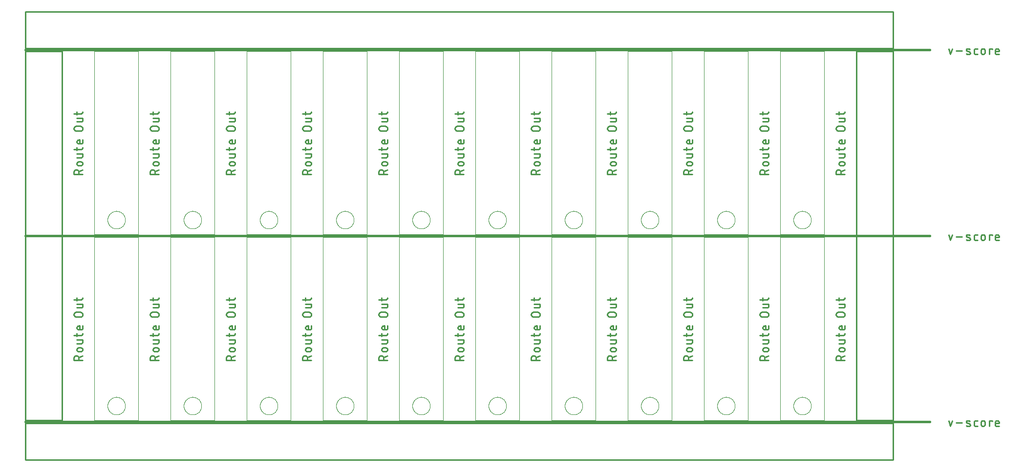
<source format=gko>
G04 EAGLE Gerber RS-274X export*
G75*
%MOMM*%
%FSLAX34Y34*%
%LPD*%
%IN*%
%IPPOS*%
%AMOC8*
5,1,8,0,0,1.08239X$1,22.5*%
G01*
%ADD10C,0.101600*%
%ADD11C,0.279400*%
%ADD12C,0.381000*%
%ADD13C,0.254000*%
%ADD14C,0.000000*%


D10*
X0Y317500D02*
X0Y0D01*
X76200Y0D01*
X76200Y317500D01*
X0Y317500D01*
D11*
X-20447Y104254D02*
X-35433Y104254D01*
X-35433Y108417D01*
X-35431Y108545D01*
X-35425Y108673D01*
X-35415Y108801D01*
X-35401Y108929D01*
X-35384Y109056D01*
X-35362Y109182D01*
X-35337Y109308D01*
X-35307Y109432D01*
X-35274Y109556D01*
X-35237Y109679D01*
X-35196Y109801D01*
X-35152Y109921D01*
X-35104Y110040D01*
X-35052Y110157D01*
X-34997Y110273D01*
X-34938Y110386D01*
X-34875Y110499D01*
X-34809Y110609D01*
X-34740Y110716D01*
X-34668Y110822D01*
X-34592Y110926D01*
X-34513Y111027D01*
X-34431Y111126D01*
X-34346Y111222D01*
X-34259Y111315D01*
X-34168Y111406D01*
X-34075Y111493D01*
X-33979Y111578D01*
X-33880Y111660D01*
X-33779Y111739D01*
X-33675Y111815D01*
X-33569Y111887D01*
X-33462Y111956D01*
X-33351Y112022D01*
X-33239Y112085D01*
X-33126Y112144D01*
X-33010Y112199D01*
X-32893Y112251D01*
X-32774Y112299D01*
X-32654Y112343D01*
X-32532Y112384D01*
X-32409Y112421D01*
X-32285Y112454D01*
X-32161Y112484D01*
X-32035Y112509D01*
X-31909Y112531D01*
X-31782Y112548D01*
X-31654Y112562D01*
X-31526Y112572D01*
X-31398Y112578D01*
X-31270Y112580D01*
X-31142Y112578D01*
X-31014Y112572D01*
X-30886Y112562D01*
X-30758Y112548D01*
X-30631Y112531D01*
X-30505Y112509D01*
X-30379Y112484D01*
X-30255Y112454D01*
X-30131Y112421D01*
X-30008Y112384D01*
X-29886Y112343D01*
X-29766Y112299D01*
X-29647Y112251D01*
X-29530Y112199D01*
X-29414Y112144D01*
X-29301Y112085D01*
X-29189Y112022D01*
X-29078Y111956D01*
X-28971Y111887D01*
X-28865Y111815D01*
X-28761Y111739D01*
X-28660Y111660D01*
X-28561Y111578D01*
X-28465Y111493D01*
X-28372Y111406D01*
X-28281Y111315D01*
X-28194Y111222D01*
X-28109Y111126D01*
X-28027Y111027D01*
X-27948Y110926D01*
X-27872Y110822D01*
X-27800Y110716D01*
X-27731Y110609D01*
X-27665Y110499D01*
X-27602Y110386D01*
X-27543Y110273D01*
X-27488Y110157D01*
X-27436Y110040D01*
X-27388Y109921D01*
X-27344Y109801D01*
X-27303Y109679D01*
X-27266Y109556D01*
X-27233Y109432D01*
X-27203Y109308D01*
X-27178Y109182D01*
X-27156Y109056D01*
X-27139Y108929D01*
X-27125Y108801D01*
X-27115Y108673D01*
X-27109Y108545D01*
X-27107Y108417D01*
X-27107Y104254D01*
X-27107Y109249D02*
X-20447Y112579D01*
X-23777Y119538D02*
X-27107Y119538D01*
X-27221Y119540D01*
X-27334Y119546D01*
X-27448Y119555D01*
X-27560Y119569D01*
X-27673Y119586D01*
X-27785Y119608D01*
X-27895Y119633D01*
X-28005Y119661D01*
X-28114Y119694D01*
X-28222Y119730D01*
X-28329Y119770D01*
X-28434Y119814D01*
X-28537Y119861D01*
X-28639Y119911D01*
X-28739Y119965D01*
X-28837Y120023D01*
X-28933Y120084D01*
X-29027Y120147D01*
X-29119Y120215D01*
X-29209Y120285D01*
X-29295Y120358D01*
X-29380Y120434D01*
X-29462Y120513D01*
X-29541Y120595D01*
X-29617Y120680D01*
X-29690Y120766D01*
X-29760Y120856D01*
X-29828Y120948D01*
X-29891Y121042D01*
X-29952Y121138D01*
X-30010Y121236D01*
X-30064Y121336D01*
X-30114Y121438D01*
X-30161Y121541D01*
X-30205Y121646D01*
X-30245Y121753D01*
X-30281Y121861D01*
X-30314Y121970D01*
X-30342Y122080D01*
X-30367Y122190D01*
X-30389Y122302D01*
X-30406Y122415D01*
X-30420Y122527D01*
X-30429Y122641D01*
X-30435Y122754D01*
X-30437Y122868D01*
X-30435Y122982D01*
X-30429Y123095D01*
X-30420Y123209D01*
X-30406Y123321D01*
X-30389Y123434D01*
X-30367Y123546D01*
X-30342Y123656D01*
X-30314Y123766D01*
X-30281Y123875D01*
X-30245Y123983D01*
X-30205Y124090D01*
X-30161Y124195D01*
X-30114Y124298D01*
X-30064Y124400D01*
X-30010Y124500D01*
X-29952Y124598D01*
X-29891Y124694D01*
X-29828Y124788D01*
X-29760Y124880D01*
X-29690Y124970D01*
X-29617Y125056D01*
X-29541Y125141D01*
X-29462Y125223D01*
X-29380Y125302D01*
X-29295Y125378D01*
X-29209Y125451D01*
X-29119Y125521D01*
X-29027Y125589D01*
X-28933Y125652D01*
X-28837Y125713D01*
X-28739Y125771D01*
X-28639Y125825D01*
X-28537Y125875D01*
X-28434Y125922D01*
X-28329Y125966D01*
X-28222Y126006D01*
X-28114Y126042D01*
X-28005Y126075D01*
X-27895Y126103D01*
X-27785Y126128D01*
X-27673Y126150D01*
X-27560Y126167D01*
X-27448Y126181D01*
X-27334Y126190D01*
X-27221Y126196D01*
X-27107Y126198D01*
X-23777Y126198D01*
X-23663Y126196D01*
X-23550Y126190D01*
X-23436Y126181D01*
X-23324Y126167D01*
X-23211Y126150D01*
X-23099Y126128D01*
X-22989Y126103D01*
X-22879Y126075D01*
X-22770Y126042D01*
X-22662Y126006D01*
X-22555Y125966D01*
X-22450Y125922D01*
X-22347Y125875D01*
X-22245Y125825D01*
X-22145Y125771D01*
X-22047Y125713D01*
X-21951Y125652D01*
X-21857Y125589D01*
X-21765Y125521D01*
X-21675Y125451D01*
X-21589Y125378D01*
X-21504Y125302D01*
X-21422Y125223D01*
X-21343Y125141D01*
X-21267Y125056D01*
X-21194Y124970D01*
X-21124Y124880D01*
X-21056Y124788D01*
X-20993Y124694D01*
X-20932Y124598D01*
X-20874Y124500D01*
X-20820Y124400D01*
X-20770Y124298D01*
X-20723Y124195D01*
X-20679Y124090D01*
X-20639Y123983D01*
X-20603Y123875D01*
X-20570Y123766D01*
X-20542Y123656D01*
X-20517Y123546D01*
X-20495Y123434D01*
X-20478Y123321D01*
X-20464Y123209D01*
X-20455Y123095D01*
X-20449Y122982D01*
X-20447Y122868D01*
X-20449Y122754D01*
X-20455Y122641D01*
X-20464Y122527D01*
X-20478Y122415D01*
X-20495Y122302D01*
X-20517Y122190D01*
X-20542Y122080D01*
X-20570Y121970D01*
X-20603Y121861D01*
X-20639Y121753D01*
X-20679Y121646D01*
X-20723Y121541D01*
X-20770Y121438D01*
X-20820Y121336D01*
X-20874Y121236D01*
X-20932Y121138D01*
X-20993Y121042D01*
X-21056Y120948D01*
X-21124Y120856D01*
X-21194Y120766D01*
X-21267Y120680D01*
X-21343Y120595D01*
X-21422Y120513D01*
X-21504Y120434D01*
X-21589Y120358D01*
X-21675Y120285D01*
X-21765Y120215D01*
X-21857Y120147D01*
X-21951Y120084D01*
X-22047Y120023D01*
X-22145Y119965D01*
X-22245Y119911D01*
X-22347Y119861D01*
X-22450Y119814D01*
X-22555Y119770D01*
X-22662Y119730D01*
X-22770Y119694D01*
X-22879Y119661D01*
X-22989Y119633D01*
X-23099Y119608D01*
X-23211Y119586D01*
X-23324Y119569D01*
X-23436Y119555D01*
X-23550Y119546D01*
X-23663Y119540D01*
X-23777Y119538D01*
X-22945Y133606D02*
X-30438Y133606D01*
X-22945Y133605D02*
X-22847Y133607D01*
X-22749Y133613D01*
X-22651Y133622D01*
X-22554Y133636D01*
X-22458Y133653D01*
X-22362Y133674D01*
X-22267Y133699D01*
X-22173Y133727D01*
X-22080Y133759D01*
X-21989Y133795D01*
X-21899Y133834D01*
X-21811Y133877D01*
X-21724Y133924D01*
X-21640Y133973D01*
X-21557Y134026D01*
X-21477Y134082D01*
X-21399Y134141D01*
X-21323Y134204D01*
X-21249Y134269D01*
X-21179Y134337D01*
X-21111Y134407D01*
X-21046Y134481D01*
X-20983Y134557D01*
X-20924Y134635D01*
X-20868Y134715D01*
X-20815Y134798D01*
X-20766Y134882D01*
X-20719Y134969D01*
X-20676Y135057D01*
X-20637Y135147D01*
X-20601Y135238D01*
X-20569Y135331D01*
X-20541Y135425D01*
X-20516Y135520D01*
X-20495Y135616D01*
X-20478Y135712D01*
X-20464Y135809D01*
X-20455Y135907D01*
X-20449Y136005D01*
X-20447Y136103D01*
X-20447Y140266D01*
X-30438Y140266D01*
X-30438Y146247D02*
X-30438Y151242D01*
X-35433Y147912D02*
X-22945Y147912D01*
X-22847Y147914D01*
X-22749Y147920D01*
X-22651Y147929D01*
X-22554Y147943D01*
X-22458Y147960D01*
X-22362Y147981D01*
X-22267Y148006D01*
X-22173Y148034D01*
X-22080Y148066D01*
X-21989Y148102D01*
X-21899Y148141D01*
X-21811Y148184D01*
X-21724Y148231D01*
X-21640Y148280D01*
X-21557Y148333D01*
X-21477Y148389D01*
X-21399Y148448D01*
X-21323Y148511D01*
X-21249Y148576D01*
X-21179Y148644D01*
X-21111Y148714D01*
X-21046Y148788D01*
X-20983Y148864D01*
X-20924Y148942D01*
X-20868Y149022D01*
X-20815Y149105D01*
X-20766Y149189D01*
X-20719Y149276D01*
X-20676Y149364D01*
X-20637Y149454D01*
X-20601Y149545D01*
X-20569Y149638D01*
X-20541Y149732D01*
X-20516Y149827D01*
X-20495Y149923D01*
X-20478Y150019D01*
X-20464Y150116D01*
X-20455Y150214D01*
X-20449Y150312D01*
X-20447Y150410D01*
X-20447Y151242D01*
X-20447Y160071D02*
X-20447Y164234D01*
X-20447Y160071D02*
X-20449Y159973D01*
X-20455Y159875D01*
X-20464Y159777D01*
X-20478Y159680D01*
X-20495Y159584D01*
X-20516Y159488D01*
X-20541Y159393D01*
X-20569Y159299D01*
X-20601Y159206D01*
X-20637Y159115D01*
X-20676Y159025D01*
X-20719Y158937D01*
X-20766Y158850D01*
X-20815Y158766D01*
X-20868Y158683D01*
X-20924Y158603D01*
X-20983Y158525D01*
X-21046Y158449D01*
X-21111Y158375D01*
X-21179Y158305D01*
X-21249Y158237D01*
X-21323Y158172D01*
X-21399Y158109D01*
X-21477Y158050D01*
X-21557Y157994D01*
X-21640Y157941D01*
X-21724Y157892D01*
X-21811Y157845D01*
X-21899Y157802D01*
X-21989Y157763D01*
X-22080Y157727D01*
X-22173Y157695D01*
X-22267Y157667D01*
X-22362Y157642D01*
X-22458Y157621D01*
X-22554Y157604D01*
X-22651Y157590D01*
X-22749Y157581D01*
X-22847Y157575D01*
X-22945Y157573D01*
X-22945Y157574D02*
X-27107Y157574D01*
X-27221Y157576D01*
X-27334Y157582D01*
X-27448Y157591D01*
X-27560Y157605D01*
X-27673Y157622D01*
X-27785Y157644D01*
X-27895Y157669D01*
X-28005Y157697D01*
X-28114Y157730D01*
X-28222Y157766D01*
X-28329Y157806D01*
X-28434Y157850D01*
X-28537Y157897D01*
X-28639Y157947D01*
X-28739Y158001D01*
X-28837Y158059D01*
X-28933Y158120D01*
X-29027Y158183D01*
X-29119Y158251D01*
X-29209Y158321D01*
X-29295Y158394D01*
X-29380Y158470D01*
X-29462Y158549D01*
X-29541Y158631D01*
X-29617Y158716D01*
X-29690Y158802D01*
X-29760Y158892D01*
X-29828Y158984D01*
X-29891Y159078D01*
X-29952Y159174D01*
X-30010Y159272D01*
X-30064Y159372D01*
X-30114Y159474D01*
X-30161Y159577D01*
X-30205Y159682D01*
X-30245Y159789D01*
X-30281Y159897D01*
X-30314Y160006D01*
X-30342Y160116D01*
X-30367Y160226D01*
X-30389Y160338D01*
X-30406Y160451D01*
X-30420Y160563D01*
X-30429Y160677D01*
X-30435Y160790D01*
X-30437Y160904D01*
X-30435Y161018D01*
X-30429Y161131D01*
X-30420Y161245D01*
X-30406Y161357D01*
X-30389Y161470D01*
X-30367Y161582D01*
X-30342Y161692D01*
X-30314Y161802D01*
X-30281Y161911D01*
X-30245Y162019D01*
X-30205Y162126D01*
X-30161Y162231D01*
X-30114Y162334D01*
X-30064Y162436D01*
X-30010Y162536D01*
X-29952Y162634D01*
X-29891Y162730D01*
X-29828Y162824D01*
X-29760Y162916D01*
X-29690Y163006D01*
X-29617Y163092D01*
X-29541Y163177D01*
X-29462Y163259D01*
X-29380Y163338D01*
X-29295Y163414D01*
X-29209Y163487D01*
X-29119Y163557D01*
X-29027Y163625D01*
X-28933Y163688D01*
X-28837Y163749D01*
X-28739Y163807D01*
X-28639Y163861D01*
X-28537Y163911D01*
X-28434Y163958D01*
X-28329Y164002D01*
X-28222Y164042D01*
X-28114Y164078D01*
X-28005Y164111D01*
X-27895Y164139D01*
X-27785Y164164D01*
X-27673Y164186D01*
X-27560Y164203D01*
X-27448Y164217D01*
X-27334Y164226D01*
X-27221Y164232D01*
X-27107Y164234D01*
X-25442Y164234D01*
X-25442Y157574D01*
X-24610Y179667D02*
X-31270Y179667D01*
X-31398Y179669D01*
X-31526Y179675D01*
X-31654Y179685D01*
X-31782Y179699D01*
X-31909Y179716D01*
X-32035Y179738D01*
X-32161Y179763D01*
X-32285Y179793D01*
X-32409Y179826D01*
X-32532Y179863D01*
X-32654Y179904D01*
X-32774Y179948D01*
X-32893Y179996D01*
X-33010Y180048D01*
X-33126Y180103D01*
X-33239Y180162D01*
X-33352Y180225D01*
X-33462Y180291D01*
X-33569Y180360D01*
X-33675Y180432D01*
X-33779Y180508D01*
X-33880Y180587D01*
X-33979Y180669D01*
X-34075Y180754D01*
X-34168Y180841D01*
X-34259Y180932D01*
X-34346Y181025D01*
X-34431Y181121D01*
X-34513Y181220D01*
X-34592Y181321D01*
X-34668Y181425D01*
X-34740Y181531D01*
X-34809Y181638D01*
X-34875Y181749D01*
X-34938Y181861D01*
X-34997Y181974D01*
X-35052Y182090D01*
X-35104Y182207D01*
X-35152Y182326D01*
X-35196Y182446D01*
X-35237Y182568D01*
X-35274Y182691D01*
X-35307Y182815D01*
X-35337Y182939D01*
X-35362Y183065D01*
X-35384Y183191D01*
X-35401Y183318D01*
X-35415Y183446D01*
X-35425Y183574D01*
X-35431Y183702D01*
X-35433Y183830D01*
X-35431Y183958D01*
X-35425Y184086D01*
X-35415Y184214D01*
X-35401Y184342D01*
X-35384Y184469D01*
X-35362Y184595D01*
X-35337Y184721D01*
X-35307Y184845D01*
X-35274Y184969D01*
X-35237Y185092D01*
X-35196Y185214D01*
X-35152Y185334D01*
X-35104Y185453D01*
X-35052Y185570D01*
X-34997Y185686D01*
X-34938Y185799D01*
X-34875Y185912D01*
X-34809Y186022D01*
X-34740Y186129D01*
X-34668Y186235D01*
X-34592Y186339D01*
X-34513Y186440D01*
X-34431Y186539D01*
X-34346Y186635D01*
X-34259Y186728D01*
X-34168Y186819D01*
X-34075Y186906D01*
X-33979Y186991D01*
X-33880Y187073D01*
X-33779Y187152D01*
X-33675Y187228D01*
X-33569Y187300D01*
X-33462Y187369D01*
X-33351Y187435D01*
X-33239Y187498D01*
X-33126Y187557D01*
X-33010Y187612D01*
X-32893Y187664D01*
X-32774Y187712D01*
X-32654Y187756D01*
X-32532Y187797D01*
X-32409Y187834D01*
X-32285Y187867D01*
X-32161Y187897D01*
X-32035Y187922D01*
X-31909Y187944D01*
X-31782Y187961D01*
X-31654Y187975D01*
X-31526Y187985D01*
X-31398Y187991D01*
X-31270Y187993D01*
X-31270Y187992D02*
X-24610Y187992D01*
X-24610Y187993D02*
X-24482Y187991D01*
X-24354Y187985D01*
X-24226Y187975D01*
X-24098Y187961D01*
X-23971Y187944D01*
X-23845Y187922D01*
X-23719Y187897D01*
X-23595Y187867D01*
X-23471Y187834D01*
X-23348Y187797D01*
X-23226Y187756D01*
X-23106Y187712D01*
X-22987Y187664D01*
X-22870Y187612D01*
X-22754Y187557D01*
X-22641Y187498D01*
X-22528Y187435D01*
X-22418Y187369D01*
X-22311Y187300D01*
X-22205Y187228D01*
X-22101Y187152D01*
X-22000Y187073D01*
X-21901Y186991D01*
X-21805Y186906D01*
X-21712Y186819D01*
X-21621Y186728D01*
X-21534Y186635D01*
X-21449Y186539D01*
X-21367Y186440D01*
X-21288Y186339D01*
X-21212Y186235D01*
X-21140Y186129D01*
X-21071Y186022D01*
X-21005Y185911D01*
X-20942Y185799D01*
X-20883Y185686D01*
X-20828Y185570D01*
X-20776Y185453D01*
X-20728Y185334D01*
X-20684Y185214D01*
X-20643Y185092D01*
X-20606Y184969D01*
X-20573Y184845D01*
X-20543Y184721D01*
X-20518Y184595D01*
X-20496Y184469D01*
X-20479Y184342D01*
X-20465Y184214D01*
X-20455Y184086D01*
X-20449Y183958D01*
X-20447Y183830D01*
X-20449Y183702D01*
X-20455Y183574D01*
X-20465Y183446D01*
X-20479Y183318D01*
X-20496Y183191D01*
X-20518Y183065D01*
X-20543Y182939D01*
X-20573Y182815D01*
X-20606Y182691D01*
X-20643Y182568D01*
X-20684Y182446D01*
X-20728Y182326D01*
X-20776Y182207D01*
X-20828Y182090D01*
X-20883Y181974D01*
X-20942Y181861D01*
X-21005Y181749D01*
X-21071Y181638D01*
X-21140Y181531D01*
X-21212Y181425D01*
X-21288Y181321D01*
X-21367Y181220D01*
X-21449Y181121D01*
X-21534Y181025D01*
X-21621Y180932D01*
X-21712Y180841D01*
X-21805Y180754D01*
X-21901Y180669D01*
X-22000Y180587D01*
X-22101Y180508D01*
X-22205Y180432D01*
X-22311Y180360D01*
X-22418Y180291D01*
X-22529Y180225D01*
X-22641Y180162D01*
X-22754Y180103D01*
X-22870Y180048D01*
X-22987Y179996D01*
X-23106Y179948D01*
X-23226Y179904D01*
X-23348Y179863D01*
X-23471Y179826D01*
X-23595Y179793D01*
X-23719Y179763D01*
X-23845Y179738D01*
X-23971Y179716D01*
X-24098Y179699D01*
X-24226Y179685D01*
X-24354Y179675D01*
X-24482Y179669D01*
X-24610Y179667D01*
X-22945Y195609D02*
X-30438Y195609D01*
X-22945Y195609D02*
X-22847Y195611D01*
X-22749Y195617D01*
X-22651Y195626D01*
X-22554Y195640D01*
X-22458Y195657D01*
X-22362Y195678D01*
X-22267Y195703D01*
X-22173Y195731D01*
X-22080Y195763D01*
X-21989Y195799D01*
X-21899Y195838D01*
X-21811Y195881D01*
X-21724Y195928D01*
X-21640Y195977D01*
X-21557Y196030D01*
X-21477Y196086D01*
X-21399Y196145D01*
X-21323Y196208D01*
X-21249Y196273D01*
X-21179Y196341D01*
X-21111Y196411D01*
X-21046Y196485D01*
X-20983Y196561D01*
X-20924Y196639D01*
X-20868Y196719D01*
X-20815Y196802D01*
X-20766Y196886D01*
X-20719Y196973D01*
X-20676Y197061D01*
X-20637Y197151D01*
X-20601Y197242D01*
X-20569Y197335D01*
X-20541Y197429D01*
X-20516Y197524D01*
X-20495Y197620D01*
X-20478Y197716D01*
X-20464Y197813D01*
X-20455Y197911D01*
X-20449Y198009D01*
X-20447Y198107D01*
X-20447Y202270D01*
X-30438Y202270D01*
X-30438Y208251D02*
X-30438Y213246D01*
X-35433Y209916D02*
X-22945Y209916D01*
X-22847Y209918D01*
X-22749Y209924D01*
X-22651Y209933D01*
X-22554Y209947D01*
X-22458Y209964D01*
X-22362Y209985D01*
X-22267Y210010D01*
X-22173Y210038D01*
X-22080Y210070D01*
X-21989Y210106D01*
X-21899Y210145D01*
X-21811Y210188D01*
X-21724Y210235D01*
X-21640Y210284D01*
X-21557Y210337D01*
X-21477Y210393D01*
X-21399Y210452D01*
X-21323Y210515D01*
X-21249Y210580D01*
X-21179Y210648D01*
X-21111Y210718D01*
X-21046Y210792D01*
X-20983Y210868D01*
X-20924Y210946D01*
X-20868Y211026D01*
X-20815Y211109D01*
X-20766Y211193D01*
X-20719Y211280D01*
X-20676Y211368D01*
X-20637Y211458D01*
X-20601Y211549D01*
X-20569Y211642D01*
X-20541Y211736D01*
X-20516Y211831D01*
X-20495Y211927D01*
X-20478Y212023D01*
X-20464Y212120D01*
X-20455Y212218D01*
X-20449Y212316D01*
X-20447Y212414D01*
X-20447Y213246D01*
D10*
X132080Y317500D02*
X132080Y0D01*
X208280Y0D01*
X208280Y317500D01*
X132080Y317500D01*
D11*
X111633Y104254D02*
X96647Y104254D01*
X96647Y108417D01*
X96649Y108545D01*
X96655Y108673D01*
X96665Y108801D01*
X96679Y108929D01*
X96696Y109056D01*
X96718Y109182D01*
X96743Y109308D01*
X96773Y109432D01*
X96806Y109556D01*
X96843Y109679D01*
X96884Y109801D01*
X96928Y109921D01*
X96976Y110040D01*
X97028Y110157D01*
X97083Y110273D01*
X97142Y110386D01*
X97205Y110499D01*
X97271Y110609D01*
X97340Y110716D01*
X97412Y110822D01*
X97488Y110926D01*
X97567Y111027D01*
X97649Y111126D01*
X97734Y111222D01*
X97821Y111315D01*
X97912Y111406D01*
X98005Y111493D01*
X98101Y111578D01*
X98200Y111660D01*
X98301Y111739D01*
X98405Y111815D01*
X98511Y111887D01*
X98618Y111956D01*
X98729Y112022D01*
X98841Y112085D01*
X98954Y112144D01*
X99070Y112199D01*
X99187Y112251D01*
X99306Y112299D01*
X99426Y112343D01*
X99548Y112384D01*
X99671Y112421D01*
X99795Y112454D01*
X99919Y112484D01*
X100045Y112509D01*
X100171Y112531D01*
X100298Y112548D01*
X100426Y112562D01*
X100554Y112572D01*
X100682Y112578D01*
X100810Y112580D01*
X100938Y112578D01*
X101066Y112572D01*
X101194Y112562D01*
X101322Y112548D01*
X101449Y112531D01*
X101575Y112509D01*
X101701Y112484D01*
X101825Y112454D01*
X101949Y112421D01*
X102072Y112384D01*
X102194Y112343D01*
X102314Y112299D01*
X102433Y112251D01*
X102550Y112199D01*
X102666Y112144D01*
X102779Y112085D01*
X102892Y112022D01*
X103002Y111956D01*
X103109Y111887D01*
X103215Y111815D01*
X103319Y111739D01*
X103420Y111660D01*
X103519Y111578D01*
X103615Y111493D01*
X103708Y111406D01*
X103799Y111315D01*
X103886Y111222D01*
X103971Y111126D01*
X104053Y111027D01*
X104132Y110926D01*
X104208Y110822D01*
X104280Y110716D01*
X104349Y110609D01*
X104415Y110499D01*
X104478Y110386D01*
X104537Y110273D01*
X104592Y110157D01*
X104644Y110040D01*
X104692Y109921D01*
X104736Y109801D01*
X104777Y109679D01*
X104814Y109556D01*
X104847Y109432D01*
X104877Y109308D01*
X104902Y109182D01*
X104924Y109056D01*
X104941Y108929D01*
X104955Y108801D01*
X104965Y108673D01*
X104971Y108545D01*
X104973Y108417D01*
X104973Y104254D01*
X104973Y109249D02*
X111633Y112579D01*
X108303Y119538D02*
X104973Y119538D01*
X104859Y119540D01*
X104746Y119546D01*
X104632Y119555D01*
X104520Y119569D01*
X104407Y119586D01*
X104295Y119608D01*
X104185Y119633D01*
X104075Y119661D01*
X103966Y119694D01*
X103858Y119730D01*
X103751Y119770D01*
X103646Y119814D01*
X103543Y119861D01*
X103441Y119911D01*
X103341Y119965D01*
X103243Y120023D01*
X103147Y120084D01*
X103053Y120147D01*
X102961Y120215D01*
X102871Y120285D01*
X102785Y120358D01*
X102700Y120434D01*
X102618Y120513D01*
X102539Y120595D01*
X102463Y120680D01*
X102390Y120766D01*
X102320Y120856D01*
X102252Y120948D01*
X102189Y121042D01*
X102128Y121138D01*
X102070Y121236D01*
X102016Y121336D01*
X101966Y121438D01*
X101919Y121541D01*
X101875Y121646D01*
X101835Y121753D01*
X101799Y121861D01*
X101766Y121970D01*
X101738Y122080D01*
X101713Y122190D01*
X101691Y122302D01*
X101674Y122415D01*
X101660Y122527D01*
X101651Y122641D01*
X101645Y122754D01*
X101643Y122868D01*
X101645Y122982D01*
X101651Y123095D01*
X101660Y123209D01*
X101674Y123321D01*
X101691Y123434D01*
X101713Y123546D01*
X101738Y123656D01*
X101766Y123766D01*
X101799Y123875D01*
X101835Y123983D01*
X101875Y124090D01*
X101919Y124195D01*
X101966Y124298D01*
X102016Y124400D01*
X102070Y124500D01*
X102128Y124598D01*
X102189Y124694D01*
X102252Y124788D01*
X102320Y124880D01*
X102390Y124970D01*
X102463Y125056D01*
X102539Y125141D01*
X102618Y125223D01*
X102700Y125302D01*
X102785Y125378D01*
X102871Y125451D01*
X102961Y125521D01*
X103053Y125589D01*
X103147Y125652D01*
X103243Y125713D01*
X103341Y125771D01*
X103441Y125825D01*
X103543Y125875D01*
X103646Y125922D01*
X103751Y125966D01*
X103858Y126006D01*
X103966Y126042D01*
X104075Y126075D01*
X104185Y126103D01*
X104295Y126128D01*
X104407Y126150D01*
X104520Y126167D01*
X104632Y126181D01*
X104746Y126190D01*
X104859Y126196D01*
X104973Y126198D01*
X108303Y126198D01*
X108417Y126196D01*
X108530Y126190D01*
X108644Y126181D01*
X108756Y126167D01*
X108869Y126150D01*
X108981Y126128D01*
X109091Y126103D01*
X109201Y126075D01*
X109310Y126042D01*
X109418Y126006D01*
X109525Y125966D01*
X109630Y125922D01*
X109733Y125875D01*
X109835Y125825D01*
X109935Y125771D01*
X110033Y125713D01*
X110129Y125652D01*
X110223Y125589D01*
X110315Y125521D01*
X110405Y125451D01*
X110491Y125378D01*
X110576Y125302D01*
X110658Y125223D01*
X110737Y125141D01*
X110813Y125056D01*
X110886Y124970D01*
X110956Y124880D01*
X111024Y124788D01*
X111087Y124694D01*
X111148Y124598D01*
X111206Y124500D01*
X111260Y124400D01*
X111310Y124298D01*
X111357Y124195D01*
X111401Y124090D01*
X111441Y123983D01*
X111477Y123875D01*
X111510Y123766D01*
X111538Y123656D01*
X111563Y123546D01*
X111585Y123434D01*
X111602Y123321D01*
X111616Y123209D01*
X111625Y123095D01*
X111631Y122982D01*
X111633Y122868D01*
X111631Y122754D01*
X111625Y122641D01*
X111616Y122527D01*
X111602Y122415D01*
X111585Y122302D01*
X111563Y122190D01*
X111538Y122080D01*
X111510Y121970D01*
X111477Y121861D01*
X111441Y121753D01*
X111401Y121646D01*
X111357Y121541D01*
X111310Y121438D01*
X111260Y121336D01*
X111206Y121236D01*
X111148Y121138D01*
X111087Y121042D01*
X111024Y120948D01*
X110956Y120856D01*
X110886Y120766D01*
X110813Y120680D01*
X110737Y120595D01*
X110658Y120513D01*
X110576Y120434D01*
X110491Y120358D01*
X110405Y120285D01*
X110315Y120215D01*
X110223Y120147D01*
X110129Y120084D01*
X110033Y120023D01*
X109935Y119965D01*
X109835Y119911D01*
X109733Y119861D01*
X109630Y119814D01*
X109525Y119770D01*
X109418Y119730D01*
X109310Y119694D01*
X109201Y119661D01*
X109091Y119633D01*
X108981Y119608D01*
X108869Y119586D01*
X108756Y119569D01*
X108644Y119555D01*
X108530Y119546D01*
X108417Y119540D01*
X108303Y119538D01*
X109135Y133606D02*
X101642Y133606D01*
X109135Y133605D02*
X109233Y133607D01*
X109331Y133613D01*
X109429Y133622D01*
X109526Y133636D01*
X109622Y133653D01*
X109718Y133674D01*
X109813Y133699D01*
X109907Y133727D01*
X110000Y133759D01*
X110091Y133795D01*
X110181Y133834D01*
X110269Y133877D01*
X110356Y133924D01*
X110440Y133973D01*
X110523Y134026D01*
X110603Y134082D01*
X110682Y134141D01*
X110757Y134204D01*
X110831Y134269D01*
X110901Y134337D01*
X110969Y134407D01*
X111035Y134481D01*
X111097Y134557D01*
X111156Y134635D01*
X111212Y134715D01*
X111265Y134798D01*
X111315Y134882D01*
X111361Y134969D01*
X111404Y135057D01*
X111443Y135147D01*
X111479Y135238D01*
X111511Y135331D01*
X111539Y135425D01*
X111564Y135520D01*
X111585Y135616D01*
X111602Y135712D01*
X111616Y135809D01*
X111625Y135907D01*
X111631Y136005D01*
X111633Y136103D01*
X111633Y140266D01*
X101642Y140266D01*
X101642Y146247D02*
X101642Y151242D01*
X96647Y147912D02*
X109135Y147912D01*
X109233Y147914D01*
X109331Y147920D01*
X109429Y147929D01*
X109526Y147943D01*
X109622Y147960D01*
X109718Y147981D01*
X109813Y148006D01*
X109907Y148034D01*
X110000Y148066D01*
X110091Y148102D01*
X110181Y148141D01*
X110269Y148184D01*
X110356Y148231D01*
X110440Y148280D01*
X110523Y148333D01*
X110603Y148389D01*
X110682Y148448D01*
X110757Y148511D01*
X110831Y148576D01*
X110901Y148644D01*
X110969Y148714D01*
X111035Y148788D01*
X111097Y148864D01*
X111156Y148942D01*
X111212Y149022D01*
X111265Y149105D01*
X111315Y149189D01*
X111361Y149276D01*
X111404Y149364D01*
X111443Y149454D01*
X111479Y149545D01*
X111511Y149638D01*
X111539Y149732D01*
X111564Y149827D01*
X111585Y149923D01*
X111602Y150019D01*
X111616Y150116D01*
X111625Y150214D01*
X111631Y150312D01*
X111633Y150410D01*
X111633Y151242D01*
X111633Y160071D02*
X111633Y164234D01*
X111633Y160071D02*
X111631Y159973D01*
X111625Y159875D01*
X111616Y159777D01*
X111602Y159680D01*
X111585Y159584D01*
X111564Y159488D01*
X111539Y159393D01*
X111511Y159299D01*
X111479Y159206D01*
X111443Y159115D01*
X111404Y159025D01*
X111361Y158937D01*
X111314Y158850D01*
X111265Y158766D01*
X111212Y158683D01*
X111156Y158603D01*
X111097Y158525D01*
X111035Y158449D01*
X110969Y158375D01*
X110901Y158305D01*
X110831Y158237D01*
X110757Y158172D01*
X110682Y158109D01*
X110603Y158050D01*
X110523Y157994D01*
X110440Y157941D01*
X110356Y157892D01*
X110269Y157845D01*
X110181Y157802D01*
X110091Y157763D01*
X110000Y157727D01*
X109907Y157695D01*
X109813Y157667D01*
X109718Y157642D01*
X109622Y157621D01*
X109526Y157604D01*
X109429Y157590D01*
X109331Y157581D01*
X109233Y157575D01*
X109135Y157573D01*
X109135Y157574D02*
X104973Y157574D01*
X104859Y157576D01*
X104746Y157582D01*
X104632Y157591D01*
X104520Y157605D01*
X104407Y157622D01*
X104295Y157644D01*
X104185Y157669D01*
X104075Y157697D01*
X103966Y157730D01*
X103858Y157766D01*
X103751Y157806D01*
X103646Y157850D01*
X103543Y157897D01*
X103441Y157947D01*
X103341Y158001D01*
X103243Y158059D01*
X103147Y158120D01*
X103053Y158183D01*
X102961Y158251D01*
X102871Y158321D01*
X102785Y158394D01*
X102700Y158470D01*
X102618Y158549D01*
X102539Y158631D01*
X102463Y158716D01*
X102390Y158802D01*
X102320Y158892D01*
X102252Y158984D01*
X102189Y159078D01*
X102128Y159174D01*
X102070Y159272D01*
X102016Y159372D01*
X101966Y159474D01*
X101919Y159577D01*
X101875Y159682D01*
X101835Y159789D01*
X101799Y159897D01*
X101766Y160006D01*
X101738Y160116D01*
X101713Y160226D01*
X101691Y160338D01*
X101674Y160451D01*
X101660Y160563D01*
X101651Y160677D01*
X101645Y160790D01*
X101643Y160904D01*
X101645Y161018D01*
X101651Y161131D01*
X101660Y161245D01*
X101674Y161357D01*
X101691Y161470D01*
X101713Y161582D01*
X101738Y161692D01*
X101766Y161802D01*
X101799Y161911D01*
X101835Y162019D01*
X101875Y162126D01*
X101919Y162231D01*
X101966Y162334D01*
X102016Y162436D01*
X102070Y162536D01*
X102128Y162634D01*
X102189Y162730D01*
X102252Y162824D01*
X102320Y162916D01*
X102390Y163006D01*
X102463Y163092D01*
X102539Y163177D01*
X102618Y163259D01*
X102700Y163338D01*
X102785Y163414D01*
X102871Y163487D01*
X102961Y163557D01*
X103053Y163625D01*
X103147Y163688D01*
X103243Y163749D01*
X103341Y163807D01*
X103441Y163861D01*
X103543Y163911D01*
X103646Y163958D01*
X103751Y164002D01*
X103858Y164042D01*
X103966Y164078D01*
X104075Y164111D01*
X104185Y164139D01*
X104295Y164164D01*
X104407Y164186D01*
X104520Y164203D01*
X104632Y164217D01*
X104746Y164226D01*
X104859Y164232D01*
X104973Y164234D01*
X106638Y164234D01*
X106638Y157574D01*
X107470Y179667D02*
X100810Y179667D01*
X100682Y179669D01*
X100554Y179675D01*
X100426Y179685D01*
X100298Y179699D01*
X100171Y179716D01*
X100045Y179738D01*
X99919Y179763D01*
X99795Y179793D01*
X99671Y179826D01*
X99548Y179863D01*
X99426Y179904D01*
X99306Y179948D01*
X99187Y179996D01*
X99070Y180048D01*
X98954Y180103D01*
X98841Y180162D01*
X98728Y180225D01*
X98618Y180291D01*
X98511Y180360D01*
X98405Y180432D01*
X98301Y180508D01*
X98200Y180587D01*
X98101Y180669D01*
X98005Y180754D01*
X97912Y180841D01*
X97821Y180932D01*
X97734Y181025D01*
X97649Y181121D01*
X97567Y181220D01*
X97488Y181321D01*
X97412Y181425D01*
X97340Y181531D01*
X97271Y181638D01*
X97205Y181749D01*
X97142Y181861D01*
X97083Y181974D01*
X97028Y182090D01*
X96976Y182207D01*
X96928Y182326D01*
X96884Y182446D01*
X96843Y182568D01*
X96806Y182691D01*
X96773Y182815D01*
X96743Y182939D01*
X96718Y183065D01*
X96696Y183191D01*
X96679Y183318D01*
X96665Y183446D01*
X96655Y183574D01*
X96649Y183702D01*
X96647Y183830D01*
X96649Y183958D01*
X96655Y184086D01*
X96665Y184214D01*
X96679Y184342D01*
X96696Y184469D01*
X96718Y184595D01*
X96743Y184721D01*
X96773Y184845D01*
X96806Y184969D01*
X96843Y185092D01*
X96884Y185214D01*
X96928Y185334D01*
X96976Y185453D01*
X97028Y185570D01*
X97083Y185686D01*
X97142Y185799D01*
X97205Y185912D01*
X97271Y186022D01*
X97340Y186129D01*
X97412Y186235D01*
X97488Y186339D01*
X97567Y186440D01*
X97649Y186539D01*
X97734Y186635D01*
X97821Y186728D01*
X97912Y186819D01*
X98005Y186906D01*
X98101Y186991D01*
X98200Y187073D01*
X98301Y187152D01*
X98405Y187228D01*
X98511Y187300D01*
X98618Y187369D01*
X98729Y187435D01*
X98841Y187498D01*
X98954Y187557D01*
X99070Y187612D01*
X99187Y187664D01*
X99306Y187712D01*
X99426Y187756D01*
X99548Y187797D01*
X99671Y187834D01*
X99795Y187867D01*
X99919Y187897D01*
X100045Y187922D01*
X100171Y187944D01*
X100298Y187961D01*
X100426Y187975D01*
X100554Y187985D01*
X100682Y187991D01*
X100810Y187993D01*
X100810Y187992D02*
X107470Y187992D01*
X107470Y187993D02*
X107598Y187991D01*
X107726Y187985D01*
X107854Y187975D01*
X107982Y187961D01*
X108109Y187944D01*
X108235Y187922D01*
X108361Y187897D01*
X108485Y187867D01*
X108609Y187834D01*
X108732Y187797D01*
X108854Y187756D01*
X108974Y187712D01*
X109093Y187664D01*
X109210Y187612D01*
X109326Y187557D01*
X109439Y187498D01*
X109552Y187435D01*
X109662Y187369D01*
X109769Y187300D01*
X109875Y187228D01*
X109979Y187152D01*
X110080Y187073D01*
X110179Y186991D01*
X110275Y186906D01*
X110368Y186819D01*
X110459Y186728D01*
X110546Y186635D01*
X110631Y186539D01*
X110713Y186440D01*
X110792Y186339D01*
X110868Y186235D01*
X110940Y186129D01*
X111009Y186022D01*
X111075Y185911D01*
X111138Y185799D01*
X111197Y185686D01*
X111252Y185570D01*
X111304Y185453D01*
X111352Y185334D01*
X111396Y185214D01*
X111437Y185092D01*
X111474Y184969D01*
X111507Y184845D01*
X111537Y184721D01*
X111562Y184595D01*
X111584Y184469D01*
X111601Y184342D01*
X111615Y184214D01*
X111625Y184086D01*
X111631Y183958D01*
X111633Y183830D01*
X111631Y183702D01*
X111625Y183574D01*
X111615Y183446D01*
X111601Y183318D01*
X111584Y183191D01*
X111562Y183065D01*
X111537Y182939D01*
X111507Y182815D01*
X111474Y182691D01*
X111437Y182568D01*
X111396Y182446D01*
X111352Y182326D01*
X111304Y182207D01*
X111252Y182090D01*
X111197Y181974D01*
X111138Y181861D01*
X111075Y181749D01*
X111009Y181638D01*
X110940Y181531D01*
X110868Y181425D01*
X110792Y181321D01*
X110713Y181220D01*
X110631Y181121D01*
X110546Y181025D01*
X110459Y180932D01*
X110368Y180841D01*
X110275Y180754D01*
X110179Y180669D01*
X110080Y180587D01*
X109979Y180508D01*
X109875Y180432D01*
X109769Y180360D01*
X109662Y180291D01*
X109552Y180225D01*
X109439Y180162D01*
X109326Y180103D01*
X109210Y180048D01*
X109093Y179996D01*
X108974Y179948D01*
X108854Y179904D01*
X108732Y179863D01*
X108609Y179826D01*
X108485Y179793D01*
X108361Y179763D01*
X108235Y179738D01*
X108109Y179716D01*
X107982Y179699D01*
X107854Y179685D01*
X107726Y179675D01*
X107598Y179669D01*
X107470Y179667D01*
X109135Y195609D02*
X101642Y195609D01*
X109135Y195609D02*
X109233Y195611D01*
X109331Y195617D01*
X109429Y195626D01*
X109526Y195640D01*
X109622Y195657D01*
X109718Y195678D01*
X109813Y195703D01*
X109907Y195731D01*
X110000Y195763D01*
X110091Y195799D01*
X110181Y195838D01*
X110269Y195881D01*
X110356Y195928D01*
X110440Y195977D01*
X110523Y196030D01*
X110603Y196086D01*
X110682Y196145D01*
X110757Y196208D01*
X110831Y196273D01*
X110901Y196341D01*
X110969Y196411D01*
X111035Y196485D01*
X111097Y196561D01*
X111156Y196639D01*
X111212Y196719D01*
X111265Y196802D01*
X111315Y196886D01*
X111361Y196973D01*
X111404Y197061D01*
X111443Y197151D01*
X111479Y197242D01*
X111511Y197335D01*
X111539Y197429D01*
X111564Y197524D01*
X111585Y197620D01*
X111602Y197716D01*
X111616Y197813D01*
X111625Y197911D01*
X111631Y198009D01*
X111633Y198107D01*
X111633Y202270D01*
X101642Y202270D01*
X101642Y208251D02*
X101642Y213246D01*
X96647Y209916D02*
X109135Y209916D01*
X109135Y209915D02*
X109233Y209917D01*
X109331Y209923D01*
X109429Y209932D01*
X109526Y209946D01*
X109622Y209963D01*
X109718Y209984D01*
X109813Y210009D01*
X109907Y210037D01*
X110000Y210069D01*
X110091Y210105D01*
X110181Y210144D01*
X110269Y210187D01*
X110356Y210234D01*
X110440Y210283D01*
X110523Y210336D01*
X110603Y210392D01*
X110682Y210451D01*
X110757Y210514D01*
X110831Y210579D01*
X110901Y210647D01*
X110969Y210717D01*
X111035Y210791D01*
X111097Y210867D01*
X111156Y210945D01*
X111212Y211025D01*
X111265Y211108D01*
X111315Y211192D01*
X111361Y211279D01*
X111404Y211367D01*
X111443Y211457D01*
X111479Y211548D01*
X111511Y211641D01*
X111539Y211735D01*
X111564Y211830D01*
X111585Y211926D01*
X111602Y212022D01*
X111616Y212119D01*
X111625Y212217D01*
X111631Y212315D01*
X111633Y212413D01*
X111633Y212414D02*
X111633Y213246D01*
D10*
X264160Y317500D02*
X264160Y0D01*
X340360Y0D01*
X340360Y317500D01*
X264160Y317500D01*
D11*
X243713Y104254D02*
X228727Y104254D01*
X228727Y108417D01*
X228729Y108545D01*
X228735Y108673D01*
X228745Y108801D01*
X228759Y108929D01*
X228776Y109056D01*
X228798Y109182D01*
X228823Y109308D01*
X228853Y109432D01*
X228886Y109556D01*
X228923Y109679D01*
X228964Y109801D01*
X229008Y109921D01*
X229056Y110040D01*
X229108Y110157D01*
X229163Y110273D01*
X229222Y110386D01*
X229285Y110499D01*
X229351Y110609D01*
X229420Y110716D01*
X229492Y110822D01*
X229568Y110926D01*
X229647Y111027D01*
X229729Y111126D01*
X229814Y111222D01*
X229901Y111315D01*
X229992Y111406D01*
X230085Y111493D01*
X230181Y111578D01*
X230280Y111660D01*
X230381Y111739D01*
X230485Y111815D01*
X230591Y111887D01*
X230698Y111956D01*
X230809Y112022D01*
X230921Y112085D01*
X231034Y112144D01*
X231150Y112199D01*
X231267Y112251D01*
X231386Y112299D01*
X231506Y112343D01*
X231628Y112384D01*
X231751Y112421D01*
X231875Y112454D01*
X231999Y112484D01*
X232125Y112509D01*
X232251Y112531D01*
X232378Y112548D01*
X232506Y112562D01*
X232634Y112572D01*
X232762Y112578D01*
X232890Y112580D01*
X233018Y112578D01*
X233146Y112572D01*
X233274Y112562D01*
X233402Y112548D01*
X233529Y112531D01*
X233655Y112509D01*
X233781Y112484D01*
X233905Y112454D01*
X234029Y112421D01*
X234152Y112384D01*
X234274Y112343D01*
X234394Y112299D01*
X234513Y112251D01*
X234630Y112199D01*
X234746Y112144D01*
X234859Y112085D01*
X234972Y112022D01*
X235082Y111956D01*
X235189Y111887D01*
X235295Y111815D01*
X235399Y111739D01*
X235500Y111660D01*
X235599Y111578D01*
X235695Y111493D01*
X235788Y111406D01*
X235879Y111315D01*
X235966Y111222D01*
X236051Y111126D01*
X236133Y111027D01*
X236212Y110926D01*
X236288Y110822D01*
X236360Y110716D01*
X236429Y110609D01*
X236495Y110499D01*
X236558Y110386D01*
X236617Y110273D01*
X236672Y110157D01*
X236724Y110040D01*
X236772Y109921D01*
X236816Y109801D01*
X236857Y109679D01*
X236894Y109556D01*
X236927Y109432D01*
X236957Y109308D01*
X236982Y109182D01*
X237004Y109056D01*
X237021Y108929D01*
X237035Y108801D01*
X237045Y108673D01*
X237051Y108545D01*
X237053Y108417D01*
X237053Y104254D01*
X237053Y109249D02*
X243713Y112579D01*
X240383Y119538D02*
X237053Y119538D01*
X236939Y119540D01*
X236826Y119546D01*
X236712Y119555D01*
X236600Y119569D01*
X236487Y119586D01*
X236375Y119608D01*
X236265Y119633D01*
X236155Y119661D01*
X236046Y119694D01*
X235938Y119730D01*
X235831Y119770D01*
X235726Y119814D01*
X235623Y119861D01*
X235521Y119911D01*
X235421Y119965D01*
X235323Y120023D01*
X235227Y120084D01*
X235133Y120147D01*
X235041Y120215D01*
X234951Y120285D01*
X234865Y120358D01*
X234780Y120434D01*
X234698Y120513D01*
X234619Y120595D01*
X234543Y120680D01*
X234470Y120766D01*
X234400Y120856D01*
X234332Y120948D01*
X234269Y121042D01*
X234208Y121138D01*
X234150Y121236D01*
X234096Y121336D01*
X234046Y121438D01*
X233999Y121541D01*
X233955Y121646D01*
X233915Y121753D01*
X233879Y121861D01*
X233846Y121970D01*
X233818Y122080D01*
X233793Y122190D01*
X233771Y122302D01*
X233754Y122415D01*
X233740Y122527D01*
X233731Y122641D01*
X233725Y122754D01*
X233723Y122868D01*
X233725Y122982D01*
X233731Y123095D01*
X233740Y123209D01*
X233754Y123321D01*
X233771Y123434D01*
X233793Y123546D01*
X233818Y123656D01*
X233846Y123766D01*
X233879Y123875D01*
X233915Y123983D01*
X233955Y124090D01*
X233999Y124195D01*
X234046Y124298D01*
X234096Y124400D01*
X234150Y124500D01*
X234208Y124598D01*
X234269Y124694D01*
X234332Y124788D01*
X234400Y124880D01*
X234470Y124970D01*
X234543Y125056D01*
X234619Y125141D01*
X234698Y125223D01*
X234780Y125302D01*
X234865Y125378D01*
X234951Y125451D01*
X235041Y125521D01*
X235133Y125589D01*
X235227Y125652D01*
X235323Y125713D01*
X235421Y125771D01*
X235521Y125825D01*
X235623Y125875D01*
X235726Y125922D01*
X235831Y125966D01*
X235938Y126006D01*
X236046Y126042D01*
X236155Y126075D01*
X236265Y126103D01*
X236375Y126128D01*
X236487Y126150D01*
X236600Y126167D01*
X236712Y126181D01*
X236826Y126190D01*
X236939Y126196D01*
X237053Y126198D01*
X240383Y126198D01*
X240497Y126196D01*
X240610Y126190D01*
X240724Y126181D01*
X240836Y126167D01*
X240949Y126150D01*
X241061Y126128D01*
X241171Y126103D01*
X241281Y126075D01*
X241390Y126042D01*
X241498Y126006D01*
X241605Y125966D01*
X241710Y125922D01*
X241813Y125875D01*
X241915Y125825D01*
X242015Y125771D01*
X242113Y125713D01*
X242209Y125652D01*
X242303Y125589D01*
X242395Y125521D01*
X242485Y125451D01*
X242571Y125378D01*
X242656Y125302D01*
X242738Y125223D01*
X242817Y125141D01*
X242893Y125056D01*
X242966Y124970D01*
X243036Y124880D01*
X243104Y124788D01*
X243167Y124694D01*
X243228Y124598D01*
X243286Y124500D01*
X243340Y124400D01*
X243390Y124298D01*
X243437Y124195D01*
X243481Y124090D01*
X243521Y123983D01*
X243557Y123875D01*
X243590Y123766D01*
X243618Y123656D01*
X243643Y123546D01*
X243665Y123434D01*
X243682Y123321D01*
X243696Y123209D01*
X243705Y123095D01*
X243711Y122982D01*
X243713Y122868D01*
X243711Y122754D01*
X243705Y122641D01*
X243696Y122527D01*
X243682Y122415D01*
X243665Y122302D01*
X243643Y122190D01*
X243618Y122080D01*
X243590Y121970D01*
X243557Y121861D01*
X243521Y121753D01*
X243481Y121646D01*
X243437Y121541D01*
X243390Y121438D01*
X243340Y121336D01*
X243286Y121236D01*
X243228Y121138D01*
X243167Y121042D01*
X243104Y120948D01*
X243036Y120856D01*
X242966Y120766D01*
X242893Y120680D01*
X242817Y120595D01*
X242738Y120513D01*
X242656Y120434D01*
X242571Y120358D01*
X242485Y120285D01*
X242395Y120215D01*
X242303Y120147D01*
X242209Y120084D01*
X242113Y120023D01*
X242015Y119965D01*
X241915Y119911D01*
X241813Y119861D01*
X241710Y119814D01*
X241605Y119770D01*
X241498Y119730D01*
X241390Y119694D01*
X241281Y119661D01*
X241171Y119633D01*
X241061Y119608D01*
X240949Y119586D01*
X240836Y119569D01*
X240724Y119555D01*
X240610Y119546D01*
X240497Y119540D01*
X240383Y119538D01*
X241215Y133606D02*
X233722Y133606D01*
X241215Y133605D02*
X241313Y133607D01*
X241411Y133613D01*
X241509Y133622D01*
X241606Y133636D01*
X241702Y133653D01*
X241798Y133674D01*
X241893Y133699D01*
X241987Y133727D01*
X242080Y133759D01*
X242171Y133795D01*
X242261Y133834D01*
X242349Y133877D01*
X242436Y133924D01*
X242520Y133973D01*
X242603Y134026D01*
X242683Y134082D01*
X242762Y134141D01*
X242837Y134204D01*
X242911Y134269D01*
X242981Y134337D01*
X243049Y134407D01*
X243115Y134481D01*
X243177Y134557D01*
X243236Y134635D01*
X243292Y134715D01*
X243345Y134798D01*
X243395Y134882D01*
X243441Y134969D01*
X243484Y135057D01*
X243523Y135147D01*
X243559Y135238D01*
X243591Y135331D01*
X243619Y135425D01*
X243644Y135520D01*
X243665Y135616D01*
X243682Y135712D01*
X243696Y135809D01*
X243705Y135907D01*
X243711Y136005D01*
X243713Y136103D01*
X243713Y140266D01*
X233722Y140266D01*
X233722Y146247D02*
X233722Y151242D01*
X228727Y147912D02*
X241215Y147912D01*
X241313Y147914D01*
X241411Y147920D01*
X241509Y147929D01*
X241606Y147943D01*
X241702Y147960D01*
X241798Y147981D01*
X241893Y148006D01*
X241987Y148034D01*
X242080Y148066D01*
X242171Y148102D01*
X242261Y148141D01*
X242349Y148184D01*
X242436Y148231D01*
X242520Y148280D01*
X242603Y148333D01*
X242683Y148389D01*
X242762Y148448D01*
X242837Y148511D01*
X242911Y148576D01*
X242981Y148644D01*
X243049Y148714D01*
X243115Y148788D01*
X243177Y148864D01*
X243236Y148942D01*
X243292Y149022D01*
X243345Y149105D01*
X243395Y149189D01*
X243441Y149276D01*
X243484Y149364D01*
X243523Y149454D01*
X243559Y149545D01*
X243591Y149638D01*
X243619Y149732D01*
X243644Y149827D01*
X243665Y149923D01*
X243682Y150019D01*
X243696Y150116D01*
X243705Y150214D01*
X243711Y150312D01*
X243713Y150410D01*
X243713Y151242D01*
X243713Y160071D02*
X243713Y164234D01*
X243713Y160071D02*
X243711Y159973D01*
X243705Y159875D01*
X243696Y159777D01*
X243682Y159680D01*
X243665Y159584D01*
X243644Y159488D01*
X243619Y159393D01*
X243591Y159299D01*
X243559Y159206D01*
X243523Y159115D01*
X243484Y159025D01*
X243441Y158937D01*
X243394Y158850D01*
X243345Y158766D01*
X243292Y158683D01*
X243236Y158603D01*
X243177Y158525D01*
X243115Y158449D01*
X243049Y158375D01*
X242981Y158305D01*
X242911Y158237D01*
X242837Y158172D01*
X242762Y158109D01*
X242683Y158050D01*
X242603Y157994D01*
X242520Y157941D01*
X242436Y157892D01*
X242349Y157845D01*
X242261Y157802D01*
X242171Y157763D01*
X242080Y157727D01*
X241987Y157695D01*
X241893Y157667D01*
X241798Y157642D01*
X241702Y157621D01*
X241606Y157604D01*
X241509Y157590D01*
X241411Y157581D01*
X241313Y157575D01*
X241215Y157573D01*
X241215Y157574D02*
X237053Y157574D01*
X236939Y157576D01*
X236826Y157582D01*
X236712Y157591D01*
X236600Y157605D01*
X236487Y157622D01*
X236375Y157644D01*
X236265Y157669D01*
X236155Y157697D01*
X236046Y157730D01*
X235938Y157766D01*
X235831Y157806D01*
X235726Y157850D01*
X235623Y157897D01*
X235521Y157947D01*
X235421Y158001D01*
X235323Y158059D01*
X235227Y158120D01*
X235133Y158183D01*
X235041Y158251D01*
X234951Y158321D01*
X234865Y158394D01*
X234780Y158470D01*
X234698Y158549D01*
X234619Y158631D01*
X234543Y158716D01*
X234470Y158802D01*
X234400Y158892D01*
X234332Y158984D01*
X234269Y159078D01*
X234208Y159174D01*
X234150Y159272D01*
X234096Y159372D01*
X234046Y159474D01*
X233999Y159577D01*
X233955Y159682D01*
X233915Y159789D01*
X233879Y159897D01*
X233846Y160006D01*
X233818Y160116D01*
X233793Y160226D01*
X233771Y160338D01*
X233754Y160451D01*
X233740Y160563D01*
X233731Y160677D01*
X233725Y160790D01*
X233723Y160904D01*
X233725Y161018D01*
X233731Y161131D01*
X233740Y161245D01*
X233754Y161357D01*
X233771Y161470D01*
X233793Y161582D01*
X233818Y161692D01*
X233846Y161802D01*
X233879Y161911D01*
X233915Y162019D01*
X233955Y162126D01*
X233999Y162231D01*
X234046Y162334D01*
X234096Y162436D01*
X234150Y162536D01*
X234208Y162634D01*
X234269Y162730D01*
X234332Y162824D01*
X234400Y162916D01*
X234470Y163006D01*
X234543Y163092D01*
X234619Y163177D01*
X234698Y163259D01*
X234780Y163338D01*
X234865Y163414D01*
X234951Y163487D01*
X235041Y163557D01*
X235133Y163625D01*
X235227Y163688D01*
X235323Y163749D01*
X235421Y163807D01*
X235521Y163861D01*
X235623Y163911D01*
X235726Y163958D01*
X235831Y164002D01*
X235938Y164042D01*
X236046Y164078D01*
X236155Y164111D01*
X236265Y164139D01*
X236375Y164164D01*
X236487Y164186D01*
X236600Y164203D01*
X236712Y164217D01*
X236826Y164226D01*
X236939Y164232D01*
X237053Y164234D01*
X238718Y164234D01*
X238718Y157574D01*
X239550Y179667D02*
X232890Y179667D01*
X232762Y179669D01*
X232634Y179675D01*
X232506Y179685D01*
X232378Y179699D01*
X232251Y179716D01*
X232125Y179738D01*
X231999Y179763D01*
X231875Y179793D01*
X231751Y179826D01*
X231628Y179863D01*
X231506Y179904D01*
X231386Y179948D01*
X231267Y179996D01*
X231150Y180048D01*
X231034Y180103D01*
X230921Y180162D01*
X230808Y180225D01*
X230698Y180291D01*
X230591Y180360D01*
X230485Y180432D01*
X230381Y180508D01*
X230280Y180587D01*
X230181Y180669D01*
X230085Y180754D01*
X229992Y180841D01*
X229901Y180932D01*
X229814Y181025D01*
X229729Y181121D01*
X229647Y181220D01*
X229568Y181321D01*
X229492Y181425D01*
X229420Y181531D01*
X229351Y181638D01*
X229285Y181749D01*
X229222Y181861D01*
X229163Y181974D01*
X229108Y182090D01*
X229056Y182207D01*
X229008Y182326D01*
X228964Y182446D01*
X228923Y182568D01*
X228886Y182691D01*
X228853Y182815D01*
X228823Y182939D01*
X228798Y183065D01*
X228776Y183191D01*
X228759Y183318D01*
X228745Y183446D01*
X228735Y183574D01*
X228729Y183702D01*
X228727Y183830D01*
X228729Y183958D01*
X228735Y184086D01*
X228745Y184214D01*
X228759Y184342D01*
X228776Y184469D01*
X228798Y184595D01*
X228823Y184721D01*
X228853Y184845D01*
X228886Y184969D01*
X228923Y185092D01*
X228964Y185214D01*
X229008Y185334D01*
X229056Y185453D01*
X229108Y185570D01*
X229163Y185686D01*
X229222Y185799D01*
X229285Y185912D01*
X229351Y186022D01*
X229420Y186129D01*
X229492Y186235D01*
X229568Y186339D01*
X229647Y186440D01*
X229729Y186539D01*
X229814Y186635D01*
X229901Y186728D01*
X229992Y186819D01*
X230085Y186906D01*
X230181Y186991D01*
X230280Y187073D01*
X230381Y187152D01*
X230485Y187228D01*
X230591Y187300D01*
X230698Y187369D01*
X230809Y187435D01*
X230921Y187498D01*
X231034Y187557D01*
X231150Y187612D01*
X231267Y187664D01*
X231386Y187712D01*
X231506Y187756D01*
X231628Y187797D01*
X231751Y187834D01*
X231875Y187867D01*
X231999Y187897D01*
X232125Y187922D01*
X232251Y187944D01*
X232378Y187961D01*
X232506Y187975D01*
X232634Y187985D01*
X232762Y187991D01*
X232890Y187993D01*
X232890Y187992D02*
X239550Y187992D01*
X239550Y187993D02*
X239678Y187991D01*
X239806Y187985D01*
X239934Y187975D01*
X240062Y187961D01*
X240189Y187944D01*
X240315Y187922D01*
X240441Y187897D01*
X240565Y187867D01*
X240689Y187834D01*
X240812Y187797D01*
X240934Y187756D01*
X241054Y187712D01*
X241173Y187664D01*
X241290Y187612D01*
X241406Y187557D01*
X241519Y187498D01*
X241632Y187435D01*
X241742Y187369D01*
X241849Y187300D01*
X241955Y187228D01*
X242059Y187152D01*
X242160Y187073D01*
X242259Y186991D01*
X242355Y186906D01*
X242448Y186819D01*
X242539Y186728D01*
X242626Y186635D01*
X242711Y186539D01*
X242793Y186440D01*
X242872Y186339D01*
X242948Y186235D01*
X243020Y186129D01*
X243089Y186022D01*
X243155Y185911D01*
X243218Y185799D01*
X243277Y185686D01*
X243332Y185570D01*
X243384Y185453D01*
X243432Y185334D01*
X243476Y185214D01*
X243517Y185092D01*
X243554Y184969D01*
X243587Y184845D01*
X243617Y184721D01*
X243642Y184595D01*
X243664Y184469D01*
X243681Y184342D01*
X243695Y184214D01*
X243705Y184086D01*
X243711Y183958D01*
X243713Y183830D01*
X243711Y183702D01*
X243705Y183574D01*
X243695Y183446D01*
X243681Y183318D01*
X243664Y183191D01*
X243642Y183065D01*
X243617Y182939D01*
X243587Y182815D01*
X243554Y182691D01*
X243517Y182568D01*
X243476Y182446D01*
X243432Y182326D01*
X243384Y182207D01*
X243332Y182090D01*
X243277Y181974D01*
X243218Y181861D01*
X243155Y181749D01*
X243089Y181638D01*
X243020Y181531D01*
X242948Y181425D01*
X242872Y181321D01*
X242793Y181220D01*
X242711Y181121D01*
X242626Y181025D01*
X242539Y180932D01*
X242448Y180841D01*
X242355Y180754D01*
X242259Y180669D01*
X242160Y180587D01*
X242059Y180508D01*
X241955Y180432D01*
X241849Y180360D01*
X241742Y180291D01*
X241632Y180225D01*
X241519Y180162D01*
X241406Y180103D01*
X241290Y180048D01*
X241173Y179996D01*
X241054Y179948D01*
X240934Y179904D01*
X240812Y179863D01*
X240689Y179826D01*
X240565Y179793D01*
X240441Y179763D01*
X240315Y179738D01*
X240189Y179716D01*
X240062Y179699D01*
X239934Y179685D01*
X239806Y179675D01*
X239678Y179669D01*
X239550Y179667D01*
X241215Y195609D02*
X233722Y195609D01*
X241215Y195609D02*
X241313Y195611D01*
X241411Y195617D01*
X241509Y195626D01*
X241606Y195640D01*
X241702Y195657D01*
X241798Y195678D01*
X241893Y195703D01*
X241987Y195731D01*
X242080Y195763D01*
X242171Y195799D01*
X242261Y195838D01*
X242349Y195881D01*
X242436Y195928D01*
X242520Y195977D01*
X242603Y196030D01*
X242683Y196086D01*
X242762Y196145D01*
X242837Y196208D01*
X242911Y196273D01*
X242981Y196341D01*
X243049Y196411D01*
X243115Y196485D01*
X243177Y196561D01*
X243236Y196639D01*
X243292Y196719D01*
X243345Y196802D01*
X243395Y196886D01*
X243441Y196973D01*
X243484Y197061D01*
X243523Y197151D01*
X243559Y197242D01*
X243591Y197335D01*
X243619Y197429D01*
X243644Y197524D01*
X243665Y197620D01*
X243682Y197716D01*
X243696Y197813D01*
X243705Y197911D01*
X243711Y198009D01*
X243713Y198107D01*
X243713Y202270D01*
X233722Y202270D01*
X233722Y208251D02*
X233722Y213246D01*
X228727Y209916D02*
X241215Y209916D01*
X241215Y209915D02*
X241313Y209917D01*
X241411Y209923D01*
X241509Y209932D01*
X241606Y209946D01*
X241702Y209963D01*
X241798Y209984D01*
X241893Y210009D01*
X241987Y210037D01*
X242080Y210069D01*
X242171Y210105D01*
X242261Y210144D01*
X242349Y210187D01*
X242436Y210234D01*
X242520Y210283D01*
X242603Y210336D01*
X242683Y210392D01*
X242762Y210451D01*
X242837Y210514D01*
X242911Y210579D01*
X242981Y210647D01*
X243049Y210717D01*
X243115Y210791D01*
X243177Y210867D01*
X243236Y210945D01*
X243292Y211025D01*
X243345Y211108D01*
X243395Y211192D01*
X243441Y211279D01*
X243484Y211367D01*
X243523Y211457D01*
X243559Y211548D01*
X243591Y211641D01*
X243619Y211735D01*
X243644Y211830D01*
X243665Y211926D01*
X243682Y212022D01*
X243696Y212119D01*
X243705Y212217D01*
X243711Y212315D01*
X243713Y212413D01*
X243713Y212414D02*
X243713Y213246D01*
D10*
X396240Y317500D02*
X396240Y0D01*
X472440Y0D01*
X472440Y317500D01*
X396240Y317500D01*
D11*
X375793Y104254D02*
X360807Y104254D01*
X360807Y108417D01*
X360809Y108545D01*
X360815Y108673D01*
X360825Y108801D01*
X360839Y108929D01*
X360856Y109056D01*
X360878Y109182D01*
X360903Y109308D01*
X360933Y109432D01*
X360966Y109556D01*
X361003Y109679D01*
X361044Y109801D01*
X361088Y109921D01*
X361136Y110040D01*
X361188Y110157D01*
X361243Y110273D01*
X361302Y110386D01*
X361365Y110499D01*
X361431Y110609D01*
X361500Y110716D01*
X361572Y110822D01*
X361648Y110926D01*
X361727Y111027D01*
X361809Y111126D01*
X361894Y111222D01*
X361981Y111315D01*
X362072Y111406D01*
X362165Y111493D01*
X362261Y111578D01*
X362360Y111660D01*
X362461Y111739D01*
X362565Y111815D01*
X362671Y111887D01*
X362778Y111956D01*
X362889Y112022D01*
X363001Y112085D01*
X363114Y112144D01*
X363230Y112199D01*
X363347Y112251D01*
X363466Y112299D01*
X363586Y112343D01*
X363708Y112384D01*
X363831Y112421D01*
X363955Y112454D01*
X364079Y112484D01*
X364205Y112509D01*
X364331Y112531D01*
X364458Y112548D01*
X364586Y112562D01*
X364714Y112572D01*
X364842Y112578D01*
X364970Y112580D01*
X365098Y112578D01*
X365226Y112572D01*
X365354Y112562D01*
X365482Y112548D01*
X365609Y112531D01*
X365735Y112509D01*
X365861Y112484D01*
X365985Y112454D01*
X366109Y112421D01*
X366232Y112384D01*
X366354Y112343D01*
X366474Y112299D01*
X366593Y112251D01*
X366710Y112199D01*
X366826Y112144D01*
X366939Y112085D01*
X367052Y112022D01*
X367162Y111956D01*
X367269Y111887D01*
X367375Y111815D01*
X367479Y111739D01*
X367580Y111660D01*
X367679Y111578D01*
X367775Y111493D01*
X367868Y111406D01*
X367959Y111315D01*
X368046Y111222D01*
X368131Y111126D01*
X368213Y111027D01*
X368292Y110926D01*
X368368Y110822D01*
X368440Y110716D01*
X368509Y110609D01*
X368575Y110499D01*
X368638Y110386D01*
X368697Y110273D01*
X368752Y110157D01*
X368804Y110040D01*
X368852Y109921D01*
X368896Y109801D01*
X368937Y109679D01*
X368974Y109556D01*
X369007Y109432D01*
X369037Y109308D01*
X369062Y109182D01*
X369084Y109056D01*
X369101Y108929D01*
X369115Y108801D01*
X369125Y108673D01*
X369131Y108545D01*
X369133Y108417D01*
X369133Y104254D01*
X369133Y109249D02*
X375793Y112579D01*
X372463Y119538D02*
X369133Y119538D01*
X369019Y119540D01*
X368906Y119546D01*
X368792Y119555D01*
X368680Y119569D01*
X368567Y119586D01*
X368455Y119608D01*
X368345Y119633D01*
X368235Y119661D01*
X368126Y119694D01*
X368018Y119730D01*
X367911Y119770D01*
X367806Y119814D01*
X367703Y119861D01*
X367601Y119911D01*
X367501Y119965D01*
X367403Y120023D01*
X367307Y120084D01*
X367213Y120147D01*
X367121Y120215D01*
X367031Y120285D01*
X366945Y120358D01*
X366860Y120434D01*
X366778Y120513D01*
X366699Y120595D01*
X366623Y120680D01*
X366550Y120766D01*
X366480Y120856D01*
X366412Y120948D01*
X366349Y121042D01*
X366288Y121138D01*
X366230Y121236D01*
X366176Y121336D01*
X366126Y121438D01*
X366079Y121541D01*
X366035Y121646D01*
X365995Y121753D01*
X365959Y121861D01*
X365926Y121970D01*
X365898Y122080D01*
X365873Y122190D01*
X365851Y122302D01*
X365834Y122415D01*
X365820Y122527D01*
X365811Y122641D01*
X365805Y122754D01*
X365803Y122868D01*
X365805Y122982D01*
X365811Y123095D01*
X365820Y123209D01*
X365834Y123321D01*
X365851Y123434D01*
X365873Y123546D01*
X365898Y123656D01*
X365926Y123766D01*
X365959Y123875D01*
X365995Y123983D01*
X366035Y124090D01*
X366079Y124195D01*
X366126Y124298D01*
X366176Y124400D01*
X366230Y124500D01*
X366288Y124598D01*
X366349Y124694D01*
X366412Y124788D01*
X366480Y124880D01*
X366550Y124970D01*
X366623Y125056D01*
X366699Y125141D01*
X366778Y125223D01*
X366860Y125302D01*
X366945Y125378D01*
X367031Y125451D01*
X367121Y125521D01*
X367213Y125589D01*
X367307Y125652D01*
X367403Y125713D01*
X367501Y125771D01*
X367601Y125825D01*
X367703Y125875D01*
X367806Y125922D01*
X367911Y125966D01*
X368018Y126006D01*
X368126Y126042D01*
X368235Y126075D01*
X368345Y126103D01*
X368455Y126128D01*
X368567Y126150D01*
X368680Y126167D01*
X368792Y126181D01*
X368906Y126190D01*
X369019Y126196D01*
X369133Y126198D01*
X372463Y126198D01*
X372577Y126196D01*
X372690Y126190D01*
X372804Y126181D01*
X372916Y126167D01*
X373029Y126150D01*
X373141Y126128D01*
X373251Y126103D01*
X373361Y126075D01*
X373470Y126042D01*
X373578Y126006D01*
X373685Y125966D01*
X373790Y125922D01*
X373893Y125875D01*
X373995Y125825D01*
X374095Y125771D01*
X374193Y125713D01*
X374289Y125652D01*
X374383Y125589D01*
X374475Y125521D01*
X374565Y125451D01*
X374651Y125378D01*
X374736Y125302D01*
X374818Y125223D01*
X374897Y125141D01*
X374973Y125056D01*
X375046Y124970D01*
X375116Y124880D01*
X375184Y124788D01*
X375247Y124694D01*
X375308Y124598D01*
X375366Y124500D01*
X375420Y124400D01*
X375470Y124298D01*
X375517Y124195D01*
X375561Y124090D01*
X375601Y123983D01*
X375637Y123875D01*
X375670Y123766D01*
X375698Y123656D01*
X375723Y123546D01*
X375745Y123434D01*
X375762Y123321D01*
X375776Y123209D01*
X375785Y123095D01*
X375791Y122982D01*
X375793Y122868D01*
X375791Y122754D01*
X375785Y122641D01*
X375776Y122527D01*
X375762Y122415D01*
X375745Y122302D01*
X375723Y122190D01*
X375698Y122080D01*
X375670Y121970D01*
X375637Y121861D01*
X375601Y121753D01*
X375561Y121646D01*
X375517Y121541D01*
X375470Y121438D01*
X375420Y121336D01*
X375366Y121236D01*
X375308Y121138D01*
X375247Y121042D01*
X375184Y120948D01*
X375116Y120856D01*
X375046Y120766D01*
X374973Y120680D01*
X374897Y120595D01*
X374818Y120513D01*
X374736Y120434D01*
X374651Y120358D01*
X374565Y120285D01*
X374475Y120215D01*
X374383Y120147D01*
X374289Y120084D01*
X374193Y120023D01*
X374095Y119965D01*
X373995Y119911D01*
X373893Y119861D01*
X373790Y119814D01*
X373685Y119770D01*
X373578Y119730D01*
X373470Y119694D01*
X373361Y119661D01*
X373251Y119633D01*
X373141Y119608D01*
X373029Y119586D01*
X372916Y119569D01*
X372804Y119555D01*
X372690Y119546D01*
X372577Y119540D01*
X372463Y119538D01*
X373295Y133606D02*
X365802Y133606D01*
X373295Y133605D02*
X373393Y133607D01*
X373491Y133613D01*
X373589Y133622D01*
X373686Y133636D01*
X373782Y133653D01*
X373878Y133674D01*
X373973Y133699D01*
X374067Y133727D01*
X374160Y133759D01*
X374251Y133795D01*
X374341Y133834D01*
X374429Y133877D01*
X374516Y133924D01*
X374600Y133973D01*
X374683Y134026D01*
X374763Y134082D01*
X374842Y134141D01*
X374917Y134204D01*
X374991Y134269D01*
X375061Y134337D01*
X375129Y134407D01*
X375195Y134481D01*
X375257Y134557D01*
X375316Y134635D01*
X375372Y134715D01*
X375425Y134798D01*
X375475Y134882D01*
X375521Y134969D01*
X375564Y135057D01*
X375603Y135147D01*
X375639Y135238D01*
X375671Y135331D01*
X375699Y135425D01*
X375724Y135520D01*
X375745Y135616D01*
X375762Y135712D01*
X375776Y135809D01*
X375785Y135907D01*
X375791Y136005D01*
X375793Y136103D01*
X375793Y140266D01*
X365802Y140266D01*
X365802Y146247D02*
X365802Y151242D01*
X360807Y147912D02*
X373295Y147912D01*
X373393Y147914D01*
X373491Y147920D01*
X373589Y147929D01*
X373686Y147943D01*
X373782Y147960D01*
X373878Y147981D01*
X373973Y148006D01*
X374067Y148034D01*
X374160Y148066D01*
X374251Y148102D01*
X374341Y148141D01*
X374429Y148184D01*
X374516Y148231D01*
X374600Y148280D01*
X374683Y148333D01*
X374763Y148389D01*
X374842Y148448D01*
X374917Y148511D01*
X374991Y148576D01*
X375061Y148644D01*
X375129Y148714D01*
X375195Y148788D01*
X375257Y148864D01*
X375316Y148942D01*
X375372Y149022D01*
X375425Y149105D01*
X375475Y149189D01*
X375521Y149276D01*
X375564Y149364D01*
X375603Y149454D01*
X375639Y149545D01*
X375671Y149638D01*
X375699Y149732D01*
X375724Y149827D01*
X375745Y149923D01*
X375762Y150019D01*
X375776Y150116D01*
X375785Y150214D01*
X375791Y150312D01*
X375793Y150410D01*
X375793Y151242D01*
X375793Y160071D02*
X375793Y164234D01*
X375793Y160071D02*
X375791Y159973D01*
X375785Y159875D01*
X375776Y159777D01*
X375762Y159680D01*
X375745Y159584D01*
X375724Y159488D01*
X375699Y159393D01*
X375671Y159299D01*
X375639Y159206D01*
X375603Y159115D01*
X375564Y159025D01*
X375521Y158937D01*
X375474Y158850D01*
X375425Y158766D01*
X375372Y158683D01*
X375316Y158603D01*
X375257Y158525D01*
X375195Y158449D01*
X375129Y158375D01*
X375061Y158305D01*
X374991Y158237D01*
X374917Y158172D01*
X374842Y158109D01*
X374763Y158050D01*
X374683Y157994D01*
X374600Y157941D01*
X374516Y157892D01*
X374429Y157845D01*
X374341Y157802D01*
X374251Y157763D01*
X374160Y157727D01*
X374067Y157695D01*
X373973Y157667D01*
X373878Y157642D01*
X373782Y157621D01*
X373686Y157604D01*
X373589Y157590D01*
X373491Y157581D01*
X373393Y157575D01*
X373295Y157573D01*
X373295Y157574D02*
X369133Y157574D01*
X369019Y157576D01*
X368906Y157582D01*
X368792Y157591D01*
X368680Y157605D01*
X368567Y157622D01*
X368455Y157644D01*
X368345Y157669D01*
X368235Y157697D01*
X368126Y157730D01*
X368018Y157766D01*
X367911Y157806D01*
X367806Y157850D01*
X367703Y157897D01*
X367601Y157947D01*
X367501Y158001D01*
X367403Y158059D01*
X367307Y158120D01*
X367213Y158183D01*
X367121Y158251D01*
X367031Y158321D01*
X366945Y158394D01*
X366860Y158470D01*
X366778Y158549D01*
X366699Y158631D01*
X366623Y158716D01*
X366550Y158802D01*
X366480Y158892D01*
X366412Y158984D01*
X366349Y159078D01*
X366288Y159174D01*
X366230Y159272D01*
X366176Y159372D01*
X366126Y159474D01*
X366079Y159577D01*
X366035Y159682D01*
X365995Y159789D01*
X365959Y159897D01*
X365926Y160006D01*
X365898Y160116D01*
X365873Y160226D01*
X365851Y160338D01*
X365834Y160451D01*
X365820Y160563D01*
X365811Y160677D01*
X365805Y160790D01*
X365803Y160904D01*
X365805Y161018D01*
X365811Y161131D01*
X365820Y161245D01*
X365834Y161357D01*
X365851Y161470D01*
X365873Y161582D01*
X365898Y161692D01*
X365926Y161802D01*
X365959Y161911D01*
X365995Y162019D01*
X366035Y162126D01*
X366079Y162231D01*
X366126Y162334D01*
X366176Y162436D01*
X366230Y162536D01*
X366288Y162634D01*
X366349Y162730D01*
X366412Y162824D01*
X366480Y162916D01*
X366550Y163006D01*
X366623Y163092D01*
X366699Y163177D01*
X366778Y163259D01*
X366860Y163338D01*
X366945Y163414D01*
X367031Y163487D01*
X367121Y163557D01*
X367213Y163625D01*
X367307Y163688D01*
X367403Y163749D01*
X367501Y163807D01*
X367601Y163861D01*
X367703Y163911D01*
X367806Y163958D01*
X367911Y164002D01*
X368018Y164042D01*
X368126Y164078D01*
X368235Y164111D01*
X368345Y164139D01*
X368455Y164164D01*
X368567Y164186D01*
X368680Y164203D01*
X368792Y164217D01*
X368906Y164226D01*
X369019Y164232D01*
X369133Y164234D01*
X370798Y164234D01*
X370798Y157574D01*
X371630Y179667D02*
X364970Y179667D01*
X364842Y179669D01*
X364714Y179675D01*
X364586Y179685D01*
X364458Y179699D01*
X364331Y179716D01*
X364205Y179738D01*
X364079Y179763D01*
X363955Y179793D01*
X363831Y179826D01*
X363708Y179863D01*
X363586Y179904D01*
X363466Y179948D01*
X363347Y179996D01*
X363230Y180048D01*
X363114Y180103D01*
X363001Y180162D01*
X362889Y180225D01*
X362778Y180291D01*
X362671Y180360D01*
X362565Y180432D01*
X362461Y180508D01*
X362360Y180587D01*
X362261Y180669D01*
X362165Y180754D01*
X362072Y180841D01*
X361981Y180932D01*
X361894Y181025D01*
X361809Y181121D01*
X361727Y181220D01*
X361648Y181321D01*
X361572Y181425D01*
X361500Y181531D01*
X361431Y181638D01*
X361365Y181749D01*
X361302Y181861D01*
X361243Y181974D01*
X361188Y182090D01*
X361136Y182207D01*
X361088Y182326D01*
X361044Y182446D01*
X361003Y182568D01*
X360966Y182691D01*
X360933Y182815D01*
X360903Y182939D01*
X360878Y183065D01*
X360856Y183191D01*
X360839Y183318D01*
X360825Y183446D01*
X360815Y183574D01*
X360809Y183702D01*
X360807Y183830D01*
X360809Y183958D01*
X360815Y184086D01*
X360825Y184214D01*
X360839Y184342D01*
X360856Y184469D01*
X360878Y184595D01*
X360903Y184721D01*
X360933Y184845D01*
X360966Y184969D01*
X361003Y185092D01*
X361044Y185214D01*
X361088Y185334D01*
X361136Y185453D01*
X361188Y185570D01*
X361243Y185686D01*
X361302Y185799D01*
X361365Y185912D01*
X361431Y186022D01*
X361500Y186129D01*
X361572Y186235D01*
X361648Y186339D01*
X361727Y186440D01*
X361809Y186539D01*
X361894Y186635D01*
X361981Y186728D01*
X362072Y186819D01*
X362165Y186906D01*
X362261Y186991D01*
X362360Y187073D01*
X362461Y187152D01*
X362565Y187228D01*
X362671Y187300D01*
X362778Y187369D01*
X362889Y187435D01*
X363001Y187498D01*
X363114Y187557D01*
X363230Y187612D01*
X363347Y187664D01*
X363466Y187712D01*
X363586Y187756D01*
X363708Y187797D01*
X363831Y187834D01*
X363955Y187867D01*
X364079Y187897D01*
X364205Y187922D01*
X364331Y187944D01*
X364458Y187961D01*
X364586Y187975D01*
X364714Y187985D01*
X364842Y187991D01*
X364970Y187993D01*
X364970Y187992D02*
X371630Y187992D01*
X371630Y187993D02*
X371758Y187991D01*
X371886Y187985D01*
X372014Y187975D01*
X372142Y187961D01*
X372269Y187944D01*
X372395Y187922D01*
X372521Y187897D01*
X372645Y187867D01*
X372769Y187834D01*
X372892Y187797D01*
X373014Y187756D01*
X373134Y187712D01*
X373253Y187664D01*
X373370Y187612D01*
X373486Y187557D01*
X373599Y187498D01*
X373712Y187435D01*
X373822Y187369D01*
X373929Y187300D01*
X374035Y187228D01*
X374139Y187152D01*
X374240Y187073D01*
X374339Y186991D01*
X374435Y186906D01*
X374528Y186819D01*
X374619Y186728D01*
X374706Y186635D01*
X374791Y186539D01*
X374873Y186440D01*
X374952Y186339D01*
X375028Y186235D01*
X375100Y186129D01*
X375169Y186022D01*
X375235Y185911D01*
X375298Y185799D01*
X375357Y185686D01*
X375412Y185570D01*
X375464Y185453D01*
X375512Y185334D01*
X375556Y185214D01*
X375597Y185092D01*
X375634Y184969D01*
X375667Y184845D01*
X375697Y184721D01*
X375722Y184595D01*
X375744Y184469D01*
X375761Y184342D01*
X375775Y184214D01*
X375785Y184086D01*
X375791Y183958D01*
X375793Y183830D01*
X375791Y183702D01*
X375785Y183574D01*
X375775Y183446D01*
X375761Y183318D01*
X375744Y183191D01*
X375722Y183065D01*
X375697Y182939D01*
X375667Y182815D01*
X375634Y182691D01*
X375597Y182568D01*
X375556Y182446D01*
X375512Y182326D01*
X375464Y182207D01*
X375412Y182090D01*
X375357Y181974D01*
X375298Y181861D01*
X375235Y181749D01*
X375169Y181638D01*
X375100Y181531D01*
X375028Y181425D01*
X374952Y181321D01*
X374873Y181220D01*
X374791Y181121D01*
X374706Y181025D01*
X374619Y180932D01*
X374528Y180841D01*
X374435Y180754D01*
X374339Y180669D01*
X374240Y180587D01*
X374139Y180508D01*
X374035Y180432D01*
X373929Y180360D01*
X373822Y180291D01*
X373712Y180225D01*
X373599Y180162D01*
X373486Y180103D01*
X373370Y180048D01*
X373253Y179996D01*
X373134Y179948D01*
X373014Y179904D01*
X372892Y179863D01*
X372769Y179826D01*
X372645Y179793D01*
X372521Y179763D01*
X372395Y179738D01*
X372269Y179716D01*
X372142Y179699D01*
X372014Y179685D01*
X371886Y179675D01*
X371758Y179669D01*
X371630Y179667D01*
X373295Y195609D02*
X365802Y195609D01*
X373295Y195609D02*
X373393Y195611D01*
X373491Y195617D01*
X373589Y195626D01*
X373686Y195640D01*
X373782Y195657D01*
X373878Y195678D01*
X373973Y195703D01*
X374067Y195731D01*
X374160Y195763D01*
X374251Y195799D01*
X374341Y195838D01*
X374429Y195881D01*
X374516Y195928D01*
X374600Y195977D01*
X374683Y196030D01*
X374763Y196086D01*
X374842Y196145D01*
X374917Y196208D01*
X374991Y196273D01*
X375061Y196341D01*
X375129Y196411D01*
X375195Y196485D01*
X375257Y196561D01*
X375316Y196639D01*
X375372Y196719D01*
X375425Y196802D01*
X375475Y196886D01*
X375521Y196973D01*
X375564Y197061D01*
X375603Y197151D01*
X375639Y197242D01*
X375671Y197335D01*
X375699Y197429D01*
X375724Y197524D01*
X375745Y197620D01*
X375762Y197716D01*
X375776Y197813D01*
X375785Y197911D01*
X375791Y198009D01*
X375793Y198107D01*
X375793Y202270D01*
X365802Y202270D01*
X365802Y208251D02*
X365802Y213246D01*
X360807Y209916D02*
X373295Y209916D01*
X373295Y209915D02*
X373393Y209917D01*
X373491Y209923D01*
X373589Y209932D01*
X373686Y209946D01*
X373782Y209963D01*
X373878Y209984D01*
X373973Y210009D01*
X374067Y210037D01*
X374160Y210069D01*
X374251Y210105D01*
X374341Y210144D01*
X374429Y210187D01*
X374516Y210234D01*
X374600Y210283D01*
X374683Y210336D01*
X374763Y210392D01*
X374842Y210451D01*
X374917Y210514D01*
X374991Y210579D01*
X375061Y210647D01*
X375129Y210717D01*
X375195Y210791D01*
X375257Y210867D01*
X375316Y210945D01*
X375372Y211025D01*
X375425Y211108D01*
X375475Y211192D01*
X375521Y211279D01*
X375564Y211367D01*
X375603Y211457D01*
X375639Y211548D01*
X375671Y211641D01*
X375699Y211735D01*
X375724Y211830D01*
X375745Y211926D01*
X375762Y212022D01*
X375776Y212119D01*
X375785Y212217D01*
X375791Y212315D01*
X375793Y212413D01*
X375793Y212414D02*
X375793Y213246D01*
D10*
X528320Y317500D02*
X528320Y0D01*
X604520Y0D01*
X604520Y317500D01*
X528320Y317500D01*
D11*
X507873Y104254D02*
X492887Y104254D01*
X492887Y108417D01*
X492889Y108545D01*
X492895Y108673D01*
X492905Y108801D01*
X492919Y108929D01*
X492936Y109056D01*
X492958Y109182D01*
X492983Y109308D01*
X493013Y109432D01*
X493046Y109556D01*
X493083Y109679D01*
X493124Y109801D01*
X493168Y109921D01*
X493216Y110040D01*
X493268Y110157D01*
X493323Y110273D01*
X493382Y110386D01*
X493445Y110499D01*
X493511Y110609D01*
X493580Y110716D01*
X493652Y110822D01*
X493728Y110926D01*
X493807Y111027D01*
X493889Y111126D01*
X493974Y111222D01*
X494061Y111315D01*
X494152Y111406D01*
X494245Y111493D01*
X494341Y111578D01*
X494440Y111660D01*
X494541Y111739D01*
X494645Y111815D01*
X494751Y111887D01*
X494858Y111956D01*
X494969Y112022D01*
X495081Y112085D01*
X495194Y112144D01*
X495310Y112199D01*
X495427Y112251D01*
X495546Y112299D01*
X495666Y112343D01*
X495788Y112384D01*
X495911Y112421D01*
X496035Y112454D01*
X496159Y112484D01*
X496285Y112509D01*
X496411Y112531D01*
X496538Y112548D01*
X496666Y112562D01*
X496794Y112572D01*
X496922Y112578D01*
X497050Y112580D01*
X497178Y112578D01*
X497306Y112572D01*
X497434Y112562D01*
X497562Y112548D01*
X497689Y112531D01*
X497815Y112509D01*
X497941Y112484D01*
X498065Y112454D01*
X498189Y112421D01*
X498312Y112384D01*
X498434Y112343D01*
X498554Y112299D01*
X498673Y112251D01*
X498790Y112199D01*
X498906Y112144D01*
X499019Y112085D01*
X499132Y112022D01*
X499242Y111956D01*
X499349Y111887D01*
X499455Y111815D01*
X499559Y111739D01*
X499660Y111660D01*
X499759Y111578D01*
X499855Y111493D01*
X499948Y111406D01*
X500039Y111315D01*
X500126Y111222D01*
X500211Y111126D01*
X500293Y111027D01*
X500372Y110926D01*
X500448Y110822D01*
X500520Y110716D01*
X500589Y110609D01*
X500655Y110499D01*
X500718Y110386D01*
X500777Y110273D01*
X500832Y110157D01*
X500884Y110040D01*
X500932Y109921D01*
X500976Y109801D01*
X501017Y109679D01*
X501054Y109556D01*
X501087Y109432D01*
X501117Y109308D01*
X501142Y109182D01*
X501164Y109056D01*
X501181Y108929D01*
X501195Y108801D01*
X501205Y108673D01*
X501211Y108545D01*
X501213Y108417D01*
X501213Y104254D01*
X501213Y109249D02*
X507873Y112579D01*
X504543Y119538D02*
X501213Y119538D01*
X501099Y119540D01*
X500986Y119546D01*
X500872Y119555D01*
X500760Y119569D01*
X500647Y119586D01*
X500535Y119608D01*
X500425Y119633D01*
X500315Y119661D01*
X500206Y119694D01*
X500098Y119730D01*
X499991Y119770D01*
X499886Y119814D01*
X499783Y119861D01*
X499681Y119911D01*
X499581Y119965D01*
X499483Y120023D01*
X499387Y120084D01*
X499293Y120147D01*
X499201Y120215D01*
X499111Y120285D01*
X499025Y120358D01*
X498940Y120434D01*
X498858Y120513D01*
X498779Y120595D01*
X498703Y120680D01*
X498630Y120766D01*
X498560Y120856D01*
X498492Y120948D01*
X498429Y121042D01*
X498368Y121138D01*
X498310Y121236D01*
X498256Y121336D01*
X498206Y121438D01*
X498159Y121541D01*
X498115Y121646D01*
X498075Y121753D01*
X498039Y121861D01*
X498006Y121970D01*
X497978Y122080D01*
X497953Y122190D01*
X497931Y122302D01*
X497914Y122415D01*
X497900Y122527D01*
X497891Y122641D01*
X497885Y122754D01*
X497883Y122868D01*
X497885Y122982D01*
X497891Y123095D01*
X497900Y123209D01*
X497914Y123321D01*
X497931Y123434D01*
X497953Y123546D01*
X497978Y123656D01*
X498006Y123766D01*
X498039Y123875D01*
X498075Y123983D01*
X498115Y124090D01*
X498159Y124195D01*
X498206Y124298D01*
X498256Y124400D01*
X498310Y124500D01*
X498368Y124598D01*
X498429Y124694D01*
X498492Y124788D01*
X498560Y124880D01*
X498630Y124970D01*
X498703Y125056D01*
X498779Y125141D01*
X498858Y125223D01*
X498940Y125302D01*
X499025Y125378D01*
X499111Y125451D01*
X499201Y125521D01*
X499293Y125589D01*
X499387Y125652D01*
X499483Y125713D01*
X499581Y125771D01*
X499681Y125825D01*
X499783Y125875D01*
X499886Y125922D01*
X499991Y125966D01*
X500098Y126006D01*
X500206Y126042D01*
X500315Y126075D01*
X500425Y126103D01*
X500535Y126128D01*
X500647Y126150D01*
X500760Y126167D01*
X500872Y126181D01*
X500986Y126190D01*
X501099Y126196D01*
X501213Y126198D01*
X504543Y126198D01*
X504657Y126196D01*
X504770Y126190D01*
X504884Y126181D01*
X504996Y126167D01*
X505109Y126150D01*
X505221Y126128D01*
X505331Y126103D01*
X505441Y126075D01*
X505550Y126042D01*
X505658Y126006D01*
X505765Y125966D01*
X505870Y125922D01*
X505973Y125875D01*
X506075Y125825D01*
X506175Y125771D01*
X506273Y125713D01*
X506369Y125652D01*
X506463Y125589D01*
X506555Y125521D01*
X506645Y125451D01*
X506731Y125378D01*
X506816Y125302D01*
X506898Y125223D01*
X506977Y125141D01*
X507053Y125056D01*
X507126Y124970D01*
X507196Y124880D01*
X507264Y124788D01*
X507327Y124694D01*
X507388Y124598D01*
X507446Y124500D01*
X507500Y124400D01*
X507550Y124298D01*
X507597Y124195D01*
X507641Y124090D01*
X507681Y123983D01*
X507717Y123875D01*
X507750Y123766D01*
X507778Y123656D01*
X507803Y123546D01*
X507825Y123434D01*
X507842Y123321D01*
X507856Y123209D01*
X507865Y123095D01*
X507871Y122982D01*
X507873Y122868D01*
X507871Y122754D01*
X507865Y122641D01*
X507856Y122527D01*
X507842Y122415D01*
X507825Y122302D01*
X507803Y122190D01*
X507778Y122080D01*
X507750Y121970D01*
X507717Y121861D01*
X507681Y121753D01*
X507641Y121646D01*
X507597Y121541D01*
X507550Y121438D01*
X507500Y121336D01*
X507446Y121236D01*
X507388Y121138D01*
X507327Y121042D01*
X507264Y120948D01*
X507196Y120856D01*
X507126Y120766D01*
X507053Y120680D01*
X506977Y120595D01*
X506898Y120513D01*
X506816Y120434D01*
X506731Y120358D01*
X506645Y120285D01*
X506555Y120215D01*
X506463Y120147D01*
X506369Y120084D01*
X506273Y120023D01*
X506175Y119965D01*
X506075Y119911D01*
X505973Y119861D01*
X505870Y119814D01*
X505765Y119770D01*
X505658Y119730D01*
X505550Y119694D01*
X505441Y119661D01*
X505331Y119633D01*
X505221Y119608D01*
X505109Y119586D01*
X504996Y119569D01*
X504884Y119555D01*
X504770Y119546D01*
X504657Y119540D01*
X504543Y119538D01*
X505375Y133606D02*
X497882Y133606D01*
X505375Y133605D02*
X505473Y133607D01*
X505571Y133613D01*
X505669Y133622D01*
X505766Y133636D01*
X505862Y133653D01*
X505958Y133674D01*
X506053Y133699D01*
X506147Y133727D01*
X506240Y133759D01*
X506331Y133795D01*
X506421Y133834D01*
X506509Y133877D01*
X506596Y133924D01*
X506680Y133973D01*
X506763Y134026D01*
X506843Y134082D01*
X506922Y134141D01*
X506997Y134204D01*
X507071Y134269D01*
X507141Y134337D01*
X507209Y134407D01*
X507275Y134481D01*
X507337Y134557D01*
X507396Y134635D01*
X507452Y134715D01*
X507505Y134798D01*
X507555Y134882D01*
X507601Y134969D01*
X507644Y135057D01*
X507683Y135147D01*
X507719Y135238D01*
X507751Y135331D01*
X507779Y135425D01*
X507804Y135520D01*
X507825Y135616D01*
X507842Y135712D01*
X507856Y135809D01*
X507865Y135907D01*
X507871Y136005D01*
X507873Y136103D01*
X507873Y140266D01*
X497882Y140266D01*
X497882Y146247D02*
X497882Y151242D01*
X492887Y147912D02*
X505375Y147912D01*
X505473Y147914D01*
X505571Y147920D01*
X505669Y147929D01*
X505766Y147943D01*
X505862Y147960D01*
X505958Y147981D01*
X506053Y148006D01*
X506147Y148034D01*
X506240Y148066D01*
X506331Y148102D01*
X506421Y148141D01*
X506509Y148184D01*
X506596Y148231D01*
X506680Y148280D01*
X506763Y148333D01*
X506843Y148389D01*
X506922Y148448D01*
X506997Y148511D01*
X507071Y148576D01*
X507141Y148644D01*
X507209Y148714D01*
X507275Y148788D01*
X507337Y148864D01*
X507396Y148942D01*
X507452Y149022D01*
X507505Y149105D01*
X507555Y149189D01*
X507601Y149276D01*
X507644Y149364D01*
X507683Y149454D01*
X507719Y149545D01*
X507751Y149638D01*
X507779Y149732D01*
X507804Y149827D01*
X507825Y149923D01*
X507842Y150019D01*
X507856Y150116D01*
X507865Y150214D01*
X507871Y150312D01*
X507873Y150410D01*
X507873Y151242D01*
X507873Y160071D02*
X507873Y164234D01*
X507873Y160071D02*
X507871Y159973D01*
X507865Y159875D01*
X507856Y159777D01*
X507842Y159680D01*
X507825Y159584D01*
X507804Y159488D01*
X507779Y159393D01*
X507751Y159299D01*
X507719Y159206D01*
X507683Y159115D01*
X507644Y159025D01*
X507601Y158937D01*
X507554Y158850D01*
X507505Y158766D01*
X507452Y158683D01*
X507396Y158603D01*
X507337Y158525D01*
X507275Y158449D01*
X507209Y158375D01*
X507141Y158305D01*
X507071Y158237D01*
X506997Y158172D01*
X506922Y158109D01*
X506843Y158050D01*
X506763Y157994D01*
X506680Y157941D01*
X506596Y157892D01*
X506509Y157845D01*
X506421Y157802D01*
X506331Y157763D01*
X506240Y157727D01*
X506147Y157695D01*
X506053Y157667D01*
X505958Y157642D01*
X505862Y157621D01*
X505766Y157604D01*
X505669Y157590D01*
X505571Y157581D01*
X505473Y157575D01*
X505375Y157573D01*
X505375Y157574D02*
X501213Y157574D01*
X501099Y157576D01*
X500986Y157582D01*
X500872Y157591D01*
X500760Y157605D01*
X500647Y157622D01*
X500535Y157644D01*
X500425Y157669D01*
X500315Y157697D01*
X500206Y157730D01*
X500098Y157766D01*
X499991Y157806D01*
X499886Y157850D01*
X499783Y157897D01*
X499681Y157947D01*
X499581Y158001D01*
X499483Y158059D01*
X499387Y158120D01*
X499293Y158183D01*
X499201Y158251D01*
X499111Y158321D01*
X499025Y158394D01*
X498940Y158470D01*
X498858Y158549D01*
X498779Y158631D01*
X498703Y158716D01*
X498630Y158802D01*
X498560Y158892D01*
X498492Y158984D01*
X498429Y159078D01*
X498368Y159174D01*
X498310Y159272D01*
X498256Y159372D01*
X498206Y159474D01*
X498159Y159577D01*
X498115Y159682D01*
X498075Y159789D01*
X498039Y159897D01*
X498006Y160006D01*
X497978Y160116D01*
X497953Y160226D01*
X497931Y160338D01*
X497914Y160451D01*
X497900Y160563D01*
X497891Y160677D01*
X497885Y160790D01*
X497883Y160904D01*
X497885Y161018D01*
X497891Y161131D01*
X497900Y161245D01*
X497914Y161357D01*
X497931Y161470D01*
X497953Y161582D01*
X497978Y161692D01*
X498006Y161802D01*
X498039Y161911D01*
X498075Y162019D01*
X498115Y162126D01*
X498159Y162231D01*
X498206Y162334D01*
X498256Y162436D01*
X498310Y162536D01*
X498368Y162634D01*
X498429Y162730D01*
X498492Y162824D01*
X498560Y162916D01*
X498630Y163006D01*
X498703Y163092D01*
X498779Y163177D01*
X498858Y163259D01*
X498940Y163338D01*
X499025Y163414D01*
X499111Y163487D01*
X499201Y163557D01*
X499293Y163625D01*
X499387Y163688D01*
X499483Y163749D01*
X499581Y163807D01*
X499681Y163861D01*
X499783Y163911D01*
X499886Y163958D01*
X499991Y164002D01*
X500098Y164042D01*
X500206Y164078D01*
X500315Y164111D01*
X500425Y164139D01*
X500535Y164164D01*
X500647Y164186D01*
X500760Y164203D01*
X500872Y164217D01*
X500986Y164226D01*
X501099Y164232D01*
X501213Y164234D01*
X502878Y164234D01*
X502878Y157574D01*
X503710Y179667D02*
X497050Y179667D01*
X496922Y179669D01*
X496794Y179675D01*
X496666Y179685D01*
X496538Y179699D01*
X496411Y179716D01*
X496285Y179738D01*
X496159Y179763D01*
X496035Y179793D01*
X495911Y179826D01*
X495788Y179863D01*
X495666Y179904D01*
X495546Y179948D01*
X495427Y179996D01*
X495310Y180048D01*
X495194Y180103D01*
X495081Y180162D01*
X494969Y180225D01*
X494858Y180291D01*
X494751Y180360D01*
X494645Y180432D01*
X494541Y180508D01*
X494440Y180587D01*
X494341Y180669D01*
X494245Y180754D01*
X494152Y180841D01*
X494061Y180932D01*
X493974Y181025D01*
X493889Y181121D01*
X493807Y181220D01*
X493728Y181321D01*
X493652Y181425D01*
X493580Y181531D01*
X493511Y181638D01*
X493445Y181749D01*
X493382Y181861D01*
X493323Y181974D01*
X493268Y182090D01*
X493216Y182207D01*
X493168Y182326D01*
X493124Y182446D01*
X493083Y182568D01*
X493046Y182691D01*
X493013Y182815D01*
X492983Y182939D01*
X492958Y183065D01*
X492936Y183191D01*
X492919Y183318D01*
X492905Y183446D01*
X492895Y183574D01*
X492889Y183702D01*
X492887Y183830D01*
X492889Y183958D01*
X492895Y184086D01*
X492905Y184214D01*
X492919Y184342D01*
X492936Y184469D01*
X492958Y184595D01*
X492983Y184721D01*
X493013Y184845D01*
X493046Y184969D01*
X493083Y185092D01*
X493124Y185214D01*
X493168Y185334D01*
X493216Y185453D01*
X493268Y185570D01*
X493323Y185686D01*
X493382Y185799D01*
X493445Y185912D01*
X493511Y186022D01*
X493580Y186129D01*
X493652Y186235D01*
X493728Y186339D01*
X493807Y186440D01*
X493889Y186539D01*
X493974Y186635D01*
X494061Y186728D01*
X494152Y186819D01*
X494245Y186906D01*
X494341Y186991D01*
X494440Y187073D01*
X494541Y187152D01*
X494645Y187228D01*
X494751Y187300D01*
X494858Y187369D01*
X494969Y187435D01*
X495081Y187498D01*
X495194Y187557D01*
X495310Y187612D01*
X495427Y187664D01*
X495546Y187712D01*
X495666Y187756D01*
X495788Y187797D01*
X495911Y187834D01*
X496035Y187867D01*
X496159Y187897D01*
X496285Y187922D01*
X496411Y187944D01*
X496538Y187961D01*
X496666Y187975D01*
X496794Y187985D01*
X496922Y187991D01*
X497050Y187993D01*
X497050Y187992D02*
X503710Y187992D01*
X503710Y187993D02*
X503838Y187991D01*
X503966Y187985D01*
X504094Y187975D01*
X504222Y187961D01*
X504349Y187944D01*
X504475Y187922D01*
X504601Y187897D01*
X504725Y187867D01*
X504849Y187834D01*
X504972Y187797D01*
X505094Y187756D01*
X505214Y187712D01*
X505333Y187664D01*
X505450Y187612D01*
X505566Y187557D01*
X505679Y187498D01*
X505792Y187435D01*
X505902Y187369D01*
X506009Y187300D01*
X506115Y187228D01*
X506219Y187152D01*
X506320Y187073D01*
X506419Y186991D01*
X506515Y186906D01*
X506608Y186819D01*
X506699Y186728D01*
X506786Y186635D01*
X506871Y186539D01*
X506953Y186440D01*
X507032Y186339D01*
X507108Y186235D01*
X507180Y186129D01*
X507249Y186022D01*
X507315Y185911D01*
X507378Y185799D01*
X507437Y185686D01*
X507492Y185570D01*
X507544Y185453D01*
X507592Y185334D01*
X507636Y185214D01*
X507677Y185092D01*
X507714Y184969D01*
X507747Y184845D01*
X507777Y184721D01*
X507802Y184595D01*
X507824Y184469D01*
X507841Y184342D01*
X507855Y184214D01*
X507865Y184086D01*
X507871Y183958D01*
X507873Y183830D01*
X507871Y183702D01*
X507865Y183574D01*
X507855Y183446D01*
X507841Y183318D01*
X507824Y183191D01*
X507802Y183065D01*
X507777Y182939D01*
X507747Y182815D01*
X507714Y182691D01*
X507677Y182568D01*
X507636Y182446D01*
X507592Y182326D01*
X507544Y182207D01*
X507492Y182090D01*
X507437Y181974D01*
X507378Y181861D01*
X507315Y181749D01*
X507249Y181638D01*
X507180Y181531D01*
X507108Y181425D01*
X507032Y181321D01*
X506953Y181220D01*
X506871Y181121D01*
X506786Y181025D01*
X506699Y180932D01*
X506608Y180841D01*
X506515Y180754D01*
X506419Y180669D01*
X506320Y180587D01*
X506219Y180508D01*
X506115Y180432D01*
X506009Y180360D01*
X505902Y180291D01*
X505792Y180225D01*
X505679Y180162D01*
X505566Y180103D01*
X505450Y180048D01*
X505333Y179996D01*
X505214Y179948D01*
X505094Y179904D01*
X504972Y179863D01*
X504849Y179826D01*
X504725Y179793D01*
X504601Y179763D01*
X504475Y179738D01*
X504349Y179716D01*
X504222Y179699D01*
X504094Y179685D01*
X503966Y179675D01*
X503838Y179669D01*
X503710Y179667D01*
X505375Y195609D02*
X497882Y195609D01*
X505375Y195609D02*
X505473Y195611D01*
X505571Y195617D01*
X505669Y195626D01*
X505766Y195640D01*
X505862Y195657D01*
X505958Y195678D01*
X506053Y195703D01*
X506147Y195731D01*
X506240Y195763D01*
X506331Y195799D01*
X506421Y195838D01*
X506509Y195881D01*
X506596Y195928D01*
X506680Y195977D01*
X506763Y196030D01*
X506843Y196086D01*
X506922Y196145D01*
X506997Y196208D01*
X507071Y196273D01*
X507141Y196341D01*
X507209Y196411D01*
X507275Y196485D01*
X507337Y196561D01*
X507396Y196639D01*
X507452Y196719D01*
X507505Y196802D01*
X507555Y196886D01*
X507601Y196973D01*
X507644Y197061D01*
X507683Y197151D01*
X507719Y197242D01*
X507751Y197335D01*
X507779Y197429D01*
X507804Y197524D01*
X507825Y197620D01*
X507842Y197716D01*
X507856Y197813D01*
X507865Y197911D01*
X507871Y198009D01*
X507873Y198107D01*
X507873Y202270D01*
X497882Y202270D01*
X497882Y208251D02*
X497882Y213246D01*
X492887Y209916D02*
X505375Y209916D01*
X505375Y209915D02*
X505473Y209917D01*
X505571Y209923D01*
X505669Y209932D01*
X505766Y209946D01*
X505862Y209963D01*
X505958Y209984D01*
X506053Y210009D01*
X506147Y210037D01*
X506240Y210069D01*
X506331Y210105D01*
X506421Y210144D01*
X506509Y210187D01*
X506596Y210234D01*
X506680Y210283D01*
X506763Y210336D01*
X506843Y210392D01*
X506922Y210451D01*
X506997Y210514D01*
X507071Y210579D01*
X507141Y210647D01*
X507209Y210717D01*
X507275Y210791D01*
X507337Y210867D01*
X507396Y210945D01*
X507452Y211025D01*
X507505Y211108D01*
X507555Y211192D01*
X507601Y211279D01*
X507644Y211367D01*
X507683Y211457D01*
X507719Y211548D01*
X507751Y211641D01*
X507779Y211735D01*
X507804Y211830D01*
X507825Y211926D01*
X507842Y212022D01*
X507856Y212119D01*
X507865Y212217D01*
X507871Y212315D01*
X507873Y212413D01*
X507873Y212414D02*
X507873Y213246D01*
D10*
X660400Y317500D02*
X660400Y0D01*
X736600Y0D01*
X736600Y317500D01*
X660400Y317500D01*
D11*
X639953Y104254D02*
X624967Y104254D01*
X624967Y108417D01*
X624969Y108545D01*
X624975Y108673D01*
X624985Y108801D01*
X624999Y108929D01*
X625016Y109056D01*
X625038Y109182D01*
X625063Y109308D01*
X625093Y109432D01*
X625126Y109556D01*
X625163Y109679D01*
X625204Y109801D01*
X625248Y109921D01*
X625296Y110040D01*
X625348Y110157D01*
X625403Y110273D01*
X625462Y110386D01*
X625525Y110499D01*
X625591Y110609D01*
X625660Y110716D01*
X625732Y110822D01*
X625808Y110926D01*
X625887Y111027D01*
X625969Y111126D01*
X626054Y111222D01*
X626141Y111315D01*
X626232Y111406D01*
X626325Y111493D01*
X626421Y111578D01*
X626520Y111660D01*
X626621Y111739D01*
X626725Y111815D01*
X626831Y111887D01*
X626938Y111956D01*
X627049Y112022D01*
X627161Y112085D01*
X627274Y112144D01*
X627390Y112199D01*
X627507Y112251D01*
X627626Y112299D01*
X627746Y112343D01*
X627868Y112384D01*
X627991Y112421D01*
X628115Y112454D01*
X628239Y112484D01*
X628365Y112509D01*
X628491Y112531D01*
X628618Y112548D01*
X628746Y112562D01*
X628874Y112572D01*
X629002Y112578D01*
X629130Y112580D01*
X629258Y112578D01*
X629386Y112572D01*
X629514Y112562D01*
X629642Y112548D01*
X629769Y112531D01*
X629895Y112509D01*
X630021Y112484D01*
X630145Y112454D01*
X630269Y112421D01*
X630392Y112384D01*
X630514Y112343D01*
X630634Y112299D01*
X630753Y112251D01*
X630870Y112199D01*
X630986Y112144D01*
X631099Y112085D01*
X631212Y112022D01*
X631322Y111956D01*
X631429Y111887D01*
X631535Y111815D01*
X631639Y111739D01*
X631740Y111660D01*
X631839Y111578D01*
X631935Y111493D01*
X632028Y111406D01*
X632119Y111315D01*
X632206Y111222D01*
X632291Y111126D01*
X632373Y111027D01*
X632452Y110926D01*
X632528Y110822D01*
X632600Y110716D01*
X632669Y110609D01*
X632735Y110499D01*
X632798Y110386D01*
X632857Y110273D01*
X632912Y110157D01*
X632964Y110040D01*
X633012Y109921D01*
X633056Y109801D01*
X633097Y109679D01*
X633134Y109556D01*
X633167Y109432D01*
X633197Y109308D01*
X633222Y109182D01*
X633244Y109056D01*
X633261Y108929D01*
X633275Y108801D01*
X633285Y108673D01*
X633291Y108545D01*
X633293Y108417D01*
X633293Y104254D01*
X633293Y109249D02*
X639953Y112579D01*
X636623Y119538D02*
X633293Y119538D01*
X633179Y119540D01*
X633066Y119546D01*
X632952Y119555D01*
X632840Y119569D01*
X632727Y119586D01*
X632615Y119608D01*
X632505Y119633D01*
X632395Y119661D01*
X632286Y119694D01*
X632178Y119730D01*
X632071Y119770D01*
X631966Y119814D01*
X631863Y119861D01*
X631761Y119911D01*
X631661Y119965D01*
X631563Y120023D01*
X631467Y120084D01*
X631373Y120147D01*
X631281Y120215D01*
X631191Y120285D01*
X631105Y120358D01*
X631020Y120434D01*
X630938Y120513D01*
X630859Y120595D01*
X630783Y120680D01*
X630710Y120766D01*
X630640Y120856D01*
X630572Y120948D01*
X630509Y121042D01*
X630448Y121138D01*
X630390Y121236D01*
X630336Y121336D01*
X630286Y121438D01*
X630239Y121541D01*
X630195Y121646D01*
X630155Y121753D01*
X630119Y121861D01*
X630086Y121970D01*
X630058Y122080D01*
X630033Y122190D01*
X630011Y122302D01*
X629994Y122415D01*
X629980Y122527D01*
X629971Y122641D01*
X629965Y122754D01*
X629963Y122868D01*
X629965Y122982D01*
X629971Y123095D01*
X629980Y123209D01*
X629994Y123321D01*
X630011Y123434D01*
X630033Y123546D01*
X630058Y123656D01*
X630086Y123766D01*
X630119Y123875D01*
X630155Y123983D01*
X630195Y124090D01*
X630239Y124195D01*
X630286Y124298D01*
X630336Y124400D01*
X630390Y124500D01*
X630448Y124598D01*
X630509Y124694D01*
X630572Y124788D01*
X630640Y124880D01*
X630710Y124970D01*
X630783Y125056D01*
X630859Y125141D01*
X630938Y125223D01*
X631020Y125302D01*
X631105Y125378D01*
X631191Y125451D01*
X631281Y125521D01*
X631373Y125589D01*
X631467Y125652D01*
X631563Y125713D01*
X631661Y125771D01*
X631761Y125825D01*
X631863Y125875D01*
X631966Y125922D01*
X632071Y125966D01*
X632178Y126006D01*
X632286Y126042D01*
X632395Y126075D01*
X632505Y126103D01*
X632615Y126128D01*
X632727Y126150D01*
X632840Y126167D01*
X632952Y126181D01*
X633066Y126190D01*
X633179Y126196D01*
X633293Y126198D01*
X636623Y126198D01*
X636737Y126196D01*
X636850Y126190D01*
X636964Y126181D01*
X637076Y126167D01*
X637189Y126150D01*
X637301Y126128D01*
X637411Y126103D01*
X637521Y126075D01*
X637630Y126042D01*
X637738Y126006D01*
X637845Y125966D01*
X637950Y125922D01*
X638053Y125875D01*
X638155Y125825D01*
X638255Y125771D01*
X638353Y125713D01*
X638449Y125652D01*
X638543Y125589D01*
X638635Y125521D01*
X638725Y125451D01*
X638811Y125378D01*
X638896Y125302D01*
X638978Y125223D01*
X639057Y125141D01*
X639133Y125056D01*
X639206Y124970D01*
X639276Y124880D01*
X639344Y124788D01*
X639407Y124694D01*
X639468Y124598D01*
X639526Y124500D01*
X639580Y124400D01*
X639630Y124298D01*
X639677Y124195D01*
X639721Y124090D01*
X639761Y123983D01*
X639797Y123875D01*
X639830Y123766D01*
X639858Y123656D01*
X639883Y123546D01*
X639905Y123434D01*
X639922Y123321D01*
X639936Y123209D01*
X639945Y123095D01*
X639951Y122982D01*
X639953Y122868D01*
X639951Y122754D01*
X639945Y122641D01*
X639936Y122527D01*
X639922Y122415D01*
X639905Y122302D01*
X639883Y122190D01*
X639858Y122080D01*
X639830Y121970D01*
X639797Y121861D01*
X639761Y121753D01*
X639721Y121646D01*
X639677Y121541D01*
X639630Y121438D01*
X639580Y121336D01*
X639526Y121236D01*
X639468Y121138D01*
X639407Y121042D01*
X639344Y120948D01*
X639276Y120856D01*
X639206Y120766D01*
X639133Y120680D01*
X639057Y120595D01*
X638978Y120513D01*
X638896Y120434D01*
X638811Y120358D01*
X638725Y120285D01*
X638635Y120215D01*
X638543Y120147D01*
X638449Y120084D01*
X638353Y120023D01*
X638255Y119965D01*
X638155Y119911D01*
X638053Y119861D01*
X637950Y119814D01*
X637845Y119770D01*
X637738Y119730D01*
X637630Y119694D01*
X637521Y119661D01*
X637411Y119633D01*
X637301Y119608D01*
X637189Y119586D01*
X637076Y119569D01*
X636964Y119555D01*
X636850Y119546D01*
X636737Y119540D01*
X636623Y119538D01*
X637455Y133606D02*
X629962Y133606D01*
X637455Y133605D02*
X637553Y133607D01*
X637651Y133613D01*
X637749Y133622D01*
X637846Y133636D01*
X637942Y133653D01*
X638038Y133674D01*
X638133Y133699D01*
X638227Y133727D01*
X638320Y133759D01*
X638411Y133795D01*
X638501Y133834D01*
X638589Y133877D01*
X638676Y133924D01*
X638760Y133973D01*
X638843Y134026D01*
X638923Y134082D01*
X639002Y134141D01*
X639077Y134204D01*
X639151Y134269D01*
X639221Y134337D01*
X639289Y134407D01*
X639355Y134481D01*
X639417Y134557D01*
X639476Y134635D01*
X639532Y134715D01*
X639585Y134798D01*
X639635Y134882D01*
X639681Y134969D01*
X639724Y135057D01*
X639763Y135147D01*
X639799Y135238D01*
X639831Y135331D01*
X639859Y135425D01*
X639884Y135520D01*
X639905Y135616D01*
X639922Y135712D01*
X639936Y135809D01*
X639945Y135907D01*
X639951Y136005D01*
X639953Y136103D01*
X639953Y140266D01*
X629962Y140266D01*
X629962Y146247D02*
X629962Y151242D01*
X624967Y147912D02*
X637455Y147912D01*
X637553Y147914D01*
X637651Y147920D01*
X637749Y147929D01*
X637846Y147943D01*
X637942Y147960D01*
X638038Y147981D01*
X638133Y148006D01*
X638227Y148034D01*
X638320Y148066D01*
X638411Y148102D01*
X638501Y148141D01*
X638589Y148184D01*
X638676Y148231D01*
X638760Y148280D01*
X638843Y148333D01*
X638923Y148389D01*
X639002Y148448D01*
X639077Y148511D01*
X639151Y148576D01*
X639221Y148644D01*
X639289Y148714D01*
X639355Y148788D01*
X639417Y148864D01*
X639476Y148942D01*
X639532Y149022D01*
X639585Y149105D01*
X639635Y149189D01*
X639681Y149276D01*
X639724Y149364D01*
X639763Y149454D01*
X639799Y149545D01*
X639831Y149638D01*
X639859Y149732D01*
X639884Y149827D01*
X639905Y149923D01*
X639922Y150019D01*
X639936Y150116D01*
X639945Y150214D01*
X639951Y150312D01*
X639953Y150410D01*
X639953Y151242D01*
X639953Y160071D02*
X639953Y164234D01*
X639953Y160071D02*
X639951Y159973D01*
X639945Y159875D01*
X639936Y159777D01*
X639922Y159680D01*
X639905Y159584D01*
X639884Y159488D01*
X639859Y159393D01*
X639831Y159299D01*
X639799Y159206D01*
X639763Y159115D01*
X639724Y159025D01*
X639681Y158937D01*
X639634Y158850D01*
X639585Y158766D01*
X639532Y158683D01*
X639476Y158603D01*
X639417Y158525D01*
X639355Y158449D01*
X639289Y158375D01*
X639221Y158305D01*
X639151Y158237D01*
X639077Y158172D01*
X639002Y158109D01*
X638923Y158050D01*
X638843Y157994D01*
X638760Y157941D01*
X638676Y157892D01*
X638589Y157845D01*
X638501Y157802D01*
X638411Y157763D01*
X638320Y157727D01*
X638227Y157695D01*
X638133Y157667D01*
X638038Y157642D01*
X637942Y157621D01*
X637846Y157604D01*
X637749Y157590D01*
X637651Y157581D01*
X637553Y157575D01*
X637455Y157573D01*
X637455Y157574D02*
X633293Y157574D01*
X633179Y157576D01*
X633066Y157582D01*
X632952Y157591D01*
X632840Y157605D01*
X632727Y157622D01*
X632615Y157644D01*
X632505Y157669D01*
X632395Y157697D01*
X632286Y157730D01*
X632178Y157766D01*
X632071Y157806D01*
X631966Y157850D01*
X631863Y157897D01*
X631761Y157947D01*
X631661Y158001D01*
X631563Y158059D01*
X631467Y158120D01*
X631373Y158183D01*
X631281Y158251D01*
X631191Y158321D01*
X631105Y158394D01*
X631020Y158470D01*
X630938Y158549D01*
X630859Y158631D01*
X630783Y158716D01*
X630710Y158802D01*
X630640Y158892D01*
X630572Y158984D01*
X630509Y159078D01*
X630448Y159174D01*
X630390Y159272D01*
X630336Y159372D01*
X630286Y159474D01*
X630239Y159577D01*
X630195Y159682D01*
X630155Y159789D01*
X630119Y159897D01*
X630086Y160006D01*
X630058Y160116D01*
X630033Y160226D01*
X630011Y160338D01*
X629994Y160451D01*
X629980Y160563D01*
X629971Y160677D01*
X629965Y160790D01*
X629963Y160904D01*
X629965Y161018D01*
X629971Y161131D01*
X629980Y161245D01*
X629994Y161357D01*
X630011Y161470D01*
X630033Y161582D01*
X630058Y161692D01*
X630086Y161802D01*
X630119Y161911D01*
X630155Y162019D01*
X630195Y162126D01*
X630239Y162231D01*
X630286Y162334D01*
X630336Y162436D01*
X630390Y162536D01*
X630448Y162634D01*
X630509Y162730D01*
X630572Y162824D01*
X630640Y162916D01*
X630710Y163006D01*
X630783Y163092D01*
X630859Y163177D01*
X630938Y163259D01*
X631020Y163338D01*
X631105Y163414D01*
X631191Y163487D01*
X631281Y163557D01*
X631373Y163625D01*
X631467Y163688D01*
X631563Y163749D01*
X631661Y163807D01*
X631761Y163861D01*
X631863Y163911D01*
X631966Y163958D01*
X632071Y164002D01*
X632178Y164042D01*
X632286Y164078D01*
X632395Y164111D01*
X632505Y164139D01*
X632615Y164164D01*
X632727Y164186D01*
X632840Y164203D01*
X632952Y164217D01*
X633066Y164226D01*
X633179Y164232D01*
X633293Y164234D01*
X634958Y164234D01*
X634958Y157574D01*
X635790Y179667D02*
X629130Y179667D01*
X629002Y179669D01*
X628874Y179675D01*
X628746Y179685D01*
X628618Y179699D01*
X628491Y179716D01*
X628365Y179738D01*
X628239Y179763D01*
X628115Y179793D01*
X627991Y179826D01*
X627868Y179863D01*
X627746Y179904D01*
X627626Y179948D01*
X627507Y179996D01*
X627390Y180048D01*
X627274Y180103D01*
X627161Y180162D01*
X627049Y180225D01*
X626938Y180291D01*
X626831Y180360D01*
X626725Y180432D01*
X626621Y180508D01*
X626520Y180587D01*
X626421Y180669D01*
X626325Y180754D01*
X626232Y180841D01*
X626141Y180932D01*
X626054Y181025D01*
X625969Y181121D01*
X625887Y181220D01*
X625808Y181321D01*
X625732Y181425D01*
X625660Y181531D01*
X625591Y181638D01*
X625525Y181749D01*
X625462Y181861D01*
X625403Y181974D01*
X625348Y182090D01*
X625296Y182207D01*
X625248Y182326D01*
X625204Y182446D01*
X625163Y182568D01*
X625126Y182691D01*
X625093Y182815D01*
X625063Y182939D01*
X625038Y183065D01*
X625016Y183191D01*
X624999Y183318D01*
X624985Y183446D01*
X624975Y183574D01*
X624969Y183702D01*
X624967Y183830D01*
X624969Y183958D01*
X624975Y184086D01*
X624985Y184214D01*
X624999Y184342D01*
X625016Y184469D01*
X625038Y184595D01*
X625063Y184721D01*
X625093Y184845D01*
X625126Y184969D01*
X625163Y185092D01*
X625204Y185214D01*
X625248Y185334D01*
X625296Y185453D01*
X625348Y185570D01*
X625403Y185686D01*
X625462Y185799D01*
X625525Y185912D01*
X625591Y186022D01*
X625660Y186129D01*
X625732Y186235D01*
X625808Y186339D01*
X625887Y186440D01*
X625969Y186539D01*
X626054Y186635D01*
X626141Y186728D01*
X626232Y186819D01*
X626325Y186906D01*
X626421Y186991D01*
X626520Y187073D01*
X626621Y187152D01*
X626725Y187228D01*
X626831Y187300D01*
X626938Y187369D01*
X627049Y187435D01*
X627161Y187498D01*
X627274Y187557D01*
X627390Y187612D01*
X627507Y187664D01*
X627626Y187712D01*
X627746Y187756D01*
X627868Y187797D01*
X627991Y187834D01*
X628115Y187867D01*
X628239Y187897D01*
X628365Y187922D01*
X628491Y187944D01*
X628618Y187961D01*
X628746Y187975D01*
X628874Y187985D01*
X629002Y187991D01*
X629130Y187993D01*
X629130Y187992D02*
X635790Y187992D01*
X635790Y187993D02*
X635918Y187991D01*
X636046Y187985D01*
X636174Y187975D01*
X636302Y187961D01*
X636429Y187944D01*
X636555Y187922D01*
X636681Y187897D01*
X636805Y187867D01*
X636929Y187834D01*
X637052Y187797D01*
X637174Y187756D01*
X637294Y187712D01*
X637413Y187664D01*
X637530Y187612D01*
X637646Y187557D01*
X637759Y187498D01*
X637872Y187435D01*
X637982Y187369D01*
X638089Y187300D01*
X638195Y187228D01*
X638299Y187152D01*
X638400Y187073D01*
X638499Y186991D01*
X638595Y186906D01*
X638688Y186819D01*
X638779Y186728D01*
X638866Y186635D01*
X638951Y186539D01*
X639033Y186440D01*
X639112Y186339D01*
X639188Y186235D01*
X639260Y186129D01*
X639329Y186022D01*
X639395Y185911D01*
X639458Y185799D01*
X639517Y185686D01*
X639572Y185570D01*
X639624Y185453D01*
X639672Y185334D01*
X639716Y185214D01*
X639757Y185092D01*
X639794Y184969D01*
X639827Y184845D01*
X639857Y184721D01*
X639882Y184595D01*
X639904Y184469D01*
X639921Y184342D01*
X639935Y184214D01*
X639945Y184086D01*
X639951Y183958D01*
X639953Y183830D01*
X639951Y183702D01*
X639945Y183574D01*
X639935Y183446D01*
X639921Y183318D01*
X639904Y183191D01*
X639882Y183065D01*
X639857Y182939D01*
X639827Y182815D01*
X639794Y182691D01*
X639757Y182568D01*
X639716Y182446D01*
X639672Y182326D01*
X639624Y182207D01*
X639572Y182090D01*
X639517Y181974D01*
X639458Y181861D01*
X639395Y181749D01*
X639329Y181638D01*
X639260Y181531D01*
X639188Y181425D01*
X639112Y181321D01*
X639033Y181220D01*
X638951Y181121D01*
X638866Y181025D01*
X638779Y180932D01*
X638688Y180841D01*
X638595Y180754D01*
X638499Y180669D01*
X638400Y180587D01*
X638299Y180508D01*
X638195Y180432D01*
X638089Y180360D01*
X637982Y180291D01*
X637872Y180225D01*
X637759Y180162D01*
X637646Y180103D01*
X637530Y180048D01*
X637413Y179996D01*
X637294Y179948D01*
X637174Y179904D01*
X637052Y179863D01*
X636929Y179826D01*
X636805Y179793D01*
X636681Y179763D01*
X636555Y179738D01*
X636429Y179716D01*
X636302Y179699D01*
X636174Y179685D01*
X636046Y179675D01*
X635918Y179669D01*
X635790Y179667D01*
X637455Y195609D02*
X629962Y195609D01*
X637455Y195609D02*
X637553Y195611D01*
X637651Y195617D01*
X637749Y195626D01*
X637846Y195640D01*
X637942Y195657D01*
X638038Y195678D01*
X638133Y195703D01*
X638227Y195731D01*
X638320Y195763D01*
X638411Y195799D01*
X638501Y195838D01*
X638589Y195881D01*
X638676Y195928D01*
X638760Y195977D01*
X638843Y196030D01*
X638923Y196086D01*
X639002Y196145D01*
X639077Y196208D01*
X639151Y196273D01*
X639221Y196341D01*
X639289Y196411D01*
X639355Y196485D01*
X639417Y196561D01*
X639476Y196639D01*
X639532Y196719D01*
X639585Y196802D01*
X639635Y196886D01*
X639681Y196973D01*
X639724Y197061D01*
X639763Y197151D01*
X639799Y197242D01*
X639831Y197335D01*
X639859Y197429D01*
X639884Y197524D01*
X639905Y197620D01*
X639922Y197716D01*
X639936Y197813D01*
X639945Y197911D01*
X639951Y198009D01*
X639953Y198107D01*
X639953Y202270D01*
X629962Y202270D01*
X629962Y208251D02*
X629962Y213246D01*
X624967Y209916D02*
X637455Y209916D01*
X637455Y209915D02*
X637553Y209917D01*
X637651Y209923D01*
X637749Y209932D01*
X637846Y209946D01*
X637942Y209963D01*
X638038Y209984D01*
X638133Y210009D01*
X638227Y210037D01*
X638320Y210069D01*
X638411Y210105D01*
X638501Y210144D01*
X638589Y210187D01*
X638676Y210234D01*
X638760Y210283D01*
X638843Y210336D01*
X638923Y210392D01*
X639002Y210451D01*
X639077Y210514D01*
X639151Y210579D01*
X639221Y210647D01*
X639289Y210717D01*
X639355Y210791D01*
X639417Y210867D01*
X639476Y210945D01*
X639532Y211025D01*
X639585Y211108D01*
X639635Y211192D01*
X639681Y211279D01*
X639724Y211367D01*
X639763Y211457D01*
X639799Y211548D01*
X639831Y211641D01*
X639859Y211735D01*
X639884Y211830D01*
X639905Y211926D01*
X639922Y212022D01*
X639936Y212119D01*
X639945Y212217D01*
X639951Y212315D01*
X639953Y212413D01*
X639953Y212414D02*
X639953Y213246D01*
D10*
X792480Y317500D02*
X792480Y0D01*
X868680Y0D01*
X868680Y317500D01*
X792480Y317500D01*
D11*
X772033Y104254D02*
X757047Y104254D01*
X757047Y108417D01*
X757049Y108545D01*
X757055Y108673D01*
X757065Y108801D01*
X757079Y108929D01*
X757096Y109056D01*
X757118Y109182D01*
X757143Y109308D01*
X757173Y109432D01*
X757206Y109556D01*
X757243Y109679D01*
X757284Y109801D01*
X757328Y109921D01*
X757376Y110040D01*
X757428Y110157D01*
X757483Y110273D01*
X757542Y110386D01*
X757605Y110499D01*
X757671Y110609D01*
X757740Y110716D01*
X757812Y110822D01*
X757888Y110926D01*
X757967Y111027D01*
X758049Y111126D01*
X758134Y111222D01*
X758221Y111315D01*
X758312Y111406D01*
X758405Y111493D01*
X758501Y111578D01*
X758600Y111660D01*
X758701Y111739D01*
X758805Y111815D01*
X758911Y111887D01*
X759018Y111956D01*
X759129Y112022D01*
X759241Y112085D01*
X759354Y112144D01*
X759470Y112199D01*
X759587Y112251D01*
X759706Y112299D01*
X759826Y112343D01*
X759948Y112384D01*
X760071Y112421D01*
X760195Y112454D01*
X760319Y112484D01*
X760445Y112509D01*
X760571Y112531D01*
X760698Y112548D01*
X760826Y112562D01*
X760954Y112572D01*
X761082Y112578D01*
X761210Y112580D01*
X761338Y112578D01*
X761466Y112572D01*
X761594Y112562D01*
X761722Y112548D01*
X761849Y112531D01*
X761975Y112509D01*
X762101Y112484D01*
X762225Y112454D01*
X762349Y112421D01*
X762472Y112384D01*
X762594Y112343D01*
X762714Y112299D01*
X762833Y112251D01*
X762950Y112199D01*
X763066Y112144D01*
X763179Y112085D01*
X763292Y112022D01*
X763402Y111956D01*
X763509Y111887D01*
X763615Y111815D01*
X763719Y111739D01*
X763820Y111660D01*
X763919Y111578D01*
X764015Y111493D01*
X764108Y111406D01*
X764199Y111315D01*
X764286Y111222D01*
X764371Y111126D01*
X764453Y111027D01*
X764532Y110926D01*
X764608Y110822D01*
X764680Y110716D01*
X764749Y110609D01*
X764815Y110499D01*
X764878Y110386D01*
X764937Y110273D01*
X764992Y110157D01*
X765044Y110040D01*
X765092Y109921D01*
X765136Y109801D01*
X765177Y109679D01*
X765214Y109556D01*
X765247Y109432D01*
X765277Y109308D01*
X765302Y109182D01*
X765324Y109056D01*
X765341Y108929D01*
X765355Y108801D01*
X765365Y108673D01*
X765371Y108545D01*
X765373Y108417D01*
X765373Y104254D01*
X765373Y109249D02*
X772033Y112579D01*
X768703Y119538D02*
X765373Y119538D01*
X765259Y119540D01*
X765146Y119546D01*
X765032Y119555D01*
X764920Y119569D01*
X764807Y119586D01*
X764695Y119608D01*
X764585Y119633D01*
X764475Y119661D01*
X764366Y119694D01*
X764258Y119730D01*
X764151Y119770D01*
X764046Y119814D01*
X763943Y119861D01*
X763841Y119911D01*
X763741Y119965D01*
X763643Y120023D01*
X763547Y120084D01*
X763453Y120147D01*
X763361Y120215D01*
X763271Y120285D01*
X763185Y120358D01*
X763100Y120434D01*
X763018Y120513D01*
X762939Y120595D01*
X762863Y120680D01*
X762790Y120766D01*
X762720Y120856D01*
X762652Y120948D01*
X762589Y121042D01*
X762528Y121138D01*
X762470Y121236D01*
X762416Y121336D01*
X762366Y121438D01*
X762319Y121541D01*
X762275Y121646D01*
X762235Y121753D01*
X762199Y121861D01*
X762166Y121970D01*
X762138Y122080D01*
X762113Y122190D01*
X762091Y122302D01*
X762074Y122415D01*
X762060Y122527D01*
X762051Y122641D01*
X762045Y122754D01*
X762043Y122868D01*
X762045Y122982D01*
X762051Y123095D01*
X762060Y123209D01*
X762074Y123321D01*
X762091Y123434D01*
X762113Y123546D01*
X762138Y123656D01*
X762166Y123766D01*
X762199Y123875D01*
X762235Y123983D01*
X762275Y124090D01*
X762319Y124195D01*
X762366Y124298D01*
X762416Y124400D01*
X762470Y124500D01*
X762528Y124598D01*
X762589Y124694D01*
X762652Y124788D01*
X762720Y124880D01*
X762790Y124970D01*
X762863Y125056D01*
X762939Y125141D01*
X763018Y125223D01*
X763100Y125302D01*
X763185Y125378D01*
X763271Y125451D01*
X763361Y125521D01*
X763453Y125589D01*
X763547Y125652D01*
X763643Y125713D01*
X763741Y125771D01*
X763841Y125825D01*
X763943Y125875D01*
X764046Y125922D01*
X764151Y125966D01*
X764258Y126006D01*
X764366Y126042D01*
X764475Y126075D01*
X764585Y126103D01*
X764695Y126128D01*
X764807Y126150D01*
X764920Y126167D01*
X765032Y126181D01*
X765146Y126190D01*
X765259Y126196D01*
X765373Y126198D01*
X768703Y126198D01*
X768817Y126196D01*
X768930Y126190D01*
X769044Y126181D01*
X769156Y126167D01*
X769269Y126150D01*
X769381Y126128D01*
X769491Y126103D01*
X769601Y126075D01*
X769710Y126042D01*
X769818Y126006D01*
X769925Y125966D01*
X770030Y125922D01*
X770133Y125875D01*
X770235Y125825D01*
X770335Y125771D01*
X770433Y125713D01*
X770529Y125652D01*
X770623Y125589D01*
X770715Y125521D01*
X770805Y125451D01*
X770891Y125378D01*
X770976Y125302D01*
X771058Y125223D01*
X771137Y125141D01*
X771213Y125056D01*
X771286Y124970D01*
X771356Y124880D01*
X771424Y124788D01*
X771487Y124694D01*
X771548Y124598D01*
X771606Y124500D01*
X771660Y124400D01*
X771710Y124298D01*
X771757Y124195D01*
X771801Y124090D01*
X771841Y123983D01*
X771877Y123875D01*
X771910Y123766D01*
X771938Y123656D01*
X771963Y123546D01*
X771985Y123434D01*
X772002Y123321D01*
X772016Y123209D01*
X772025Y123095D01*
X772031Y122982D01*
X772033Y122868D01*
X772031Y122754D01*
X772025Y122641D01*
X772016Y122527D01*
X772002Y122415D01*
X771985Y122302D01*
X771963Y122190D01*
X771938Y122080D01*
X771910Y121970D01*
X771877Y121861D01*
X771841Y121753D01*
X771801Y121646D01*
X771757Y121541D01*
X771710Y121438D01*
X771660Y121336D01*
X771606Y121236D01*
X771548Y121138D01*
X771487Y121042D01*
X771424Y120948D01*
X771356Y120856D01*
X771286Y120766D01*
X771213Y120680D01*
X771137Y120595D01*
X771058Y120513D01*
X770976Y120434D01*
X770891Y120358D01*
X770805Y120285D01*
X770715Y120215D01*
X770623Y120147D01*
X770529Y120084D01*
X770433Y120023D01*
X770335Y119965D01*
X770235Y119911D01*
X770133Y119861D01*
X770030Y119814D01*
X769925Y119770D01*
X769818Y119730D01*
X769710Y119694D01*
X769601Y119661D01*
X769491Y119633D01*
X769381Y119608D01*
X769269Y119586D01*
X769156Y119569D01*
X769044Y119555D01*
X768930Y119546D01*
X768817Y119540D01*
X768703Y119538D01*
X769535Y133606D02*
X762042Y133606D01*
X769535Y133605D02*
X769633Y133607D01*
X769731Y133613D01*
X769829Y133622D01*
X769926Y133636D01*
X770022Y133653D01*
X770118Y133674D01*
X770213Y133699D01*
X770307Y133727D01*
X770400Y133759D01*
X770491Y133795D01*
X770581Y133834D01*
X770669Y133877D01*
X770756Y133924D01*
X770840Y133973D01*
X770923Y134026D01*
X771003Y134082D01*
X771082Y134141D01*
X771157Y134204D01*
X771231Y134269D01*
X771301Y134337D01*
X771369Y134407D01*
X771435Y134481D01*
X771497Y134557D01*
X771556Y134635D01*
X771612Y134715D01*
X771665Y134798D01*
X771715Y134882D01*
X771761Y134969D01*
X771804Y135057D01*
X771843Y135147D01*
X771879Y135238D01*
X771911Y135331D01*
X771939Y135425D01*
X771964Y135520D01*
X771985Y135616D01*
X772002Y135712D01*
X772016Y135809D01*
X772025Y135907D01*
X772031Y136005D01*
X772033Y136103D01*
X772033Y140266D01*
X762042Y140266D01*
X762042Y146247D02*
X762042Y151242D01*
X757047Y147912D02*
X769535Y147912D01*
X769633Y147914D01*
X769731Y147920D01*
X769829Y147929D01*
X769926Y147943D01*
X770022Y147960D01*
X770118Y147981D01*
X770213Y148006D01*
X770307Y148034D01*
X770400Y148066D01*
X770491Y148102D01*
X770581Y148141D01*
X770669Y148184D01*
X770756Y148231D01*
X770840Y148280D01*
X770923Y148333D01*
X771003Y148389D01*
X771082Y148448D01*
X771157Y148511D01*
X771231Y148576D01*
X771301Y148644D01*
X771369Y148714D01*
X771435Y148788D01*
X771497Y148864D01*
X771556Y148942D01*
X771612Y149022D01*
X771665Y149105D01*
X771715Y149189D01*
X771761Y149276D01*
X771804Y149364D01*
X771843Y149454D01*
X771879Y149545D01*
X771911Y149638D01*
X771939Y149732D01*
X771964Y149827D01*
X771985Y149923D01*
X772002Y150019D01*
X772016Y150116D01*
X772025Y150214D01*
X772031Y150312D01*
X772033Y150410D01*
X772033Y151242D01*
X772033Y160071D02*
X772033Y164234D01*
X772033Y160071D02*
X772031Y159973D01*
X772025Y159875D01*
X772016Y159777D01*
X772002Y159680D01*
X771985Y159584D01*
X771964Y159488D01*
X771939Y159393D01*
X771911Y159299D01*
X771879Y159206D01*
X771843Y159115D01*
X771804Y159025D01*
X771761Y158937D01*
X771714Y158850D01*
X771665Y158766D01*
X771612Y158683D01*
X771556Y158603D01*
X771497Y158525D01*
X771435Y158449D01*
X771369Y158375D01*
X771301Y158305D01*
X771231Y158237D01*
X771157Y158172D01*
X771082Y158109D01*
X771003Y158050D01*
X770923Y157994D01*
X770840Y157941D01*
X770756Y157892D01*
X770669Y157845D01*
X770581Y157802D01*
X770491Y157763D01*
X770400Y157727D01*
X770307Y157695D01*
X770213Y157667D01*
X770118Y157642D01*
X770022Y157621D01*
X769926Y157604D01*
X769829Y157590D01*
X769731Y157581D01*
X769633Y157575D01*
X769535Y157573D01*
X769535Y157574D02*
X765373Y157574D01*
X765259Y157576D01*
X765146Y157582D01*
X765032Y157591D01*
X764920Y157605D01*
X764807Y157622D01*
X764695Y157644D01*
X764585Y157669D01*
X764475Y157697D01*
X764366Y157730D01*
X764258Y157766D01*
X764151Y157806D01*
X764046Y157850D01*
X763943Y157897D01*
X763841Y157947D01*
X763741Y158001D01*
X763643Y158059D01*
X763547Y158120D01*
X763453Y158183D01*
X763361Y158251D01*
X763271Y158321D01*
X763185Y158394D01*
X763100Y158470D01*
X763018Y158549D01*
X762939Y158631D01*
X762863Y158716D01*
X762790Y158802D01*
X762720Y158892D01*
X762652Y158984D01*
X762589Y159078D01*
X762528Y159174D01*
X762470Y159272D01*
X762416Y159372D01*
X762366Y159474D01*
X762319Y159577D01*
X762275Y159682D01*
X762235Y159789D01*
X762199Y159897D01*
X762166Y160006D01*
X762138Y160116D01*
X762113Y160226D01*
X762091Y160338D01*
X762074Y160451D01*
X762060Y160563D01*
X762051Y160677D01*
X762045Y160790D01*
X762043Y160904D01*
X762045Y161018D01*
X762051Y161131D01*
X762060Y161245D01*
X762074Y161357D01*
X762091Y161470D01*
X762113Y161582D01*
X762138Y161692D01*
X762166Y161802D01*
X762199Y161911D01*
X762235Y162019D01*
X762275Y162126D01*
X762319Y162231D01*
X762366Y162334D01*
X762416Y162436D01*
X762470Y162536D01*
X762528Y162634D01*
X762589Y162730D01*
X762652Y162824D01*
X762720Y162916D01*
X762790Y163006D01*
X762863Y163092D01*
X762939Y163177D01*
X763018Y163259D01*
X763100Y163338D01*
X763185Y163414D01*
X763271Y163487D01*
X763361Y163557D01*
X763453Y163625D01*
X763547Y163688D01*
X763643Y163749D01*
X763741Y163807D01*
X763841Y163861D01*
X763943Y163911D01*
X764046Y163958D01*
X764151Y164002D01*
X764258Y164042D01*
X764366Y164078D01*
X764475Y164111D01*
X764585Y164139D01*
X764695Y164164D01*
X764807Y164186D01*
X764920Y164203D01*
X765032Y164217D01*
X765146Y164226D01*
X765259Y164232D01*
X765373Y164234D01*
X767038Y164234D01*
X767038Y157574D01*
X767870Y179667D02*
X761210Y179667D01*
X761082Y179669D01*
X760954Y179675D01*
X760826Y179685D01*
X760698Y179699D01*
X760571Y179716D01*
X760445Y179738D01*
X760319Y179763D01*
X760195Y179793D01*
X760071Y179826D01*
X759948Y179863D01*
X759826Y179904D01*
X759706Y179948D01*
X759587Y179996D01*
X759470Y180048D01*
X759354Y180103D01*
X759241Y180162D01*
X759129Y180225D01*
X759018Y180291D01*
X758911Y180360D01*
X758805Y180432D01*
X758701Y180508D01*
X758600Y180587D01*
X758501Y180669D01*
X758405Y180754D01*
X758312Y180841D01*
X758221Y180932D01*
X758134Y181025D01*
X758049Y181121D01*
X757967Y181220D01*
X757888Y181321D01*
X757812Y181425D01*
X757740Y181531D01*
X757671Y181638D01*
X757605Y181749D01*
X757542Y181861D01*
X757483Y181974D01*
X757428Y182090D01*
X757376Y182207D01*
X757328Y182326D01*
X757284Y182446D01*
X757243Y182568D01*
X757206Y182691D01*
X757173Y182815D01*
X757143Y182939D01*
X757118Y183065D01*
X757096Y183191D01*
X757079Y183318D01*
X757065Y183446D01*
X757055Y183574D01*
X757049Y183702D01*
X757047Y183830D01*
X757049Y183958D01*
X757055Y184086D01*
X757065Y184214D01*
X757079Y184342D01*
X757096Y184469D01*
X757118Y184595D01*
X757143Y184721D01*
X757173Y184845D01*
X757206Y184969D01*
X757243Y185092D01*
X757284Y185214D01*
X757328Y185334D01*
X757376Y185453D01*
X757428Y185570D01*
X757483Y185686D01*
X757542Y185799D01*
X757605Y185912D01*
X757671Y186022D01*
X757740Y186129D01*
X757812Y186235D01*
X757888Y186339D01*
X757967Y186440D01*
X758049Y186539D01*
X758134Y186635D01*
X758221Y186728D01*
X758312Y186819D01*
X758405Y186906D01*
X758501Y186991D01*
X758600Y187073D01*
X758701Y187152D01*
X758805Y187228D01*
X758911Y187300D01*
X759018Y187369D01*
X759129Y187435D01*
X759241Y187498D01*
X759354Y187557D01*
X759470Y187612D01*
X759587Y187664D01*
X759706Y187712D01*
X759826Y187756D01*
X759948Y187797D01*
X760071Y187834D01*
X760195Y187867D01*
X760319Y187897D01*
X760445Y187922D01*
X760571Y187944D01*
X760698Y187961D01*
X760826Y187975D01*
X760954Y187985D01*
X761082Y187991D01*
X761210Y187993D01*
X761210Y187992D02*
X767870Y187992D01*
X767870Y187993D02*
X767998Y187991D01*
X768126Y187985D01*
X768254Y187975D01*
X768382Y187961D01*
X768509Y187944D01*
X768635Y187922D01*
X768761Y187897D01*
X768885Y187867D01*
X769009Y187834D01*
X769132Y187797D01*
X769254Y187756D01*
X769374Y187712D01*
X769493Y187664D01*
X769610Y187612D01*
X769726Y187557D01*
X769839Y187498D01*
X769952Y187435D01*
X770062Y187369D01*
X770169Y187300D01*
X770275Y187228D01*
X770379Y187152D01*
X770480Y187073D01*
X770579Y186991D01*
X770675Y186906D01*
X770768Y186819D01*
X770859Y186728D01*
X770946Y186635D01*
X771031Y186539D01*
X771113Y186440D01*
X771192Y186339D01*
X771268Y186235D01*
X771340Y186129D01*
X771409Y186022D01*
X771475Y185911D01*
X771538Y185799D01*
X771597Y185686D01*
X771652Y185570D01*
X771704Y185453D01*
X771752Y185334D01*
X771796Y185214D01*
X771837Y185092D01*
X771874Y184969D01*
X771907Y184845D01*
X771937Y184721D01*
X771962Y184595D01*
X771984Y184469D01*
X772001Y184342D01*
X772015Y184214D01*
X772025Y184086D01*
X772031Y183958D01*
X772033Y183830D01*
X772031Y183702D01*
X772025Y183574D01*
X772015Y183446D01*
X772001Y183318D01*
X771984Y183191D01*
X771962Y183065D01*
X771937Y182939D01*
X771907Y182815D01*
X771874Y182691D01*
X771837Y182568D01*
X771796Y182446D01*
X771752Y182326D01*
X771704Y182207D01*
X771652Y182090D01*
X771597Y181974D01*
X771538Y181861D01*
X771475Y181749D01*
X771409Y181638D01*
X771340Y181531D01*
X771268Y181425D01*
X771192Y181321D01*
X771113Y181220D01*
X771031Y181121D01*
X770946Y181025D01*
X770859Y180932D01*
X770768Y180841D01*
X770675Y180754D01*
X770579Y180669D01*
X770480Y180587D01*
X770379Y180508D01*
X770275Y180432D01*
X770169Y180360D01*
X770062Y180291D01*
X769952Y180225D01*
X769839Y180162D01*
X769726Y180103D01*
X769610Y180048D01*
X769493Y179996D01*
X769374Y179948D01*
X769254Y179904D01*
X769132Y179863D01*
X769009Y179826D01*
X768885Y179793D01*
X768761Y179763D01*
X768635Y179738D01*
X768509Y179716D01*
X768382Y179699D01*
X768254Y179685D01*
X768126Y179675D01*
X767998Y179669D01*
X767870Y179667D01*
X769535Y195609D02*
X762042Y195609D01*
X769535Y195609D02*
X769633Y195611D01*
X769731Y195617D01*
X769829Y195626D01*
X769926Y195640D01*
X770022Y195657D01*
X770118Y195678D01*
X770213Y195703D01*
X770307Y195731D01*
X770400Y195763D01*
X770491Y195799D01*
X770581Y195838D01*
X770669Y195881D01*
X770756Y195928D01*
X770840Y195977D01*
X770923Y196030D01*
X771003Y196086D01*
X771082Y196145D01*
X771157Y196208D01*
X771231Y196273D01*
X771301Y196341D01*
X771369Y196411D01*
X771435Y196485D01*
X771497Y196561D01*
X771556Y196639D01*
X771612Y196719D01*
X771665Y196802D01*
X771715Y196886D01*
X771761Y196973D01*
X771804Y197061D01*
X771843Y197151D01*
X771879Y197242D01*
X771911Y197335D01*
X771939Y197429D01*
X771964Y197524D01*
X771985Y197620D01*
X772002Y197716D01*
X772016Y197813D01*
X772025Y197911D01*
X772031Y198009D01*
X772033Y198107D01*
X772033Y202270D01*
X762042Y202270D01*
X762042Y208251D02*
X762042Y213246D01*
X757047Y209916D02*
X769535Y209916D01*
X769535Y209915D02*
X769633Y209917D01*
X769731Y209923D01*
X769829Y209932D01*
X769926Y209946D01*
X770022Y209963D01*
X770118Y209984D01*
X770213Y210009D01*
X770307Y210037D01*
X770400Y210069D01*
X770491Y210105D01*
X770581Y210144D01*
X770669Y210187D01*
X770756Y210234D01*
X770840Y210283D01*
X770923Y210336D01*
X771003Y210392D01*
X771082Y210451D01*
X771157Y210514D01*
X771231Y210579D01*
X771301Y210647D01*
X771369Y210717D01*
X771435Y210791D01*
X771497Y210867D01*
X771556Y210945D01*
X771612Y211025D01*
X771665Y211108D01*
X771715Y211192D01*
X771761Y211279D01*
X771804Y211367D01*
X771843Y211457D01*
X771879Y211548D01*
X771911Y211641D01*
X771939Y211735D01*
X771964Y211830D01*
X771985Y211926D01*
X772002Y212022D01*
X772016Y212119D01*
X772025Y212217D01*
X772031Y212315D01*
X772033Y212413D01*
X772033Y212414D02*
X772033Y213246D01*
D10*
X924560Y317500D02*
X924560Y0D01*
X1000760Y0D01*
X1000760Y317500D01*
X924560Y317500D01*
D11*
X904113Y104254D02*
X889127Y104254D01*
X889127Y108417D01*
X889129Y108545D01*
X889135Y108673D01*
X889145Y108801D01*
X889159Y108929D01*
X889176Y109056D01*
X889198Y109182D01*
X889223Y109308D01*
X889253Y109432D01*
X889286Y109556D01*
X889323Y109679D01*
X889364Y109801D01*
X889408Y109921D01*
X889456Y110040D01*
X889508Y110157D01*
X889563Y110273D01*
X889622Y110386D01*
X889685Y110499D01*
X889751Y110609D01*
X889820Y110716D01*
X889892Y110822D01*
X889968Y110926D01*
X890047Y111027D01*
X890129Y111126D01*
X890214Y111222D01*
X890301Y111315D01*
X890392Y111406D01*
X890485Y111493D01*
X890581Y111578D01*
X890680Y111660D01*
X890781Y111739D01*
X890885Y111815D01*
X890991Y111887D01*
X891098Y111956D01*
X891209Y112022D01*
X891321Y112085D01*
X891434Y112144D01*
X891550Y112199D01*
X891667Y112251D01*
X891786Y112299D01*
X891906Y112343D01*
X892028Y112384D01*
X892151Y112421D01*
X892275Y112454D01*
X892399Y112484D01*
X892525Y112509D01*
X892651Y112531D01*
X892778Y112548D01*
X892906Y112562D01*
X893034Y112572D01*
X893162Y112578D01*
X893290Y112580D01*
X893418Y112578D01*
X893546Y112572D01*
X893674Y112562D01*
X893802Y112548D01*
X893929Y112531D01*
X894055Y112509D01*
X894181Y112484D01*
X894305Y112454D01*
X894429Y112421D01*
X894552Y112384D01*
X894674Y112343D01*
X894794Y112299D01*
X894913Y112251D01*
X895030Y112199D01*
X895146Y112144D01*
X895259Y112085D01*
X895372Y112022D01*
X895482Y111956D01*
X895589Y111887D01*
X895695Y111815D01*
X895799Y111739D01*
X895900Y111660D01*
X895999Y111578D01*
X896095Y111493D01*
X896188Y111406D01*
X896279Y111315D01*
X896366Y111222D01*
X896451Y111126D01*
X896533Y111027D01*
X896612Y110926D01*
X896688Y110822D01*
X896760Y110716D01*
X896829Y110609D01*
X896895Y110499D01*
X896958Y110386D01*
X897017Y110273D01*
X897072Y110157D01*
X897124Y110040D01*
X897172Y109921D01*
X897216Y109801D01*
X897257Y109679D01*
X897294Y109556D01*
X897327Y109432D01*
X897357Y109308D01*
X897382Y109182D01*
X897404Y109056D01*
X897421Y108929D01*
X897435Y108801D01*
X897445Y108673D01*
X897451Y108545D01*
X897453Y108417D01*
X897453Y104254D01*
X897453Y109249D02*
X904113Y112579D01*
X900783Y119538D02*
X897453Y119538D01*
X897339Y119540D01*
X897226Y119546D01*
X897112Y119555D01*
X897000Y119569D01*
X896887Y119586D01*
X896775Y119608D01*
X896665Y119633D01*
X896555Y119661D01*
X896446Y119694D01*
X896338Y119730D01*
X896231Y119770D01*
X896126Y119814D01*
X896023Y119861D01*
X895921Y119911D01*
X895821Y119965D01*
X895723Y120023D01*
X895627Y120084D01*
X895533Y120147D01*
X895441Y120215D01*
X895351Y120285D01*
X895265Y120358D01*
X895180Y120434D01*
X895098Y120513D01*
X895019Y120595D01*
X894943Y120680D01*
X894870Y120766D01*
X894800Y120856D01*
X894732Y120948D01*
X894669Y121042D01*
X894608Y121138D01*
X894550Y121236D01*
X894496Y121336D01*
X894446Y121438D01*
X894399Y121541D01*
X894355Y121646D01*
X894315Y121753D01*
X894279Y121861D01*
X894246Y121970D01*
X894218Y122080D01*
X894193Y122190D01*
X894171Y122302D01*
X894154Y122415D01*
X894140Y122527D01*
X894131Y122641D01*
X894125Y122754D01*
X894123Y122868D01*
X894125Y122982D01*
X894131Y123095D01*
X894140Y123209D01*
X894154Y123321D01*
X894171Y123434D01*
X894193Y123546D01*
X894218Y123656D01*
X894246Y123766D01*
X894279Y123875D01*
X894315Y123983D01*
X894355Y124090D01*
X894399Y124195D01*
X894446Y124298D01*
X894496Y124400D01*
X894550Y124500D01*
X894608Y124598D01*
X894669Y124694D01*
X894732Y124788D01*
X894800Y124880D01*
X894870Y124970D01*
X894943Y125056D01*
X895019Y125141D01*
X895098Y125223D01*
X895180Y125302D01*
X895265Y125378D01*
X895351Y125451D01*
X895441Y125521D01*
X895533Y125589D01*
X895627Y125652D01*
X895723Y125713D01*
X895821Y125771D01*
X895921Y125825D01*
X896023Y125875D01*
X896126Y125922D01*
X896231Y125966D01*
X896338Y126006D01*
X896446Y126042D01*
X896555Y126075D01*
X896665Y126103D01*
X896775Y126128D01*
X896887Y126150D01*
X897000Y126167D01*
X897112Y126181D01*
X897226Y126190D01*
X897339Y126196D01*
X897453Y126198D01*
X900783Y126198D01*
X900897Y126196D01*
X901010Y126190D01*
X901124Y126181D01*
X901236Y126167D01*
X901349Y126150D01*
X901461Y126128D01*
X901571Y126103D01*
X901681Y126075D01*
X901790Y126042D01*
X901898Y126006D01*
X902005Y125966D01*
X902110Y125922D01*
X902213Y125875D01*
X902315Y125825D01*
X902415Y125771D01*
X902513Y125713D01*
X902609Y125652D01*
X902703Y125589D01*
X902795Y125521D01*
X902885Y125451D01*
X902971Y125378D01*
X903056Y125302D01*
X903138Y125223D01*
X903217Y125141D01*
X903293Y125056D01*
X903366Y124970D01*
X903436Y124880D01*
X903504Y124788D01*
X903567Y124694D01*
X903628Y124598D01*
X903686Y124500D01*
X903740Y124400D01*
X903790Y124298D01*
X903837Y124195D01*
X903881Y124090D01*
X903921Y123983D01*
X903957Y123875D01*
X903990Y123766D01*
X904018Y123656D01*
X904043Y123546D01*
X904065Y123434D01*
X904082Y123321D01*
X904096Y123209D01*
X904105Y123095D01*
X904111Y122982D01*
X904113Y122868D01*
X904111Y122754D01*
X904105Y122641D01*
X904096Y122527D01*
X904082Y122415D01*
X904065Y122302D01*
X904043Y122190D01*
X904018Y122080D01*
X903990Y121970D01*
X903957Y121861D01*
X903921Y121753D01*
X903881Y121646D01*
X903837Y121541D01*
X903790Y121438D01*
X903740Y121336D01*
X903686Y121236D01*
X903628Y121138D01*
X903567Y121042D01*
X903504Y120948D01*
X903436Y120856D01*
X903366Y120766D01*
X903293Y120680D01*
X903217Y120595D01*
X903138Y120513D01*
X903056Y120434D01*
X902971Y120358D01*
X902885Y120285D01*
X902795Y120215D01*
X902703Y120147D01*
X902609Y120084D01*
X902513Y120023D01*
X902415Y119965D01*
X902315Y119911D01*
X902213Y119861D01*
X902110Y119814D01*
X902005Y119770D01*
X901898Y119730D01*
X901790Y119694D01*
X901681Y119661D01*
X901571Y119633D01*
X901461Y119608D01*
X901349Y119586D01*
X901236Y119569D01*
X901124Y119555D01*
X901010Y119546D01*
X900897Y119540D01*
X900783Y119538D01*
X901615Y133606D02*
X894122Y133606D01*
X901615Y133605D02*
X901713Y133607D01*
X901811Y133613D01*
X901909Y133622D01*
X902006Y133636D01*
X902102Y133653D01*
X902198Y133674D01*
X902293Y133699D01*
X902387Y133727D01*
X902480Y133759D01*
X902571Y133795D01*
X902661Y133834D01*
X902749Y133877D01*
X902836Y133924D01*
X902920Y133973D01*
X903003Y134026D01*
X903083Y134082D01*
X903162Y134141D01*
X903237Y134204D01*
X903311Y134269D01*
X903381Y134337D01*
X903449Y134407D01*
X903515Y134481D01*
X903577Y134557D01*
X903636Y134635D01*
X903692Y134715D01*
X903745Y134798D01*
X903795Y134882D01*
X903841Y134969D01*
X903884Y135057D01*
X903923Y135147D01*
X903959Y135238D01*
X903991Y135331D01*
X904019Y135425D01*
X904044Y135520D01*
X904065Y135616D01*
X904082Y135712D01*
X904096Y135809D01*
X904105Y135907D01*
X904111Y136005D01*
X904113Y136103D01*
X904113Y140266D01*
X894122Y140266D01*
X894122Y146247D02*
X894122Y151242D01*
X889127Y147912D02*
X901615Y147912D01*
X901713Y147914D01*
X901811Y147920D01*
X901909Y147929D01*
X902006Y147943D01*
X902102Y147960D01*
X902198Y147981D01*
X902293Y148006D01*
X902387Y148034D01*
X902480Y148066D01*
X902571Y148102D01*
X902661Y148141D01*
X902749Y148184D01*
X902836Y148231D01*
X902920Y148280D01*
X903003Y148333D01*
X903083Y148389D01*
X903162Y148448D01*
X903237Y148511D01*
X903311Y148576D01*
X903381Y148644D01*
X903449Y148714D01*
X903515Y148788D01*
X903577Y148864D01*
X903636Y148942D01*
X903692Y149022D01*
X903745Y149105D01*
X903795Y149189D01*
X903841Y149276D01*
X903884Y149364D01*
X903923Y149454D01*
X903959Y149545D01*
X903991Y149638D01*
X904019Y149732D01*
X904044Y149827D01*
X904065Y149923D01*
X904082Y150019D01*
X904096Y150116D01*
X904105Y150214D01*
X904111Y150312D01*
X904113Y150410D01*
X904113Y151242D01*
X904113Y160071D02*
X904113Y164234D01*
X904113Y160071D02*
X904111Y159973D01*
X904105Y159875D01*
X904096Y159777D01*
X904082Y159680D01*
X904065Y159584D01*
X904044Y159488D01*
X904019Y159393D01*
X903991Y159299D01*
X903959Y159206D01*
X903923Y159115D01*
X903884Y159025D01*
X903841Y158937D01*
X903794Y158850D01*
X903745Y158766D01*
X903692Y158683D01*
X903636Y158603D01*
X903577Y158525D01*
X903515Y158449D01*
X903449Y158375D01*
X903381Y158305D01*
X903311Y158237D01*
X903237Y158172D01*
X903162Y158109D01*
X903083Y158050D01*
X903003Y157994D01*
X902920Y157941D01*
X902836Y157892D01*
X902749Y157845D01*
X902661Y157802D01*
X902571Y157763D01*
X902480Y157727D01*
X902387Y157695D01*
X902293Y157667D01*
X902198Y157642D01*
X902102Y157621D01*
X902006Y157604D01*
X901909Y157590D01*
X901811Y157581D01*
X901713Y157575D01*
X901615Y157573D01*
X901615Y157574D02*
X897453Y157574D01*
X897339Y157576D01*
X897226Y157582D01*
X897112Y157591D01*
X897000Y157605D01*
X896887Y157622D01*
X896775Y157644D01*
X896665Y157669D01*
X896555Y157697D01*
X896446Y157730D01*
X896338Y157766D01*
X896231Y157806D01*
X896126Y157850D01*
X896023Y157897D01*
X895921Y157947D01*
X895821Y158001D01*
X895723Y158059D01*
X895627Y158120D01*
X895533Y158183D01*
X895441Y158251D01*
X895351Y158321D01*
X895265Y158394D01*
X895180Y158470D01*
X895098Y158549D01*
X895019Y158631D01*
X894943Y158716D01*
X894870Y158802D01*
X894800Y158892D01*
X894732Y158984D01*
X894669Y159078D01*
X894608Y159174D01*
X894550Y159272D01*
X894496Y159372D01*
X894446Y159474D01*
X894399Y159577D01*
X894355Y159682D01*
X894315Y159789D01*
X894279Y159897D01*
X894246Y160006D01*
X894218Y160116D01*
X894193Y160226D01*
X894171Y160338D01*
X894154Y160451D01*
X894140Y160563D01*
X894131Y160677D01*
X894125Y160790D01*
X894123Y160904D01*
X894125Y161018D01*
X894131Y161131D01*
X894140Y161245D01*
X894154Y161357D01*
X894171Y161470D01*
X894193Y161582D01*
X894218Y161692D01*
X894246Y161802D01*
X894279Y161911D01*
X894315Y162019D01*
X894355Y162126D01*
X894399Y162231D01*
X894446Y162334D01*
X894496Y162436D01*
X894550Y162536D01*
X894608Y162634D01*
X894669Y162730D01*
X894732Y162824D01*
X894800Y162916D01*
X894870Y163006D01*
X894943Y163092D01*
X895019Y163177D01*
X895098Y163259D01*
X895180Y163338D01*
X895265Y163414D01*
X895351Y163487D01*
X895441Y163557D01*
X895533Y163625D01*
X895627Y163688D01*
X895723Y163749D01*
X895821Y163807D01*
X895921Y163861D01*
X896023Y163911D01*
X896126Y163958D01*
X896231Y164002D01*
X896338Y164042D01*
X896446Y164078D01*
X896555Y164111D01*
X896665Y164139D01*
X896775Y164164D01*
X896887Y164186D01*
X897000Y164203D01*
X897112Y164217D01*
X897226Y164226D01*
X897339Y164232D01*
X897453Y164234D01*
X899118Y164234D01*
X899118Y157574D01*
X899950Y179667D02*
X893290Y179667D01*
X893162Y179669D01*
X893034Y179675D01*
X892906Y179685D01*
X892778Y179699D01*
X892651Y179716D01*
X892525Y179738D01*
X892399Y179763D01*
X892275Y179793D01*
X892151Y179826D01*
X892028Y179863D01*
X891906Y179904D01*
X891786Y179948D01*
X891667Y179996D01*
X891550Y180048D01*
X891434Y180103D01*
X891321Y180162D01*
X891209Y180225D01*
X891098Y180291D01*
X890991Y180360D01*
X890885Y180432D01*
X890781Y180508D01*
X890680Y180587D01*
X890581Y180669D01*
X890485Y180754D01*
X890392Y180841D01*
X890301Y180932D01*
X890214Y181025D01*
X890129Y181121D01*
X890047Y181220D01*
X889968Y181321D01*
X889892Y181425D01*
X889820Y181531D01*
X889751Y181638D01*
X889685Y181749D01*
X889622Y181861D01*
X889563Y181974D01*
X889508Y182090D01*
X889456Y182207D01*
X889408Y182326D01*
X889364Y182446D01*
X889323Y182568D01*
X889286Y182691D01*
X889253Y182815D01*
X889223Y182939D01*
X889198Y183065D01*
X889176Y183191D01*
X889159Y183318D01*
X889145Y183446D01*
X889135Y183574D01*
X889129Y183702D01*
X889127Y183830D01*
X889129Y183958D01*
X889135Y184086D01*
X889145Y184214D01*
X889159Y184342D01*
X889176Y184469D01*
X889198Y184595D01*
X889223Y184721D01*
X889253Y184845D01*
X889286Y184969D01*
X889323Y185092D01*
X889364Y185214D01*
X889408Y185334D01*
X889456Y185453D01*
X889508Y185570D01*
X889563Y185686D01*
X889622Y185799D01*
X889685Y185912D01*
X889751Y186022D01*
X889820Y186129D01*
X889892Y186235D01*
X889968Y186339D01*
X890047Y186440D01*
X890129Y186539D01*
X890214Y186635D01*
X890301Y186728D01*
X890392Y186819D01*
X890485Y186906D01*
X890581Y186991D01*
X890680Y187073D01*
X890781Y187152D01*
X890885Y187228D01*
X890991Y187300D01*
X891098Y187369D01*
X891209Y187435D01*
X891321Y187498D01*
X891434Y187557D01*
X891550Y187612D01*
X891667Y187664D01*
X891786Y187712D01*
X891906Y187756D01*
X892028Y187797D01*
X892151Y187834D01*
X892275Y187867D01*
X892399Y187897D01*
X892525Y187922D01*
X892651Y187944D01*
X892778Y187961D01*
X892906Y187975D01*
X893034Y187985D01*
X893162Y187991D01*
X893290Y187993D01*
X893290Y187992D02*
X899950Y187992D01*
X899950Y187993D02*
X900078Y187991D01*
X900206Y187985D01*
X900334Y187975D01*
X900462Y187961D01*
X900589Y187944D01*
X900715Y187922D01*
X900841Y187897D01*
X900965Y187867D01*
X901089Y187834D01*
X901212Y187797D01*
X901334Y187756D01*
X901454Y187712D01*
X901573Y187664D01*
X901690Y187612D01*
X901806Y187557D01*
X901919Y187498D01*
X902032Y187435D01*
X902142Y187369D01*
X902249Y187300D01*
X902355Y187228D01*
X902459Y187152D01*
X902560Y187073D01*
X902659Y186991D01*
X902755Y186906D01*
X902848Y186819D01*
X902939Y186728D01*
X903026Y186635D01*
X903111Y186539D01*
X903193Y186440D01*
X903272Y186339D01*
X903348Y186235D01*
X903420Y186129D01*
X903489Y186022D01*
X903555Y185911D01*
X903618Y185799D01*
X903677Y185686D01*
X903732Y185570D01*
X903784Y185453D01*
X903832Y185334D01*
X903876Y185214D01*
X903917Y185092D01*
X903954Y184969D01*
X903987Y184845D01*
X904017Y184721D01*
X904042Y184595D01*
X904064Y184469D01*
X904081Y184342D01*
X904095Y184214D01*
X904105Y184086D01*
X904111Y183958D01*
X904113Y183830D01*
X904111Y183702D01*
X904105Y183574D01*
X904095Y183446D01*
X904081Y183318D01*
X904064Y183191D01*
X904042Y183065D01*
X904017Y182939D01*
X903987Y182815D01*
X903954Y182691D01*
X903917Y182568D01*
X903876Y182446D01*
X903832Y182326D01*
X903784Y182207D01*
X903732Y182090D01*
X903677Y181974D01*
X903618Y181861D01*
X903555Y181749D01*
X903489Y181638D01*
X903420Y181531D01*
X903348Y181425D01*
X903272Y181321D01*
X903193Y181220D01*
X903111Y181121D01*
X903026Y181025D01*
X902939Y180932D01*
X902848Y180841D01*
X902755Y180754D01*
X902659Y180669D01*
X902560Y180587D01*
X902459Y180508D01*
X902355Y180432D01*
X902249Y180360D01*
X902142Y180291D01*
X902032Y180225D01*
X901919Y180162D01*
X901806Y180103D01*
X901690Y180048D01*
X901573Y179996D01*
X901454Y179948D01*
X901334Y179904D01*
X901212Y179863D01*
X901089Y179826D01*
X900965Y179793D01*
X900841Y179763D01*
X900715Y179738D01*
X900589Y179716D01*
X900462Y179699D01*
X900334Y179685D01*
X900206Y179675D01*
X900078Y179669D01*
X899950Y179667D01*
X901615Y195609D02*
X894122Y195609D01*
X901615Y195609D02*
X901713Y195611D01*
X901811Y195617D01*
X901909Y195626D01*
X902006Y195640D01*
X902102Y195657D01*
X902198Y195678D01*
X902293Y195703D01*
X902387Y195731D01*
X902480Y195763D01*
X902571Y195799D01*
X902661Y195838D01*
X902749Y195881D01*
X902836Y195928D01*
X902920Y195977D01*
X903003Y196030D01*
X903083Y196086D01*
X903162Y196145D01*
X903237Y196208D01*
X903311Y196273D01*
X903381Y196341D01*
X903449Y196411D01*
X903515Y196485D01*
X903577Y196561D01*
X903636Y196639D01*
X903692Y196719D01*
X903745Y196802D01*
X903795Y196886D01*
X903841Y196973D01*
X903884Y197061D01*
X903923Y197151D01*
X903959Y197242D01*
X903991Y197335D01*
X904019Y197429D01*
X904044Y197524D01*
X904065Y197620D01*
X904082Y197716D01*
X904096Y197813D01*
X904105Y197911D01*
X904111Y198009D01*
X904113Y198107D01*
X904113Y202270D01*
X894122Y202270D01*
X894122Y208251D02*
X894122Y213246D01*
X889127Y209916D02*
X901615Y209916D01*
X901615Y209915D02*
X901713Y209917D01*
X901811Y209923D01*
X901909Y209932D01*
X902006Y209946D01*
X902102Y209963D01*
X902198Y209984D01*
X902293Y210009D01*
X902387Y210037D01*
X902480Y210069D01*
X902571Y210105D01*
X902661Y210144D01*
X902749Y210187D01*
X902836Y210234D01*
X902920Y210283D01*
X903003Y210336D01*
X903083Y210392D01*
X903162Y210451D01*
X903237Y210514D01*
X903311Y210579D01*
X903381Y210647D01*
X903449Y210717D01*
X903515Y210791D01*
X903577Y210867D01*
X903636Y210945D01*
X903692Y211025D01*
X903745Y211108D01*
X903795Y211192D01*
X903841Y211279D01*
X903884Y211367D01*
X903923Y211457D01*
X903959Y211548D01*
X903991Y211641D01*
X904019Y211735D01*
X904044Y211830D01*
X904065Y211926D01*
X904082Y212022D01*
X904096Y212119D01*
X904105Y212217D01*
X904111Y212315D01*
X904113Y212413D01*
X904113Y212414D02*
X904113Y213246D01*
D10*
X1056640Y317500D02*
X1056640Y0D01*
X1132840Y0D01*
X1132840Y317500D01*
X1056640Y317500D01*
D11*
X1036193Y104254D02*
X1021207Y104254D01*
X1021207Y108417D01*
X1021209Y108545D01*
X1021215Y108673D01*
X1021225Y108801D01*
X1021239Y108929D01*
X1021256Y109056D01*
X1021278Y109182D01*
X1021303Y109308D01*
X1021333Y109432D01*
X1021366Y109556D01*
X1021403Y109679D01*
X1021444Y109801D01*
X1021488Y109921D01*
X1021536Y110040D01*
X1021588Y110157D01*
X1021643Y110273D01*
X1021702Y110386D01*
X1021765Y110499D01*
X1021831Y110609D01*
X1021900Y110716D01*
X1021972Y110822D01*
X1022048Y110926D01*
X1022127Y111027D01*
X1022209Y111126D01*
X1022294Y111222D01*
X1022381Y111315D01*
X1022472Y111406D01*
X1022565Y111493D01*
X1022661Y111578D01*
X1022760Y111660D01*
X1022861Y111739D01*
X1022965Y111815D01*
X1023071Y111887D01*
X1023178Y111956D01*
X1023289Y112022D01*
X1023401Y112085D01*
X1023514Y112144D01*
X1023630Y112199D01*
X1023747Y112251D01*
X1023866Y112299D01*
X1023986Y112343D01*
X1024108Y112384D01*
X1024231Y112421D01*
X1024355Y112454D01*
X1024479Y112484D01*
X1024605Y112509D01*
X1024731Y112531D01*
X1024858Y112548D01*
X1024986Y112562D01*
X1025114Y112572D01*
X1025242Y112578D01*
X1025370Y112580D01*
X1025498Y112578D01*
X1025626Y112572D01*
X1025754Y112562D01*
X1025882Y112548D01*
X1026009Y112531D01*
X1026135Y112509D01*
X1026261Y112484D01*
X1026385Y112454D01*
X1026509Y112421D01*
X1026632Y112384D01*
X1026754Y112343D01*
X1026874Y112299D01*
X1026993Y112251D01*
X1027110Y112199D01*
X1027226Y112144D01*
X1027339Y112085D01*
X1027452Y112022D01*
X1027562Y111956D01*
X1027669Y111887D01*
X1027775Y111815D01*
X1027879Y111739D01*
X1027980Y111660D01*
X1028079Y111578D01*
X1028175Y111493D01*
X1028268Y111406D01*
X1028359Y111315D01*
X1028446Y111222D01*
X1028531Y111126D01*
X1028613Y111027D01*
X1028692Y110926D01*
X1028768Y110822D01*
X1028840Y110716D01*
X1028909Y110609D01*
X1028975Y110499D01*
X1029038Y110386D01*
X1029097Y110273D01*
X1029152Y110157D01*
X1029204Y110040D01*
X1029252Y109921D01*
X1029296Y109801D01*
X1029337Y109679D01*
X1029374Y109556D01*
X1029407Y109432D01*
X1029437Y109308D01*
X1029462Y109182D01*
X1029484Y109056D01*
X1029501Y108929D01*
X1029515Y108801D01*
X1029525Y108673D01*
X1029531Y108545D01*
X1029533Y108417D01*
X1029533Y104254D01*
X1029533Y109249D02*
X1036193Y112579D01*
X1032863Y119538D02*
X1029533Y119538D01*
X1029419Y119540D01*
X1029306Y119546D01*
X1029192Y119555D01*
X1029080Y119569D01*
X1028967Y119586D01*
X1028855Y119608D01*
X1028745Y119633D01*
X1028635Y119661D01*
X1028526Y119694D01*
X1028418Y119730D01*
X1028311Y119770D01*
X1028206Y119814D01*
X1028103Y119861D01*
X1028001Y119911D01*
X1027901Y119965D01*
X1027803Y120023D01*
X1027707Y120084D01*
X1027613Y120147D01*
X1027521Y120215D01*
X1027431Y120285D01*
X1027345Y120358D01*
X1027260Y120434D01*
X1027178Y120513D01*
X1027099Y120595D01*
X1027023Y120680D01*
X1026950Y120766D01*
X1026880Y120856D01*
X1026812Y120948D01*
X1026749Y121042D01*
X1026688Y121138D01*
X1026630Y121236D01*
X1026576Y121336D01*
X1026526Y121438D01*
X1026479Y121541D01*
X1026435Y121646D01*
X1026395Y121753D01*
X1026359Y121861D01*
X1026326Y121970D01*
X1026298Y122080D01*
X1026273Y122190D01*
X1026251Y122302D01*
X1026234Y122415D01*
X1026220Y122527D01*
X1026211Y122641D01*
X1026205Y122754D01*
X1026203Y122868D01*
X1026205Y122982D01*
X1026211Y123095D01*
X1026220Y123209D01*
X1026234Y123321D01*
X1026251Y123434D01*
X1026273Y123546D01*
X1026298Y123656D01*
X1026326Y123766D01*
X1026359Y123875D01*
X1026395Y123983D01*
X1026435Y124090D01*
X1026479Y124195D01*
X1026526Y124298D01*
X1026576Y124400D01*
X1026630Y124500D01*
X1026688Y124598D01*
X1026749Y124694D01*
X1026812Y124788D01*
X1026880Y124880D01*
X1026950Y124970D01*
X1027023Y125056D01*
X1027099Y125141D01*
X1027178Y125223D01*
X1027260Y125302D01*
X1027345Y125378D01*
X1027431Y125451D01*
X1027521Y125521D01*
X1027613Y125589D01*
X1027707Y125652D01*
X1027803Y125713D01*
X1027901Y125771D01*
X1028001Y125825D01*
X1028103Y125875D01*
X1028206Y125922D01*
X1028311Y125966D01*
X1028418Y126006D01*
X1028526Y126042D01*
X1028635Y126075D01*
X1028745Y126103D01*
X1028855Y126128D01*
X1028967Y126150D01*
X1029080Y126167D01*
X1029192Y126181D01*
X1029306Y126190D01*
X1029419Y126196D01*
X1029533Y126198D01*
X1032863Y126198D01*
X1032977Y126196D01*
X1033090Y126190D01*
X1033204Y126181D01*
X1033316Y126167D01*
X1033429Y126150D01*
X1033541Y126128D01*
X1033651Y126103D01*
X1033761Y126075D01*
X1033870Y126042D01*
X1033978Y126006D01*
X1034085Y125966D01*
X1034190Y125922D01*
X1034293Y125875D01*
X1034395Y125825D01*
X1034495Y125771D01*
X1034593Y125713D01*
X1034689Y125652D01*
X1034783Y125589D01*
X1034875Y125521D01*
X1034965Y125451D01*
X1035051Y125378D01*
X1035136Y125302D01*
X1035218Y125223D01*
X1035297Y125141D01*
X1035373Y125056D01*
X1035446Y124970D01*
X1035516Y124880D01*
X1035584Y124788D01*
X1035647Y124694D01*
X1035708Y124598D01*
X1035766Y124500D01*
X1035820Y124400D01*
X1035870Y124298D01*
X1035917Y124195D01*
X1035961Y124090D01*
X1036001Y123983D01*
X1036037Y123875D01*
X1036070Y123766D01*
X1036098Y123656D01*
X1036123Y123546D01*
X1036145Y123434D01*
X1036162Y123321D01*
X1036176Y123209D01*
X1036185Y123095D01*
X1036191Y122982D01*
X1036193Y122868D01*
X1036191Y122754D01*
X1036185Y122641D01*
X1036176Y122527D01*
X1036162Y122415D01*
X1036145Y122302D01*
X1036123Y122190D01*
X1036098Y122080D01*
X1036070Y121970D01*
X1036037Y121861D01*
X1036001Y121753D01*
X1035961Y121646D01*
X1035917Y121541D01*
X1035870Y121438D01*
X1035820Y121336D01*
X1035766Y121236D01*
X1035708Y121138D01*
X1035647Y121042D01*
X1035584Y120948D01*
X1035516Y120856D01*
X1035446Y120766D01*
X1035373Y120680D01*
X1035297Y120595D01*
X1035218Y120513D01*
X1035136Y120434D01*
X1035051Y120358D01*
X1034965Y120285D01*
X1034875Y120215D01*
X1034783Y120147D01*
X1034689Y120084D01*
X1034593Y120023D01*
X1034495Y119965D01*
X1034395Y119911D01*
X1034293Y119861D01*
X1034190Y119814D01*
X1034085Y119770D01*
X1033978Y119730D01*
X1033870Y119694D01*
X1033761Y119661D01*
X1033651Y119633D01*
X1033541Y119608D01*
X1033429Y119586D01*
X1033316Y119569D01*
X1033204Y119555D01*
X1033090Y119546D01*
X1032977Y119540D01*
X1032863Y119538D01*
X1033695Y133606D02*
X1026202Y133606D01*
X1033695Y133605D02*
X1033793Y133607D01*
X1033891Y133613D01*
X1033989Y133622D01*
X1034086Y133636D01*
X1034182Y133653D01*
X1034278Y133674D01*
X1034373Y133699D01*
X1034467Y133727D01*
X1034560Y133759D01*
X1034651Y133795D01*
X1034741Y133834D01*
X1034829Y133877D01*
X1034916Y133924D01*
X1035000Y133973D01*
X1035083Y134026D01*
X1035163Y134082D01*
X1035242Y134141D01*
X1035317Y134204D01*
X1035391Y134269D01*
X1035461Y134337D01*
X1035529Y134407D01*
X1035595Y134481D01*
X1035657Y134557D01*
X1035716Y134635D01*
X1035772Y134715D01*
X1035825Y134798D01*
X1035875Y134882D01*
X1035921Y134969D01*
X1035964Y135057D01*
X1036003Y135147D01*
X1036039Y135238D01*
X1036071Y135331D01*
X1036099Y135425D01*
X1036124Y135520D01*
X1036145Y135616D01*
X1036162Y135712D01*
X1036176Y135809D01*
X1036185Y135907D01*
X1036191Y136005D01*
X1036193Y136103D01*
X1036193Y140266D01*
X1026202Y140266D01*
X1026202Y146247D02*
X1026202Y151242D01*
X1021207Y147912D02*
X1033695Y147912D01*
X1033793Y147914D01*
X1033891Y147920D01*
X1033989Y147929D01*
X1034086Y147943D01*
X1034182Y147960D01*
X1034278Y147981D01*
X1034373Y148006D01*
X1034467Y148034D01*
X1034560Y148066D01*
X1034651Y148102D01*
X1034741Y148141D01*
X1034829Y148184D01*
X1034916Y148231D01*
X1035000Y148280D01*
X1035083Y148333D01*
X1035163Y148389D01*
X1035242Y148448D01*
X1035317Y148511D01*
X1035391Y148576D01*
X1035461Y148644D01*
X1035529Y148714D01*
X1035595Y148788D01*
X1035657Y148864D01*
X1035716Y148942D01*
X1035772Y149022D01*
X1035825Y149105D01*
X1035875Y149189D01*
X1035921Y149276D01*
X1035964Y149364D01*
X1036003Y149454D01*
X1036039Y149545D01*
X1036071Y149638D01*
X1036099Y149732D01*
X1036124Y149827D01*
X1036145Y149923D01*
X1036162Y150019D01*
X1036176Y150116D01*
X1036185Y150214D01*
X1036191Y150312D01*
X1036193Y150410D01*
X1036193Y151242D01*
X1036193Y160071D02*
X1036193Y164234D01*
X1036193Y160071D02*
X1036191Y159973D01*
X1036185Y159875D01*
X1036176Y159777D01*
X1036162Y159680D01*
X1036145Y159584D01*
X1036124Y159488D01*
X1036099Y159393D01*
X1036071Y159299D01*
X1036039Y159206D01*
X1036003Y159115D01*
X1035964Y159025D01*
X1035921Y158937D01*
X1035874Y158850D01*
X1035825Y158766D01*
X1035772Y158683D01*
X1035716Y158603D01*
X1035657Y158525D01*
X1035595Y158449D01*
X1035529Y158375D01*
X1035461Y158305D01*
X1035391Y158237D01*
X1035317Y158172D01*
X1035242Y158109D01*
X1035163Y158050D01*
X1035083Y157994D01*
X1035000Y157941D01*
X1034916Y157892D01*
X1034829Y157845D01*
X1034741Y157802D01*
X1034651Y157763D01*
X1034560Y157727D01*
X1034467Y157695D01*
X1034373Y157667D01*
X1034278Y157642D01*
X1034182Y157621D01*
X1034086Y157604D01*
X1033989Y157590D01*
X1033891Y157581D01*
X1033793Y157575D01*
X1033695Y157573D01*
X1033695Y157574D02*
X1029533Y157574D01*
X1029419Y157576D01*
X1029306Y157582D01*
X1029192Y157591D01*
X1029080Y157605D01*
X1028967Y157622D01*
X1028855Y157644D01*
X1028745Y157669D01*
X1028635Y157697D01*
X1028526Y157730D01*
X1028418Y157766D01*
X1028311Y157806D01*
X1028206Y157850D01*
X1028103Y157897D01*
X1028001Y157947D01*
X1027901Y158001D01*
X1027803Y158059D01*
X1027707Y158120D01*
X1027613Y158183D01*
X1027521Y158251D01*
X1027431Y158321D01*
X1027345Y158394D01*
X1027260Y158470D01*
X1027178Y158549D01*
X1027099Y158631D01*
X1027023Y158716D01*
X1026950Y158802D01*
X1026880Y158892D01*
X1026812Y158984D01*
X1026749Y159078D01*
X1026688Y159174D01*
X1026630Y159272D01*
X1026576Y159372D01*
X1026526Y159474D01*
X1026479Y159577D01*
X1026435Y159682D01*
X1026395Y159789D01*
X1026359Y159897D01*
X1026326Y160006D01*
X1026298Y160116D01*
X1026273Y160226D01*
X1026251Y160338D01*
X1026234Y160451D01*
X1026220Y160563D01*
X1026211Y160677D01*
X1026205Y160790D01*
X1026203Y160904D01*
X1026205Y161018D01*
X1026211Y161131D01*
X1026220Y161245D01*
X1026234Y161357D01*
X1026251Y161470D01*
X1026273Y161582D01*
X1026298Y161692D01*
X1026326Y161802D01*
X1026359Y161911D01*
X1026395Y162019D01*
X1026435Y162126D01*
X1026479Y162231D01*
X1026526Y162334D01*
X1026576Y162436D01*
X1026630Y162536D01*
X1026688Y162634D01*
X1026749Y162730D01*
X1026812Y162824D01*
X1026880Y162916D01*
X1026950Y163006D01*
X1027023Y163092D01*
X1027099Y163177D01*
X1027178Y163259D01*
X1027260Y163338D01*
X1027345Y163414D01*
X1027431Y163487D01*
X1027521Y163557D01*
X1027613Y163625D01*
X1027707Y163688D01*
X1027803Y163749D01*
X1027901Y163807D01*
X1028001Y163861D01*
X1028103Y163911D01*
X1028206Y163958D01*
X1028311Y164002D01*
X1028418Y164042D01*
X1028526Y164078D01*
X1028635Y164111D01*
X1028745Y164139D01*
X1028855Y164164D01*
X1028967Y164186D01*
X1029080Y164203D01*
X1029192Y164217D01*
X1029306Y164226D01*
X1029419Y164232D01*
X1029533Y164234D01*
X1031198Y164234D01*
X1031198Y157574D01*
X1032030Y179667D02*
X1025370Y179667D01*
X1025242Y179669D01*
X1025114Y179675D01*
X1024986Y179685D01*
X1024858Y179699D01*
X1024731Y179716D01*
X1024605Y179738D01*
X1024479Y179763D01*
X1024355Y179793D01*
X1024231Y179826D01*
X1024108Y179863D01*
X1023986Y179904D01*
X1023866Y179948D01*
X1023747Y179996D01*
X1023630Y180048D01*
X1023514Y180103D01*
X1023401Y180162D01*
X1023289Y180225D01*
X1023178Y180291D01*
X1023071Y180360D01*
X1022965Y180432D01*
X1022861Y180508D01*
X1022760Y180587D01*
X1022661Y180669D01*
X1022565Y180754D01*
X1022472Y180841D01*
X1022381Y180932D01*
X1022294Y181025D01*
X1022209Y181121D01*
X1022127Y181220D01*
X1022048Y181321D01*
X1021972Y181425D01*
X1021900Y181531D01*
X1021831Y181638D01*
X1021765Y181749D01*
X1021702Y181861D01*
X1021643Y181974D01*
X1021588Y182090D01*
X1021536Y182207D01*
X1021488Y182326D01*
X1021444Y182446D01*
X1021403Y182568D01*
X1021366Y182691D01*
X1021333Y182815D01*
X1021303Y182939D01*
X1021278Y183065D01*
X1021256Y183191D01*
X1021239Y183318D01*
X1021225Y183446D01*
X1021215Y183574D01*
X1021209Y183702D01*
X1021207Y183830D01*
X1021209Y183958D01*
X1021215Y184086D01*
X1021225Y184214D01*
X1021239Y184342D01*
X1021256Y184469D01*
X1021278Y184595D01*
X1021303Y184721D01*
X1021333Y184845D01*
X1021366Y184969D01*
X1021403Y185092D01*
X1021444Y185214D01*
X1021488Y185334D01*
X1021536Y185453D01*
X1021588Y185570D01*
X1021643Y185686D01*
X1021702Y185799D01*
X1021765Y185912D01*
X1021831Y186022D01*
X1021900Y186129D01*
X1021972Y186235D01*
X1022048Y186339D01*
X1022127Y186440D01*
X1022209Y186539D01*
X1022294Y186635D01*
X1022381Y186728D01*
X1022472Y186819D01*
X1022565Y186906D01*
X1022661Y186991D01*
X1022760Y187073D01*
X1022861Y187152D01*
X1022965Y187228D01*
X1023071Y187300D01*
X1023178Y187369D01*
X1023289Y187435D01*
X1023401Y187498D01*
X1023514Y187557D01*
X1023630Y187612D01*
X1023747Y187664D01*
X1023866Y187712D01*
X1023986Y187756D01*
X1024108Y187797D01*
X1024231Y187834D01*
X1024355Y187867D01*
X1024479Y187897D01*
X1024605Y187922D01*
X1024731Y187944D01*
X1024858Y187961D01*
X1024986Y187975D01*
X1025114Y187985D01*
X1025242Y187991D01*
X1025370Y187993D01*
X1025370Y187992D02*
X1032030Y187992D01*
X1032030Y187993D02*
X1032158Y187991D01*
X1032286Y187985D01*
X1032414Y187975D01*
X1032542Y187961D01*
X1032669Y187944D01*
X1032795Y187922D01*
X1032921Y187897D01*
X1033045Y187867D01*
X1033169Y187834D01*
X1033292Y187797D01*
X1033414Y187756D01*
X1033534Y187712D01*
X1033653Y187664D01*
X1033770Y187612D01*
X1033886Y187557D01*
X1033999Y187498D01*
X1034112Y187435D01*
X1034222Y187369D01*
X1034329Y187300D01*
X1034435Y187228D01*
X1034539Y187152D01*
X1034640Y187073D01*
X1034739Y186991D01*
X1034835Y186906D01*
X1034928Y186819D01*
X1035019Y186728D01*
X1035106Y186635D01*
X1035191Y186539D01*
X1035273Y186440D01*
X1035352Y186339D01*
X1035428Y186235D01*
X1035500Y186129D01*
X1035569Y186022D01*
X1035635Y185911D01*
X1035698Y185799D01*
X1035757Y185686D01*
X1035812Y185570D01*
X1035864Y185453D01*
X1035912Y185334D01*
X1035956Y185214D01*
X1035997Y185092D01*
X1036034Y184969D01*
X1036067Y184845D01*
X1036097Y184721D01*
X1036122Y184595D01*
X1036144Y184469D01*
X1036161Y184342D01*
X1036175Y184214D01*
X1036185Y184086D01*
X1036191Y183958D01*
X1036193Y183830D01*
X1036191Y183702D01*
X1036185Y183574D01*
X1036175Y183446D01*
X1036161Y183318D01*
X1036144Y183191D01*
X1036122Y183065D01*
X1036097Y182939D01*
X1036067Y182815D01*
X1036034Y182691D01*
X1035997Y182568D01*
X1035956Y182446D01*
X1035912Y182326D01*
X1035864Y182207D01*
X1035812Y182090D01*
X1035757Y181974D01*
X1035698Y181861D01*
X1035635Y181749D01*
X1035569Y181638D01*
X1035500Y181531D01*
X1035428Y181425D01*
X1035352Y181321D01*
X1035273Y181220D01*
X1035191Y181121D01*
X1035106Y181025D01*
X1035019Y180932D01*
X1034928Y180841D01*
X1034835Y180754D01*
X1034739Y180669D01*
X1034640Y180587D01*
X1034539Y180508D01*
X1034435Y180432D01*
X1034329Y180360D01*
X1034222Y180291D01*
X1034112Y180225D01*
X1033999Y180162D01*
X1033886Y180103D01*
X1033770Y180048D01*
X1033653Y179996D01*
X1033534Y179948D01*
X1033414Y179904D01*
X1033292Y179863D01*
X1033169Y179826D01*
X1033045Y179793D01*
X1032921Y179763D01*
X1032795Y179738D01*
X1032669Y179716D01*
X1032542Y179699D01*
X1032414Y179685D01*
X1032286Y179675D01*
X1032158Y179669D01*
X1032030Y179667D01*
X1033695Y195609D02*
X1026202Y195609D01*
X1033695Y195609D02*
X1033793Y195611D01*
X1033891Y195617D01*
X1033989Y195626D01*
X1034086Y195640D01*
X1034182Y195657D01*
X1034278Y195678D01*
X1034373Y195703D01*
X1034467Y195731D01*
X1034560Y195763D01*
X1034651Y195799D01*
X1034741Y195838D01*
X1034829Y195881D01*
X1034916Y195928D01*
X1035000Y195977D01*
X1035083Y196030D01*
X1035163Y196086D01*
X1035242Y196145D01*
X1035317Y196208D01*
X1035391Y196273D01*
X1035461Y196341D01*
X1035529Y196411D01*
X1035595Y196485D01*
X1035657Y196561D01*
X1035716Y196639D01*
X1035772Y196719D01*
X1035825Y196802D01*
X1035875Y196886D01*
X1035921Y196973D01*
X1035964Y197061D01*
X1036003Y197151D01*
X1036039Y197242D01*
X1036071Y197335D01*
X1036099Y197429D01*
X1036124Y197524D01*
X1036145Y197620D01*
X1036162Y197716D01*
X1036176Y197813D01*
X1036185Y197911D01*
X1036191Y198009D01*
X1036193Y198107D01*
X1036193Y202270D01*
X1026202Y202270D01*
X1026202Y208251D02*
X1026202Y213246D01*
X1021207Y209916D02*
X1033695Y209916D01*
X1033695Y209915D02*
X1033793Y209917D01*
X1033891Y209923D01*
X1033989Y209932D01*
X1034086Y209946D01*
X1034182Y209963D01*
X1034278Y209984D01*
X1034373Y210009D01*
X1034467Y210037D01*
X1034560Y210069D01*
X1034651Y210105D01*
X1034741Y210144D01*
X1034829Y210187D01*
X1034916Y210234D01*
X1035000Y210283D01*
X1035083Y210336D01*
X1035163Y210392D01*
X1035242Y210451D01*
X1035317Y210514D01*
X1035391Y210579D01*
X1035461Y210647D01*
X1035529Y210717D01*
X1035595Y210791D01*
X1035657Y210867D01*
X1035716Y210945D01*
X1035772Y211025D01*
X1035825Y211108D01*
X1035875Y211192D01*
X1035921Y211279D01*
X1035964Y211367D01*
X1036003Y211457D01*
X1036039Y211548D01*
X1036071Y211641D01*
X1036099Y211735D01*
X1036124Y211830D01*
X1036145Y211926D01*
X1036162Y212022D01*
X1036176Y212119D01*
X1036185Y212217D01*
X1036191Y212315D01*
X1036193Y212413D01*
X1036193Y212414D02*
X1036193Y213246D01*
D10*
X1188720Y317500D02*
X1188720Y0D01*
X1264920Y0D01*
X1264920Y317500D01*
X1188720Y317500D01*
D11*
X1168273Y104254D02*
X1153287Y104254D01*
X1153287Y108417D01*
X1153289Y108545D01*
X1153295Y108673D01*
X1153305Y108801D01*
X1153319Y108929D01*
X1153336Y109056D01*
X1153358Y109182D01*
X1153383Y109308D01*
X1153413Y109432D01*
X1153446Y109556D01*
X1153483Y109679D01*
X1153524Y109801D01*
X1153568Y109921D01*
X1153616Y110040D01*
X1153668Y110157D01*
X1153723Y110273D01*
X1153782Y110386D01*
X1153845Y110499D01*
X1153911Y110609D01*
X1153980Y110716D01*
X1154052Y110822D01*
X1154128Y110926D01*
X1154207Y111027D01*
X1154289Y111126D01*
X1154374Y111222D01*
X1154461Y111315D01*
X1154552Y111406D01*
X1154645Y111493D01*
X1154741Y111578D01*
X1154840Y111660D01*
X1154941Y111739D01*
X1155045Y111815D01*
X1155151Y111887D01*
X1155258Y111956D01*
X1155369Y112022D01*
X1155481Y112085D01*
X1155594Y112144D01*
X1155710Y112199D01*
X1155827Y112251D01*
X1155946Y112299D01*
X1156066Y112343D01*
X1156188Y112384D01*
X1156311Y112421D01*
X1156435Y112454D01*
X1156559Y112484D01*
X1156685Y112509D01*
X1156811Y112531D01*
X1156938Y112548D01*
X1157066Y112562D01*
X1157194Y112572D01*
X1157322Y112578D01*
X1157450Y112580D01*
X1157578Y112578D01*
X1157706Y112572D01*
X1157834Y112562D01*
X1157962Y112548D01*
X1158089Y112531D01*
X1158215Y112509D01*
X1158341Y112484D01*
X1158465Y112454D01*
X1158589Y112421D01*
X1158712Y112384D01*
X1158834Y112343D01*
X1158954Y112299D01*
X1159073Y112251D01*
X1159190Y112199D01*
X1159306Y112144D01*
X1159419Y112085D01*
X1159532Y112022D01*
X1159642Y111956D01*
X1159749Y111887D01*
X1159855Y111815D01*
X1159959Y111739D01*
X1160060Y111660D01*
X1160159Y111578D01*
X1160255Y111493D01*
X1160348Y111406D01*
X1160439Y111315D01*
X1160526Y111222D01*
X1160611Y111126D01*
X1160693Y111027D01*
X1160772Y110926D01*
X1160848Y110822D01*
X1160920Y110716D01*
X1160989Y110609D01*
X1161055Y110499D01*
X1161118Y110386D01*
X1161177Y110273D01*
X1161232Y110157D01*
X1161284Y110040D01*
X1161332Y109921D01*
X1161376Y109801D01*
X1161417Y109679D01*
X1161454Y109556D01*
X1161487Y109432D01*
X1161517Y109308D01*
X1161542Y109182D01*
X1161564Y109056D01*
X1161581Y108929D01*
X1161595Y108801D01*
X1161605Y108673D01*
X1161611Y108545D01*
X1161613Y108417D01*
X1161613Y104254D01*
X1161613Y109249D02*
X1168273Y112579D01*
X1164943Y119538D02*
X1161613Y119538D01*
X1161499Y119540D01*
X1161386Y119546D01*
X1161272Y119555D01*
X1161160Y119569D01*
X1161047Y119586D01*
X1160935Y119608D01*
X1160825Y119633D01*
X1160715Y119661D01*
X1160606Y119694D01*
X1160498Y119730D01*
X1160391Y119770D01*
X1160286Y119814D01*
X1160183Y119861D01*
X1160081Y119911D01*
X1159981Y119965D01*
X1159883Y120023D01*
X1159787Y120084D01*
X1159693Y120147D01*
X1159601Y120215D01*
X1159511Y120285D01*
X1159425Y120358D01*
X1159340Y120434D01*
X1159258Y120513D01*
X1159179Y120595D01*
X1159103Y120680D01*
X1159030Y120766D01*
X1158960Y120856D01*
X1158892Y120948D01*
X1158829Y121042D01*
X1158768Y121138D01*
X1158710Y121236D01*
X1158656Y121336D01*
X1158606Y121438D01*
X1158559Y121541D01*
X1158515Y121646D01*
X1158475Y121753D01*
X1158439Y121861D01*
X1158406Y121970D01*
X1158378Y122080D01*
X1158353Y122190D01*
X1158331Y122302D01*
X1158314Y122415D01*
X1158300Y122527D01*
X1158291Y122641D01*
X1158285Y122754D01*
X1158283Y122868D01*
X1158285Y122982D01*
X1158291Y123095D01*
X1158300Y123209D01*
X1158314Y123321D01*
X1158331Y123434D01*
X1158353Y123546D01*
X1158378Y123656D01*
X1158406Y123766D01*
X1158439Y123875D01*
X1158475Y123983D01*
X1158515Y124090D01*
X1158559Y124195D01*
X1158606Y124298D01*
X1158656Y124400D01*
X1158710Y124500D01*
X1158768Y124598D01*
X1158829Y124694D01*
X1158892Y124788D01*
X1158960Y124880D01*
X1159030Y124970D01*
X1159103Y125056D01*
X1159179Y125141D01*
X1159258Y125223D01*
X1159340Y125302D01*
X1159425Y125378D01*
X1159511Y125451D01*
X1159601Y125521D01*
X1159693Y125589D01*
X1159787Y125652D01*
X1159883Y125713D01*
X1159981Y125771D01*
X1160081Y125825D01*
X1160183Y125875D01*
X1160286Y125922D01*
X1160391Y125966D01*
X1160498Y126006D01*
X1160606Y126042D01*
X1160715Y126075D01*
X1160825Y126103D01*
X1160935Y126128D01*
X1161047Y126150D01*
X1161160Y126167D01*
X1161272Y126181D01*
X1161386Y126190D01*
X1161499Y126196D01*
X1161613Y126198D01*
X1164943Y126198D01*
X1165057Y126196D01*
X1165170Y126190D01*
X1165284Y126181D01*
X1165396Y126167D01*
X1165509Y126150D01*
X1165621Y126128D01*
X1165731Y126103D01*
X1165841Y126075D01*
X1165950Y126042D01*
X1166058Y126006D01*
X1166165Y125966D01*
X1166270Y125922D01*
X1166373Y125875D01*
X1166475Y125825D01*
X1166575Y125771D01*
X1166673Y125713D01*
X1166769Y125652D01*
X1166863Y125589D01*
X1166955Y125521D01*
X1167045Y125451D01*
X1167131Y125378D01*
X1167216Y125302D01*
X1167298Y125223D01*
X1167377Y125141D01*
X1167453Y125056D01*
X1167526Y124970D01*
X1167596Y124880D01*
X1167664Y124788D01*
X1167727Y124694D01*
X1167788Y124598D01*
X1167846Y124500D01*
X1167900Y124400D01*
X1167950Y124298D01*
X1167997Y124195D01*
X1168041Y124090D01*
X1168081Y123983D01*
X1168117Y123875D01*
X1168150Y123766D01*
X1168178Y123656D01*
X1168203Y123546D01*
X1168225Y123434D01*
X1168242Y123321D01*
X1168256Y123209D01*
X1168265Y123095D01*
X1168271Y122982D01*
X1168273Y122868D01*
X1168271Y122754D01*
X1168265Y122641D01*
X1168256Y122527D01*
X1168242Y122415D01*
X1168225Y122302D01*
X1168203Y122190D01*
X1168178Y122080D01*
X1168150Y121970D01*
X1168117Y121861D01*
X1168081Y121753D01*
X1168041Y121646D01*
X1167997Y121541D01*
X1167950Y121438D01*
X1167900Y121336D01*
X1167846Y121236D01*
X1167788Y121138D01*
X1167727Y121042D01*
X1167664Y120948D01*
X1167596Y120856D01*
X1167526Y120766D01*
X1167453Y120680D01*
X1167377Y120595D01*
X1167298Y120513D01*
X1167216Y120434D01*
X1167131Y120358D01*
X1167045Y120285D01*
X1166955Y120215D01*
X1166863Y120147D01*
X1166769Y120084D01*
X1166673Y120023D01*
X1166575Y119965D01*
X1166475Y119911D01*
X1166373Y119861D01*
X1166270Y119814D01*
X1166165Y119770D01*
X1166058Y119730D01*
X1165950Y119694D01*
X1165841Y119661D01*
X1165731Y119633D01*
X1165621Y119608D01*
X1165509Y119586D01*
X1165396Y119569D01*
X1165284Y119555D01*
X1165170Y119546D01*
X1165057Y119540D01*
X1164943Y119538D01*
X1165775Y133606D02*
X1158282Y133606D01*
X1165775Y133605D02*
X1165873Y133607D01*
X1165971Y133613D01*
X1166069Y133622D01*
X1166166Y133636D01*
X1166262Y133653D01*
X1166358Y133674D01*
X1166453Y133699D01*
X1166547Y133727D01*
X1166640Y133759D01*
X1166731Y133795D01*
X1166821Y133834D01*
X1166909Y133877D01*
X1166996Y133924D01*
X1167080Y133973D01*
X1167163Y134026D01*
X1167243Y134082D01*
X1167322Y134141D01*
X1167397Y134204D01*
X1167471Y134269D01*
X1167541Y134337D01*
X1167609Y134407D01*
X1167675Y134481D01*
X1167737Y134557D01*
X1167796Y134635D01*
X1167852Y134715D01*
X1167905Y134798D01*
X1167955Y134882D01*
X1168001Y134969D01*
X1168044Y135057D01*
X1168083Y135147D01*
X1168119Y135238D01*
X1168151Y135331D01*
X1168179Y135425D01*
X1168204Y135520D01*
X1168225Y135616D01*
X1168242Y135712D01*
X1168256Y135809D01*
X1168265Y135907D01*
X1168271Y136005D01*
X1168273Y136103D01*
X1168273Y140266D01*
X1158282Y140266D01*
X1158282Y146247D02*
X1158282Y151242D01*
X1153287Y147912D02*
X1165775Y147912D01*
X1165873Y147914D01*
X1165971Y147920D01*
X1166069Y147929D01*
X1166166Y147943D01*
X1166262Y147960D01*
X1166358Y147981D01*
X1166453Y148006D01*
X1166547Y148034D01*
X1166640Y148066D01*
X1166731Y148102D01*
X1166821Y148141D01*
X1166909Y148184D01*
X1166996Y148231D01*
X1167080Y148280D01*
X1167163Y148333D01*
X1167243Y148389D01*
X1167322Y148448D01*
X1167397Y148511D01*
X1167471Y148576D01*
X1167541Y148644D01*
X1167609Y148714D01*
X1167675Y148788D01*
X1167737Y148864D01*
X1167796Y148942D01*
X1167852Y149022D01*
X1167905Y149105D01*
X1167955Y149189D01*
X1168001Y149276D01*
X1168044Y149364D01*
X1168083Y149454D01*
X1168119Y149545D01*
X1168151Y149638D01*
X1168179Y149732D01*
X1168204Y149827D01*
X1168225Y149923D01*
X1168242Y150019D01*
X1168256Y150116D01*
X1168265Y150214D01*
X1168271Y150312D01*
X1168273Y150410D01*
X1168273Y151242D01*
X1168273Y160071D02*
X1168273Y164234D01*
X1168273Y160071D02*
X1168271Y159973D01*
X1168265Y159875D01*
X1168256Y159777D01*
X1168242Y159680D01*
X1168225Y159584D01*
X1168204Y159488D01*
X1168179Y159393D01*
X1168151Y159299D01*
X1168119Y159206D01*
X1168083Y159115D01*
X1168044Y159025D01*
X1168001Y158937D01*
X1167954Y158850D01*
X1167905Y158766D01*
X1167852Y158683D01*
X1167796Y158603D01*
X1167737Y158525D01*
X1167675Y158449D01*
X1167609Y158375D01*
X1167541Y158305D01*
X1167471Y158237D01*
X1167397Y158172D01*
X1167322Y158109D01*
X1167243Y158050D01*
X1167163Y157994D01*
X1167080Y157941D01*
X1166996Y157892D01*
X1166909Y157845D01*
X1166821Y157802D01*
X1166731Y157763D01*
X1166640Y157727D01*
X1166547Y157695D01*
X1166453Y157667D01*
X1166358Y157642D01*
X1166262Y157621D01*
X1166166Y157604D01*
X1166069Y157590D01*
X1165971Y157581D01*
X1165873Y157575D01*
X1165775Y157573D01*
X1165775Y157574D02*
X1161613Y157574D01*
X1161499Y157576D01*
X1161386Y157582D01*
X1161272Y157591D01*
X1161160Y157605D01*
X1161047Y157622D01*
X1160935Y157644D01*
X1160825Y157669D01*
X1160715Y157697D01*
X1160606Y157730D01*
X1160498Y157766D01*
X1160391Y157806D01*
X1160286Y157850D01*
X1160183Y157897D01*
X1160081Y157947D01*
X1159981Y158001D01*
X1159883Y158059D01*
X1159787Y158120D01*
X1159693Y158183D01*
X1159601Y158251D01*
X1159511Y158321D01*
X1159425Y158394D01*
X1159340Y158470D01*
X1159258Y158549D01*
X1159179Y158631D01*
X1159103Y158716D01*
X1159030Y158802D01*
X1158960Y158892D01*
X1158892Y158984D01*
X1158829Y159078D01*
X1158768Y159174D01*
X1158710Y159272D01*
X1158656Y159372D01*
X1158606Y159474D01*
X1158559Y159577D01*
X1158515Y159682D01*
X1158475Y159789D01*
X1158439Y159897D01*
X1158406Y160006D01*
X1158378Y160116D01*
X1158353Y160226D01*
X1158331Y160338D01*
X1158314Y160451D01*
X1158300Y160563D01*
X1158291Y160677D01*
X1158285Y160790D01*
X1158283Y160904D01*
X1158285Y161018D01*
X1158291Y161131D01*
X1158300Y161245D01*
X1158314Y161357D01*
X1158331Y161470D01*
X1158353Y161582D01*
X1158378Y161692D01*
X1158406Y161802D01*
X1158439Y161911D01*
X1158475Y162019D01*
X1158515Y162126D01*
X1158559Y162231D01*
X1158606Y162334D01*
X1158656Y162436D01*
X1158710Y162536D01*
X1158768Y162634D01*
X1158829Y162730D01*
X1158892Y162824D01*
X1158960Y162916D01*
X1159030Y163006D01*
X1159103Y163092D01*
X1159179Y163177D01*
X1159258Y163259D01*
X1159340Y163338D01*
X1159425Y163414D01*
X1159511Y163487D01*
X1159601Y163557D01*
X1159693Y163625D01*
X1159787Y163688D01*
X1159883Y163749D01*
X1159981Y163807D01*
X1160081Y163861D01*
X1160183Y163911D01*
X1160286Y163958D01*
X1160391Y164002D01*
X1160498Y164042D01*
X1160606Y164078D01*
X1160715Y164111D01*
X1160825Y164139D01*
X1160935Y164164D01*
X1161047Y164186D01*
X1161160Y164203D01*
X1161272Y164217D01*
X1161386Y164226D01*
X1161499Y164232D01*
X1161613Y164234D01*
X1163278Y164234D01*
X1163278Y157574D01*
X1164110Y179667D02*
X1157450Y179667D01*
X1157322Y179669D01*
X1157194Y179675D01*
X1157066Y179685D01*
X1156938Y179699D01*
X1156811Y179716D01*
X1156685Y179738D01*
X1156559Y179763D01*
X1156435Y179793D01*
X1156311Y179826D01*
X1156188Y179863D01*
X1156066Y179904D01*
X1155946Y179948D01*
X1155827Y179996D01*
X1155710Y180048D01*
X1155594Y180103D01*
X1155481Y180162D01*
X1155369Y180225D01*
X1155258Y180291D01*
X1155151Y180360D01*
X1155045Y180432D01*
X1154941Y180508D01*
X1154840Y180587D01*
X1154741Y180669D01*
X1154645Y180754D01*
X1154552Y180841D01*
X1154461Y180932D01*
X1154374Y181025D01*
X1154289Y181121D01*
X1154207Y181220D01*
X1154128Y181321D01*
X1154052Y181425D01*
X1153980Y181531D01*
X1153911Y181638D01*
X1153845Y181749D01*
X1153782Y181861D01*
X1153723Y181974D01*
X1153668Y182090D01*
X1153616Y182207D01*
X1153568Y182326D01*
X1153524Y182446D01*
X1153483Y182568D01*
X1153446Y182691D01*
X1153413Y182815D01*
X1153383Y182939D01*
X1153358Y183065D01*
X1153336Y183191D01*
X1153319Y183318D01*
X1153305Y183446D01*
X1153295Y183574D01*
X1153289Y183702D01*
X1153287Y183830D01*
X1153289Y183958D01*
X1153295Y184086D01*
X1153305Y184214D01*
X1153319Y184342D01*
X1153336Y184469D01*
X1153358Y184595D01*
X1153383Y184721D01*
X1153413Y184845D01*
X1153446Y184969D01*
X1153483Y185092D01*
X1153524Y185214D01*
X1153568Y185334D01*
X1153616Y185453D01*
X1153668Y185570D01*
X1153723Y185686D01*
X1153782Y185799D01*
X1153845Y185912D01*
X1153911Y186022D01*
X1153980Y186129D01*
X1154052Y186235D01*
X1154128Y186339D01*
X1154207Y186440D01*
X1154289Y186539D01*
X1154374Y186635D01*
X1154461Y186728D01*
X1154552Y186819D01*
X1154645Y186906D01*
X1154741Y186991D01*
X1154840Y187073D01*
X1154941Y187152D01*
X1155045Y187228D01*
X1155151Y187300D01*
X1155258Y187369D01*
X1155369Y187435D01*
X1155481Y187498D01*
X1155594Y187557D01*
X1155710Y187612D01*
X1155827Y187664D01*
X1155946Y187712D01*
X1156066Y187756D01*
X1156188Y187797D01*
X1156311Y187834D01*
X1156435Y187867D01*
X1156559Y187897D01*
X1156685Y187922D01*
X1156811Y187944D01*
X1156938Y187961D01*
X1157066Y187975D01*
X1157194Y187985D01*
X1157322Y187991D01*
X1157450Y187993D01*
X1157450Y187992D02*
X1164110Y187992D01*
X1164110Y187993D02*
X1164238Y187991D01*
X1164366Y187985D01*
X1164494Y187975D01*
X1164622Y187961D01*
X1164749Y187944D01*
X1164875Y187922D01*
X1165001Y187897D01*
X1165125Y187867D01*
X1165249Y187834D01*
X1165372Y187797D01*
X1165494Y187756D01*
X1165614Y187712D01*
X1165733Y187664D01*
X1165850Y187612D01*
X1165966Y187557D01*
X1166079Y187498D01*
X1166192Y187435D01*
X1166302Y187369D01*
X1166409Y187300D01*
X1166515Y187228D01*
X1166619Y187152D01*
X1166720Y187073D01*
X1166819Y186991D01*
X1166915Y186906D01*
X1167008Y186819D01*
X1167099Y186728D01*
X1167186Y186635D01*
X1167271Y186539D01*
X1167353Y186440D01*
X1167432Y186339D01*
X1167508Y186235D01*
X1167580Y186129D01*
X1167649Y186022D01*
X1167715Y185911D01*
X1167778Y185799D01*
X1167837Y185686D01*
X1167892Y185570D01*
X1167944Y185453D01*
X1167992Y185334D01*
X1168036Y185214D01*
X1168077Y185092D01*
X1168114Y184969D01*
X1168147Y184845D01*
X1168177Y184721D01*
X1168202Y184595D01*
X1168224Y184469D01*
X1168241Y184342D01*
X1168255Y184214D01*
X1168265Y184086D01*
X1168271Y183958D01*
X1168273Y183830D01*
X1168271Y183702D01*
X1168265Y183574D01*
X1168255Y183446D01*
X1168241Y183318D01*
X1168224Y183191D01*
X1168202Y183065D01*
X1168177Y182939D01*
X1168147Y182815D01*
X1168114Y182691D01*
X1168077Y182568D01*
X1168036Y182446D01*
X1167992Y182326D01*
X1167944Y182207D01*
X1167892Y182090D01*
X1167837Y181974D01*
X1167778Y181861D01*
X1167715Y181749D01*
X1167649Y181638D01*
X1167580Y181531D01*
X1167508Y181425D01*
X1167432Y181321D01*
X1167353Y181220D01*
X1167271Y181121D01*
X1167186Y181025D01*
X1167099Y180932D01*
X1167008Y180841D01*
X1166915Y180754D01*
X1166819Y180669D01*
X1166720Y180587D01*
X1166619Y180508D01*
X1166515Y180432D01*
X1166409Y180360D01*
X1166302Y180291D01*
X1166192Y180225D01*
X1166079Y180162D01*
X1165966Y180103D01*
X1165850Y180048D01*
X1165733Y179996D01*
X1165614Y179948D01*
X1165494Y179904D01*
X1165372Y179863D01*
X1165249Y179826D01*
X1165125Y179793D01*
X1165001Y179763D01*
X1164875Y179738D01*
X1164749Y179716D01*
X1164622Y179699D01*
X1164494Y179685D01*
X1164366Y179675D01*
X1164238Y179669D01*
X1164110Y179667D01*
X1165775Y195609D02*
X1158282Y195609D01*
X1165775Y195609D02*
X1165873Y195611D01*
X1165971Y195617D01*
X1166069Y195626D01*
X1166166Y195640D01*
X1166262Y195657D01*
X1166358Y195678D01*
X1166453Y195703D01*
X1166547Y195731D01*
X1166640Y195763D01*
X1166731Y195799D01*
X1166821Y195838D01*
X1166909Y195881D01*
X1166996Y195928D01*
X1167080Y195977D01*
X1167163Y196030D01*
X1167243Y196086D01*
X1167322Y196145D01*
X1167397Y196208D01*
X1167471Y196273D01*
X1167541Y196341D01*
X1167609Y196411D01*
X1167675Y196485D01*
X1167737Y196561D01*
X1167796Y196639D01*
X1167852Y196719D01*
X1167905Y196802D01*
X1167955Y196886D01*
X1168001Y196973D01*
X1168044Y197061D01*
X1168083Y197151D01*
X1168119Y197242D01*
X1168151Y197335D01*
X1168179Y197429D01*
X1168204Y197524D01*
X1168225Y197620D01*
X1168242Y197716D01*
X1168256Y197813D01*
X1168265Y197911D01*
X1168271Y198009D01*
X1168273Y198107D01*
X1168273Y202270D01*
X1158282Y202270D01*
X1158282Y208251D02*
X1158282Y213246D01*
X1153287Y209916D02*
X1165775Y209916D01*
X1165775Y209915D02*
X1165873Y209917D01*
X1165971Y209923D01*
X1166069Y209932D01*
X1166166Y209946D01*
X1166262Y209963D01*
X1166358Y209984D01*
X1166453Y210009D01*
X1166547Y210037D01*
X1166640Y210069D01*
X1166731Y210105D01*
X1166821Y210144D01*
X1166909Y210187D01*
X1166996Y210234D01*
X1167080Y210283D01*
X1167163Y210336D01*
X1167243Y210392D01*
X1167322Y210451D01*
X1167397Y210514D01*
X1167471Y210579D01*
X1167541Y210647D01*
X1167609Y210717D01*
X1167675Y210791D01*
X1167737Y210867D01*
X1167796Y210945D01*
X1167852Y211025D01*
X1167905Y211108D01*
X1167955Y211192D01*
X1168001Y211279D01*
X1168044Y211367D01*
X1168083Y211457D01*
X1168119Y211548D01*
X1168151Y211641D01*
X1168179Y211735D01*
X1168204Y211830D01*
X1168225Y211926D01*
X1168242Y212022D01*
X1168256Y212119D01*
X1168265Y212217D01*
X1168271Y212315D01*
X1168273Y212413D01*
X1168273Y212414D02*
X1168273Y213246D01*
X1285367Y104254D02*
X1300353Y104254D01*
X1285367Y104254D02*
X1285367Y108417D01*
X1285369Y108545D01*
X1285375Y108673D01*
X1285385Y108801D01*
X1285399Y108929D01*
X1285416Y109056D01*
X1285438Y109182D01*
X1285463Y109308D01*
X1285493Y109432D01*
X1285526Y109556D01*
X1285563Y109679D01*
X1285604Y109801D01*
X1285648Y109921D01*
X1285696Y110040D01*
X1285748Y110157D01*
X1285803Y110273D01*
X1285862Y110386D01*
X1285925Y110499D01*
X1285991Y110609D01*
X1286060Y110716D01*
X1286132Y110822D01*
X1286208Y110926D01*
X1286287Y111027D01*
X1286369Y111126D01*
X1286454Y111222D01*
X1286541Y111315D01*
X1286632Y111406D01*
X1286725Y111493D01*
X1286821Y111578D01*
X1286920Y111660D01*
X1287021Y111739D01*
X1287125Y111815D01*
X1287231Y111887D01*
X1287338Y111956D01*
X1287449Y112022D01*
X1287561Y112085D01*
X1287674Y112144D01*
X1287790Y112199D01*
X1287907Y112251D01*
X1288026Y112299D01*
X1288146Y112343D01*
X1288268Y112384D01*
X1288391Y112421D01*
X1288515Y112454D01*
X1288639Y112484D01*
X1288765Y112509D01*
X1288891Y112531D01*
X1289018Y112548D01*
X1289146Y112562D01*
X1289274Y112572D01*
X1289402Y112578D01*
X1289530Y112580D01*
X1289658Y112578D01*
X1289786Y112572D01*
X1289914Y112562D01*
X1290042Y112548D01*
X1290169Y112531D01*
X1290295Y112509D01*
X1290421Y112484D01*
X1290545Y112454D01*
X1290669Y112421D01*
X1290792Y112384D01*
X1290914Y112343D01*
X1291034Y112299D01*
X1291153Y112251D01*
X1291270Y112199D01*
X1291386Y112144D01*
X1291499Y112085D01*
X1291612Y112022D01*
X1291722Y111956D01*
X1291829Y111887D01*
X1291935Y111815D01*
X1292039Y111739D01*
X1292140Y111660D01*
X1292239Y111578D01*
X1292335Y111493D01*
X1292428Y111406D01*
X1292519Y111315D01*
X1292606Y111222D01*
X1292691Y111126D01*
X1292773Y111027D01*
X1292852Y110926D01*
X1292928Y110822D01*
X1293000Y110716D01*
X1293069Y110609D01*
X1293135Y110499D01*
X1293198Y110386D01*
X1293257Y110273D01*
X1293312Y110157D01*
X1293364Y110040D01*
X1293412Y109921D01*
X1293456Y109801D01*
X1293497Y109679D01*
X1293534Y109556D01*
X1293567Y109432D01*
X1293597Y109308D01*
X1293622Y109182D01*
X1293644Y109056D01*
X1293661Y108929D01*
X1293675Y108801D01*
X1293685Y108673D01*
X1293691Y108545D01*
X1293693Y108417D01*
X1293693Y104254D01*
X1293693Y109249D02*
X1300353Y112579D01*
X1297023Y119538D02*
X1293693Y119538D01*
X1293579Y119540D01*
X1293466Y119546D01*
X1293352Y119555D01*
X1293240Y119569D01*
X1293127Y119586D01*
X1293015Y119608D01*
X1292905Y119633D01*
X1292795Y119661D01*
X1292686Y119694D01*
X1292578Y119730D01*
X1292471Y119770D01*
X1292366Y119814D01*
X1292263Y119861D01*
X1292161Y119911D01*
X1292061Y119965D01*
X1291963Y120023D01*
X1291867Y120084D01*
X1291773Y120147D01*
X1291681Y120215D01*
X1291591Y120285D01*
X1291505Y120358D01*
X1291420Y120434D01*
X1291338Y120513D01*
X1291259Y120595D01*
X1291183Y120680D01*
X1291110Y120766D01*
X1291040Y120856D01*
X1290972Y120948D01*
X1290909Y121042D01*
X1290848Y121138D01*
X1290790Y121236D01*
X1290736Y121336D01*
X1290686Y121438D01*
X1290639Y121541D01*
X1290595Y121646D01*
X1290555Y121753D01*
X1290519Y121861D01*
X1290486Y121970D01*
X1290458Y122080D01*
X1290433Y122190D01*
X1290411Y122302D01*
X1290394Y122415D01*
X1290380Y122527D01*
X1290371Y122641D01*
X1290365Y122754D01*
X1290363Y122868D01*
X1290365Y122982D01*
X1290371Y123095D01*
X1290380Y123209D01*
X1290394Y123321D01*
X1290411Y123434D01*
X1290433Y123546D01*
X1290458Y123656D01*
X1290486Y123766D01*
X1290519Y123875D01*
X1290555Y123983D01*
X1290595Y124090D01*
X1290639Y124195D01*
X1290686Y124298D01*
X1290736Y124400D01*
X1290790Y124500D01*
X1290848Y124598D01*
X1290909Y124694D01*
X1290972Y124788D01*
X1291040Y124880D01*
X1291110Y124970D01*
X1291183Y125056D01*
X1291259Y125141D01*
X1291338Y125223D01*
X1291420Y125302D01*
X1291505Y125378D01*
X1291591Y125451D01*
X1291681Y125521D01*
X1291773Y125589D01*
X1291867Y125652D01*
X1291963Y125713D01*
X1292061Y125771D01*
X1292161Y125825D01*
X1292263Y125875D01*
X1292366Y125922D01*
X1292471Y125966D01*
X1292578Y126006D01*
X1292686Y126042D01*
X1292795Y126075D01*
X1292905Y126103D01*
X1293015Y126128D01*
X1293127Y126150D01*
X1293240Y126167D01*
X1293352Y126181D01*
X1293466Y126190D01*
X1293579Y126196D01*
X1293693Y126198D01*
X1297023Y126198D01*
X1297137Y126196D01*
X1297250Y126190D01*
X1297364Y126181D01*
X1297476Y126167D01*
X1297589Y126150D01*
X1297701Y126128D01*
X1297811Y126103D01*
X1297921Y126075D01*
X1298030Y126042D01*
X1298138Y126006D01*
X1298245Y125966D01*
X1298350Y125922D01*
X1298453Y125875D01*
X1298555Y125825D01*
X1298655Y125771D01*
X1298753Y125713D01*
X1298849Y125652D01*
X1298943Y125589D01*
X1299035Y125521D01*
X1299125Y125451D01*
X1299211Y125378D01*
X1299296Y125302D01*
X1299378Y125223D01*
X1299457Y125141D01*
X1299533Y125056D01*
X1299606Y124970D01*
X1299676Y124880D01*
X1299744Y124788D01*
X1299807Y124694D01*
X1299868Y124598D01*
X1299926Y124500D01*
X1299980Y124400D01*
X1300030Y124298D01*
X1300077Y124195D01*
X1300121Y124090D01*
X1300161Y123983D01*
X1300197Y123875D01*
X1300230Y123766D01*
X1300258Y123656D01*
X1300283Y123546D01*
X1300305Y123434D01*
X1300322Y123321D01*
X1300336Y123209D01*
X1300345Y123095D01*
X1300351Y122982D01*
X1300353Y122868D01*
X1300351Y122754D01*
X1300345Y122641D01*
X1300336Y122527D01*
X1300322Y122415D01*
X1300305Y122302D01*
X1300283Y122190D01*
X1300258Y122080D01*
X1300230Y121970D01*
X1300197Y121861D01*
X1300161Y121753D01*
X1300121Y121646D01*
X1300077Y121541D01*
X1300030Y121438D01*
X1299980Y121336D01*
X1299926Y121236D01*
X1299868Y121138D01*
X1299807Y121042D01*
X1299744Y120948D01*
X1299676Y120856D01*
X1299606Y120766D01*
X1299533Y120680D01*
X1299457Y120595D01*
X1299378Y120513D01*
X1299296Y120434D01*
X1299211Y120358D01*
X1299125Y120285D01*
X1299035Y120215D01*
X1298943Y120147D01*
X1298849Y120084D01*
X1298753Y120023D01*
X1298655Y119965D01*
X1298555Y119911D01*
X1298453Y119861D01*
X1298350Y119814D01*
X1298245Y119770D01*
X1298138Y119730D01*
X1298030Y119694D01*
X1297921Y119661D01*
X1297811Y119633D01*
X1297701Y119608D01*
X1297589Y119586D01*
X1297476Y119569D01*
X1297364Y119555D01*
X1297250Y119546D01*
X1297137Y119540D01*
X1297023Y119538D01*
X1297855Y133606D02*
X1290362Y133606D01*
X1297855Y133605D02*
X1297953Y133607D01*
X1298051Y133613D01*
X1298149Y133622D01*
X1298246Y133636D01*
X1298342Y133653D01*
X1298438Y133674D01*
X1298533Y133699D01*
X1298627Y133727D01*
X1298720Y133759D01*
X1298811Y133795D01*
X1298901Y133834D01*
X1298989Y133877D01*
X1299076Y133924D01*
X1299160Y133973D01*
X1299243Y134026D01*
X1299323Y134082D01*
X1299402Y134141D01*
X1299477Y134204D01*
X1299551Y134269D01*
X1299621Y134337D01*
X1299689Y134407D01*
X1299755Y134481D01*
X1299817Y134557D01*
X1299876Y134635D01*
X1299932Y134715D01*
X1299985Y134798D01*
X1300035Y134882D01*
X1300081Y134969D01*
X1300124Y135057D01*
X1300163Y135147D01*
X1300199Y135238D01*
X1300231Y135331D01*
X1300259Y135425D01*
X1300284Y135520D01*
X1300305Y135616D01*
X1300322Y135712D01*
X1300336Y135809D01*
X1300345Y135907D01*
X1300351Y136005D01*
X1300353Y136103D01*
X1300353Y140266D01*
X1290362Y140266D01*
X1290362Y146247D02*
X1290362Y151242D01*
X1285367Y147912D02*
X1297855Y147912D01*
X1297953Y147914D01*
X1298051Y147920D01*
X1298149Y147929D01*
X1298246Y147943D01*
X1298342Y147960D01*
X1298438Y147981D01*
X1298533Y148006D01*
X1298627Y148034D01*
X1298720Y148066D01*
X1298811Y148102D01*
X1298901Y148141D01*
X1298989Y148184D01*
X1299076Y148231D01*
X1299160Y148280D01*
X1299243Y148333D01*
X1299323Y148389D01*
X1299402Y148448D01*
X1299477Y148511D01*
X1299551Y148576D01*
X1299621Y148644D01*
X1299689Y148714D01*
X1299755Y148788D01*
X1299817Y148864D01*
X1299876Y148942D01*
X1299932Y149022D01*
X1299985Y149105D01*
X1300035Y149189D01*
X1300081Y149276D01*
X1300124Y149364D01*
X1300163Y149454D01*
X1300199Y149545D01*
X1300231Y149638D01*
X1300259Y149732D01*
X1300284Y149827D01*
X1300305Y149923D01*
X1300322Y150019D01*
X1300336Y150116D01*
X1300345Y150214D01*
X1300351Y150312D01*
X1300353Y150410D01*
X1300353Y151242D01*
X1300353Y160071D02*
X1300353Y164234D01*
X1300353Y160071D02*
X1300351Y159973D01*
X1300345Y159875D01*
X1300336Y159777D01*
X1300322Y159680D01*
X1300305Y159584D01*
X1300284Y159488D01*
X1300259Y159393D01*
X1300231Y159299D01*
X1300199Y159206D01*
X1300163Y159115D01*
X1300124Y159025D01*
X1300081Y158937D01*
X1300034Y158850D01*
X1299985Y158766D01*
X1299932Y158683D01*
X1299876Y158603D01*
X1299817Y158525D01*
X1299755Y158449D01*
X1299689Y158375D01*
X1299621Y158305D01*
X1299551Y158237D01*
X1299477Y158172D01*
X1299402Y158109D01*
X1299323Y158050D01*
X1299243Y157994D01*
X1299160Y157941D01*
X1299076Y157892D01*
X1298989Y157845D01*
X1298901Y157802D01*
X1298811Y157763D01*
X1298720Y157727D01*
X1298627Y157695D01*
X1298533Y157667D01*
X1298438Y157642D01*
X1298342Y157621D01*
X1298246Y157604D01*
X1298149Y157590D01*
X1298051Y157581D01*
X1297953Y157575D01*
X1297855Y157573D01*
X1297855Y157574D02*
X1293693Y157574D01*
X1293579Y157576D01*
X1293466Y157582D01*
X1293352Y157591D01*
X1293240Y157605D01*
X1293127Y157622D01*
X1293015Y157644D01*
X1292905Y157669D01*
X1292795Y157697D01*
X1292686Y157730D01*
X1292578Y157766D01*
X1292471Y157806D01*
X1292366Y157850D01*
X1292263Y157897D01*
X1292161Y157947D01*
X1292061Y158001D01*
X1291963Y158059D01*
X1291867Y158120D01*
X1291773Y158183D01*
X1291681Y158251D01*
X1291591Y158321D01*
X1291505Y158394D01*
X1291420Y158470D01*
X1291338Y158549D01*
X1291259Y158631D01*
X1291183Y158716D01*
X1291110Y158802D01*
X1291040Y158892D01*
X1290972Y158984D01*
X1290909Y159078D01*
X1290848Y159174D01*
X1290790Y159272D01*
X1290736Y159372D01*
X1290686Y159474D01*
X1290639Y159577D01*
X1290595Y159682D01*
X1290555Y159789D01*
X1290519Y159897D01*
X1290486Y160006D01*
X1290458Y160116D01*
X1290433Y160226D01*
X1290411Y160338D01*
X1290394Y160451D01*
X1290380Y160563D01*
X1290371Y160677D01*
X1290365Y160790D01*
X1290363Y160904D01*
X1290365Y161018D01*
X1290371Y161131D01*
X1290380Y161245D01*
X1290394Y161357D01*
X1290411Y161470D01*
X1290433Y161582D01*
X1290458Y161692D01*
X1290486Y161802D01*
X1290519Y161911D01*
X1290555Y162019D01*
X1290595Y162126D01*
X1290639Y162231D01*
X1290686Y162334D01*
X1290736Y162436D01*
X1290790Y162536D01*
X1290848Y162634D01*
X1290909Y162730D01*
X1290972Y162824D01*
X1291040Y162916D01*
X1291110Y163006D01*
X1291183Y163092D01*
X1291259Y163177D01*
X1291338Y163259D01*
X1291420Y163338D01*
X1291505Y163414D01*
X1291591Y163487D01*
X1291681Y163557D01*
X1291773Y163625D01*
X1291867Y163688D01*
X1291963Y163749D01*
X1292061Y163807D01*
X1292161Y163861D01*
X1292263Y163911D01*
X1292366Y163958D01*
X1292471Y164002D01*
X1292578Y164042D01*
X1292686Y164078D01*
X1292795Y164111D01*
X1292905Y164139D01*
X1293015Y164164D01*
X1293127Y164186D01*
X1293240Y164203D01*
X1293352Y164217D01*
X1293466Y164226D01*
X1293579Y164232D01*
X1293693Y164234D01*
X1295358Y164234D01*
X1295358Y157574D01*
X1296190Y179667D02*
X1289530Y179667D01*
X1289402Y179669D01*
X1289274Y179675D01*
X1289146Y179685D01*
X1289018Y179699D01*
X1288891Y179716D01*
X1288765Y179738D01*
X1288639Y179763D01*
X1288515Y179793D01*
X1288391Y179826D01*
X1288268Y179863D01*
X1288146Y179904D01*
X1288026Y179948D01*
X1287907Y179996D01*
X1287790Y180048D01*
X1287674Y180103D01*
X1287561Y180162D01*
X1287449Y180225D01*
X1287338Y180291D01*
X1287231Y180360D01*
X1287125Y180432D01*
X1287021Y180508D01*
X1286920Y180587D01*
X1286821Y180669D01*
X1286725Y180754D01*
X1286632Y180841D01*
X1286541Y180932D01*
X1286454Y181025D01*
X1286369Y181121D01*
X1286287Y181220D01*
X1286208Y181321D01*
X1286132Y181425D01*
X1286060Y181531D01*
X1285991Y181638D01*
X1285925Y181749D01*
X1285862Y181861D01*
X1285803Y181974D01*
X1285748Y182090D01*
X1285696Y182207D01*
X1285648Y182326D01*
X1285604Y182446D01*
X1285563Y182568D01*
X1285526Y182691D01*
X1285493Y182815D01*
X1285463Y182939D01*
X1285438Y183065D01*
X1285416Y183191D01*
X1285399Y183318D01*
X1285385Y183446D01*
X1285375Y183574D01*
X1285369Y183702D01*
X1285367Y183830D01*
X1285369Y183958D01*
X1285375Y184086D01*
X1285385Y184214D01*
X1285399Y184342D01*
X1285416Y184469D01*
X1285438Y184595D01*
X1285463Y184721D01*
X1285493Y184845D01*
X1285526Y184969D01*
X1285563Y185092D01*
X1285604Y185214D01*
X1285648Y185334D01*
X1285696Y185453D01*
X1285748Y185570D01*
X1285803Y185686D01*
X1285862Y185799D01*
X1285925Y185912D01*
X1285991Y186022D01*
X1286060Y186129D01*
X1286132Y186235D01*
X1286208Y186339D01*
X1286287Y186440D01*
X1286369Y186539D01*
X1286454Y186635D01*
X1286541Y186728D01*
X1286632Y186819D01*
X1286725Y186906D01*
X1286821Y186991D01*
X1286920Y187073D01*
X1287021Y187152D01*
X1287125Y187228D01*
X1287231Y187300D01*
X1287338Y187369D01*
X1287449Y187435D01*
X1287561Y187498D01*
X1287674Y187557D01*
X1287790Y187612D01*
X1287907Y187664D01*
X1288026Y187712D01*
X1288146Y187756D01*
X1288268Y187797D01*
X1288391Y187834D01*
X1288515Y187867D01*
X1288639Y187897D01*
X1288765Y187922D01*
X1288891Y187944D01*
X1289018Y187961D01*
X1289146Y187975D01*
X1289274Y187985D01*
X1289402Y187991D01*
X1289530Y187993D01*
X1289530Y187992D02*
X1296190Y187992D01*
X1296190Y187993D02*
X1296318Y187991D01*
X1296446Y187985D01*
X1296574Y187975D01*
X1296702Y187961D01*
X1296829Y187944D01*
X1296955Y187922D01*
X1297081Y187897D01*
X1297205Y187867D01*
X1297329Y187834D01*
X1297452Y187797D01*
X1297574Y187756D01*
X1297694Y187712D01*
X1297813Y187664D01*
X1297930Y187612D01*
X1298046Y187557D01*
X1298159Y187498D01*
X1298272Y187435D01*
X1298382Y187369D01*
X1298489Y187300D01*
X1298595Y187228D01*
X1298699Y187152D01*
X1298800Y187073D01*
X1298899Y186991D01*
X1298995Y186906D01*
X1299088Y186819D01*
X1299179Y186728D01*
X1299266Y186635D01*
X1299351Y186539D01*
X1299433Y186440D01*
X1299512Y186339D01*
X1299588Y186235D01*
X1299660Y186129D01*
X1299729Y186022D01*
X1299795Y185911D01*
X1299858Y185799D01*
X1299917Y185686D01*
X1299972Y185570D01*
X1300024Y185453D01*
X1300072Y185334D01*
X1300116Y185214D01*
X1300157Y185092D01*
X1300194Y184969D01*
X1300227Y184845D01*
X1300257Y184721D01*
X1300282Y184595D01*
X1300304Y184469D01*
X1300321Y184342D01*
X1300335Y184214D01*
X1300345Y184086D01*
X1300351Y183958D01*
X1300353Y183830D01*
X1300351Y183702D01*
X1300345Y183574D01*
X1300335Y183446D01*
X1300321Y183318D01*
X1300304Y183191D01*
X1300282Y183065D01*
X1300257Y182939D01*
X1300227Y182815D01*
X1300194Y182691D01*
X1300157Y182568D01*
X1300116Y182446D01*
X1300072Y182326D01*
X1300024Y182207D01*
X1299972Y182090D01*
X1299917Y181974D01*
X1299858Y181861D01*
X1299795Y181749D01*
X1299729Y181638D01*
X1299660Y181531D01*
X1299588Y181425D01*
X1299512Y181321D01*
X1299433Y181220D01*
X1299351Y181121D01*
X1299266Y181025D01*
X1299179Y180932D01*
X1299088Y180841D01*
X1298995Y180754D01*
X1298899Y180669D01*
X1298800Y180587D01*
X1298699Y180508D01*
X1298595Y180432D01*
X1298489Y180360D01*
X1298382Y180291D01*
X1298272Y180225D01*
X1298159Y180162D01*
X1298046Y180103D01*
X1297930Y180048D01*
X1297813Y179996D01*
X1297694Y179948D01*
X1297574Y179904D01*
X1297452Y179863D01*
X1297329Y179826D01*
X1297205Y179793D01*
X1297081Y179763D01*
X1296955Y179738D01*
X1296829Y179716D01*
X1296702Y179699D01*
X1296574Y179685D01*
X1296446Y179675D01*
X1296318Y179669D01*
X1296190Y179667D01*
X1297855Y195609D02*
X1290362Y195609D01*
X1297855Y195609D02*
X1297953Y195611D01*
X1298051Y195617D01*
X1298149Y195626D01*
X1298246Y195640D01*
X1298342Y195657D01*
X1298438Y195678D01*
X1298533Y195703D01*
X1298627Y195731D01*
X1298720Y195763D01*
X1298811Y195799D01*
X1298901Y195838D01*
X1298989Y195881D01*
X1299076Y195928D01*
X1299160Y195977D01*
X1299243Y196030D01*
X1299323Y196086D01*
X1299402Y196145D01*
X1299477Y196208D01*
X1299551Y196273D01*
X1299621Y196341D01*
X1299689Y196411D01*
X1299755Y196485D01*
X1299817Y196561D01*
X1299876Y196639D01*
X1299932Y196719D01*
X1299985Y196802D01*
X1300035Y196886D01*
X1300081Y196973D01*
X1300124Y197061D01*
X1300163Y197151D01*
X1300199Y197242D01*
X1300231Y197335D01*
X1300259Y197429D01*
X1300284Y197524D01*
X1300305Y197620D01*
X1300322Y197716D01*
X1300336Y197813D01*
X1300345Y197911D01*
X1300351Y198009D01*
X1300353Y198107D01*
X1300353Y202270D01*
X1290362Y202270D01*
X1290362Y208251D02*
X1290362Y213246D01*
X1285367Y209916D02*
X1297855Y209916D01*
X1297855Y209915D02*
X1297953Y209917D01*
X1298051Y209923D01*
X1298149Y209932D01*
X1298246Y209946D01*
X1298342Y209963D01*
X1298438Y209984D01*
X1298533Y210009D01*
X1298627Y210037D01*
X1298720Y210069D01*
X1298811Y210105D01*
X1298901Y210144D01*
X1298989Y210187D01*
X1299076Y210234D01*
X1299160Y210283D01*
X1299243Y210336D01*
X1299323Y210392D01*
X1299402Y210451D01*
X1299477Y210514D01*
X1299551Y210579D01*
X1299621Y210647D01*
X1299689Y210717D01*
X1299755Y210791D01*
X1299817Y210867D01*
X1299876Y210945D01*
X1299932Y211025D01*
X1299985Y211108D01*
X1300035Y211192D01*
X1300081Y211279D01*
X1300124Y211367D01*
X1300163Y211457D01*
X1300199Y211548D01*
X1300231Y211641D01*
X1300259Y211735D01*
X1300284Y211830D01*
X1300305Y211926D01*
X1300322Y212022D01*
X1300336Y212119D01*
X1300345Y212217D01*
X1300351Y212315D01*
X1300353Y212413D01*
X1300353Y212414D02*
X1300353Y213246D01*
D10*
X0Y322580D02*
X0Y640080D01*
X0Y322580D02*
X76200Y322580D01*
X76200Y640080D01*
X0Y640080D01*
D11*
X-20447Y426834D02*
X-35433Y426834D01*
X-35433Y430997D01*
X-35431Y431125D01*
X-35425Y431253D01*
X-35415Y431381D01*
X-35401Y431509D01*
X-35384Y431636D01*
X-35362Y431762D01*
X-35337Y431888D01*
X-35307Y432012D01*
X-35274Y432136D01*
X-35237Y432259D01*
X-35196Y432381D01*
X-35152Y432501D01*
X-35104Y432620D01*
X-35052Y432737D01*
X-34997Y432853D01*
X-34938Y432966D01*
X-34875Y433079D01*
X-34809Y433189D01*
X-34740Y433296D01*
X-34668Y433402D01*
X-34592Y433506D01*
X-34513Y433607D01*
X-34431Y433706D01*
X-34346Y433802D01*
X-34259Y433895D01*
X-34168Y433986D01*
X-34075Y434073D01*
X-33979Y434158D01*
X-33880Y434240D01*
X-33779Y434319D01*
X-33675Y434395D01*
X-33569Y434467D01*
X-33462Y434536D01*
X-33351Y434602D01*
X-33239Y434665D01*
X-33126Y434724D01*
X-33010Y434779D01*
X-32893Y434831D01*
X-32774Y434879D01*
X-32654Y434923D01*
X-32532Y434964D01*
X-32409Y435001D01*
X-32285Y435034D01*
X-32161Y435064D01*
X-32035Y435089D01*
X-31909Y435111D01*
X-31782Y435128D01*
X-31654Y435142D01*
X-31526Y435152D01*
X-31398Y435158D01*
X-31270Y435160D01*
X-31142Y435158D01*
X-31014Y435152D01*
X-30886Y435142D01*
X-30758Y435128D01*
X-30631Y435111D01*
X-30505Y435089D01*
X-30379Y435064D01*
X-30255Y435034D01*
X-30131Y435001D01*
X-30008Y434964D01*
X-29886Y434923D01*
X-29766Y434879D01*
X-29647Y434831D01*
X-29530Y434779D01*
X-29414Y434724D01*
X-29301Y434665D01*
X-29189Y434602D01*
X-29078Y434536D01*
X-28971Y434467D01*
X-28865Y434395D01*
X-28761Y434319D01*
X-28660Y434240D01*
X-28561Y434158D01*
X-28465Y434073D01*
X-28372Y433986D01*
X-28281Y433895D01*
X-28194Y433802D01*
X-28109Y433706D01*
X-28027Y433607D01*
X-27948Y433506D01*
X-27872Y433402D01*
X-27800Y433296D01*
X-27731Y433189D01*
X-27665Y433079D01*
X-27602Y432966D01*
X-27543Y432853D01*
X-27488Y432737D01*
X-27436Y432620D01*
X-27388Y432501D01*
X-27344Y432381D01*
X-27303Y432259D01*
X-27266Y432136D01*
X-27233Y432012D01*
X-27203Y431888D01*
X-27178Y431762D01*
X-27156Y431636D01*
X-27139Y431509D01*
X-27125Y431381D01*
X-27115Y431253D01*
X-27109Y431125D01*
X-27107Y430997D01*
X-27107Y426834D01*
X-27107Y431829D02*
X-20447Y435159D01*
X-23777Y442118D02*
X-27107Y442118D01*
X-27221Y442120D01*
X-27334Y442126D01*
X-27448Y442135D01*
X-27560Y442149D01*
X-27673Y442166D01*
X-27785Y442188D01*
X-27895Y442213D01*
X-28005Y442241D01*
X-28114Y442274D01*
X-28222Y442310D01*
X-28329Y442350D01*
X-28434Y442394D01*
X-28537Y442441D01*
X-28639Y442491D01*
X-28739Y442545D01*
X-28837Y442603D01*
X-28933Y442664D01*
X-29027Y442727D01*
X-29119Y442795D01*
X-29209Y442865D01*
X-29295Y442938D01*
X-29380Y443014D01*
X-29462Y443093D01*
X-29541Y443175D01*
X-29617Y443260D01*
X-29690Y443346D01*
X-29760Y443436D01*
X-29828Y443528D01*
X-29891Y443622D01*
X-29952Y443718D01*
X-30010Y443816D01*
X-30064Y443916D01*
X-30114Y444018D01*
X-30161Y444121D01*
X-30205Y444226D01*
X-30245Y444333D01*
X-30281Y444441D01*
X-30314Y444550D01*
X-30342Y444660D01*
X-30367Y444770D01*
X-30389Y444882D01*
X-30406Y444995D01*
X-30420Y445107D01*
X-30429Y445221D01*
X-30435Y445334D01*
X-30437Y445448D01*
X-30435Y445562D01*
X-30429Y445675D01*
X-30420Y445789D01*
X-30406Y445901D01*
X-30389Y446014D01*
X-30367Y446126D01*
X-30342Y446236D01*
X-30314Y446346D01*
X-30281Y446455D01*
X-30245Y446563D01*
X-30205Y446670D01*
X-30161Y446775D01*
X-30114Y446878D01*
X-30064Y446980D01*
X-30010Y447080D01*
X-29952Y447178D01*
X-29891Y447274D01*
X-29828Y447368D01*
X-29760Y447460D01*
X-29690Y447550D01*
X-29617Y447636D01*
X-29541Y447721D01*
X-29462Y447803D01*
X-29380Y447882D01*
X-29295Y447958D01*
X-29209Y448031D01*
X-29119Y448101D01*
X-29027Y448169D01*
X-28933Y448232D01*
X-28837Y448293D01*
X-28739Y448351D01*
X-28639Y448405D01*
X-28537Y448455D01*
X-28434Y448502D01*
X-28329Y448546D01*
X-28222Y448586D01*
X-28114Y448622D01*
X-28005Y448655D01*
X-27895Y448683D01*
X-27785Y448708D01*
X-27673Y448730D01*
X-27560Y448747D01*
X-27448Y448761D01*
X-27334Y448770D01*
X-27221Y448776D01*
X-27107Y448778D01*
X-23777Y448778D01*
X-23663Y448776D01*
X-23550Y448770D01*
X-23436Y448761D01*
X-23324Y448747D01*
X-23211Y448730D01*
X-23099Y448708D01*
X-22989Y448683D01*
X-22879Y448655D01*
X-22770Y448622D01*
X-22662Y448586D01*
X-22555Y448546D01*
X-22450Y448502D01*
X-22347Y448455D01*
X-22245Y448405D01*
X-22145Y448351D01*
X-22047Y448293D01*
X-21951Y448232D01*
X-21857Y448169D01*
X-21765Y448101D01*
X-21675Y448031D01*
X-21589Y447958D01*
X-21504Y447882D01*
X-21422Y447803D01*
X-21343Y447721D01*
X-21267Y447636D01*
X-21194Y447550D01*
X-21124Y447460D01*
X-21056Y447368D01*
X-20993Y447274D01*
X-20932Y447178D01*
X-20874Y447080D01*
X-20820Y446980D01*
X-20770Y446878D01*
X-20723Y446775D01*
X-20679Y446670D01*
X-20639Y446563D01*
X-20603Y446455D01*
X-20570Y446346D01*
X-20542Y446236D01*
X-20517Y446126D01*
X-20495Y446014D01*
X-20478Y445901D01*
X-20464Y445789D01*
X-20455Y445675D01*
X-20449Y445562D01*
X-20447Y445448D01*
X-20449Y445334D01*
X-20455Y445221D01*
X-20464Y445107D01*
X-20478Y444995D01*
X-20495Y444882D01*
X-20517Y444770D01*
X-20542Y444660D01*
X-20570Y444550D01*
X-20603Y444441D01*
X-20639Y444333D01*
X-20679Y444226D01*
X-20723Y444121D01*
X-20770Y444018D01*
X-20820Y443916D01*
X-20874Y443816D01*
X-20932Y443718D01*
X-20993Y443622D01*
X-21056Y443528D01*
X-21124Y443436D01*
X-21194Y443346D01*
X-21267Y443260D01*
X-21343Y443175D01*
X-21422Y443093D01*
X-21504Y443014D01*
X-21589Y442938D01*
X-21675Y442865D01*
X-21765Y442795D01*
X-21857Y442727D01*
X-21951Y442664D01*
X-22047Y442603D01*
X-22145Y442545D01*
X-22245Y442491D01*
X-22347Y442441D01*
X-22450Y442394D01*
X-22555Y442350D01*
X-22662Y442310D01*
X-22770Y442274D01*
X-22879Y442241D01*
X-22989Y442213D01*
X-23099Y442188D01*
X-23211Y442166D01*
X-23324Y442149D01*
X-23436Y442135D01*
X-23550Y442126D01*
X-23663Y442120D01*
X-23777Y442118D01*
X-22945Y456186D02*
X-30438Y456186D01*
X-22945Y456185D02*
X-22847Y456187D01*
X-22749Y456193D01*
X-22651Y456202D01*
X-22554Y456216D01*
X-22458Y456233D01*
X-22362Y456254D01*
X-22267Y456279D01*
X-22173Y456307D01*
X-22080Y456339D01*
X-21989Y456375D01*
X-21899Y456414D01*
X-21811Y456457D01*
X-21724Y456504D01*
X-21640Y456553D01*
X-21557Y456606D01*
X-21477Y456662D01*
X-21399Y456721D01*
X-21323Y456784D01*
X-21249Y456849D01*
X-21179Y456917D01*
X-21111Y456987D01*
X-21046Y457061D01*
X-20983Y457137D01*
X-20924Y457215D01*
X-20868Y457295D01*
X-20815Y457378D01*
X-20766Y457462D01*
X-20719Y457549D01*
X-20676Y457637D01*
X-20637Y457727D01*
X-20601Y457818D01*
X-20569Y457911D01*
X-20541Y458005D01*
X-20516Y458100D01*
X-20495Y458196D01*
X-20478Y458292D01*
X-20464Y458389D01*
X-20455Y458487D01*
X-20449Y458585D01*
X-20447Y458683D01*
X-20447Y462846D01*
X-30438Y462846D01*
X-30438Y468827D02*
X-30438Y473822D01*
X-35433Y470492D02*
X-22945Y470492D01*
X-22847Y470494D01*
X-22749Y470500D01*
X-22651Y470509D01*
X-22554Y470523D01*
X-22458Y470540D01*
X-22362Y470561D01*
X-22267Y470586D01*
X-22173Y470614D01*
X-22080Y470646D01*
X-21989Y470682D01*
X-21899Y470721D01*
X-21811Y470764D01*
X-21724Y470811D01*
X-21640Y470860D01*
X-21557Y470913D01*
X-21477Y470969D01*
X-21399Y471028D01*
X-21323Y471091D01*
X-21249Y471156D01*
X-21179Y471224D01*
X-21111Y471294D01*
X-21046Y471368D01*
X-20983Y471444D01*
X-20924Y471522D01*
X-20868Y471602D01*
X-20815Y471685D01*
X-20766Y471769D01*
X-20719Y471856D01*
X-20676Y471944D01*
X-20637Y472034D01*
X-20601Y472125D01*
X-20569Y472218D01*
X-20541Y472312D01*
X-20516Y472407D01*
X-20495Y472503D01*
X-20478Y472599D01*
X-20464Y472696D01*
X-20455Y472794D01*
X-20449Y472892D01*
X-20447Y472990D01*
X-20447Y473822D01*
X-20447Y482651D02*
X-20447Y486814D01*
X-20447Y482651D02*
X-20449Y482553D01*
X-20455Y482455D01*
X-20464Y482357D01*
X-20478Y482260D01*
X-20495Y482164D01*
X-20516Y482068D01*
X-20541Y481973D01*
X-20569Y481879D01*
X-20601Y481786D01*
X-20637Y481695D01*
X-20676Y481605D01*
X-20719Y481517D01*
X-20766Y481430D01*
X-20815Y481346D01*
X-20868Y481263D01*
X-20924Y481183D01*
X-20983Y481105D01*
X-21046Y481029D01*
X-21111Y480955D01*
X-21179Y480885D01*
X-21249Y480817D01*
X-21323Y480752D01*
X-21399Y480689D01*
X-21477Y480630D01*
X-21557Y480574D01*
X-21640Y480521D01*
X-21724Y480472D01*
X-21811Y480425D01*
X-21899Y480382D01*
X-21989Y480343D01*
X-22080Y480307D01*
X-22173Y480275D01*
X-22267Y480247D01*
X-22362Y480222D01*
X-22458Y480201D01*
X-22554Y480184D01*
X-22651Y480170D01*
X-22749Y480161D01*
X-22847Y480155D01*
X-22945Y480153D01*
X-22945Y480154D02*
X-27107Y480154D01*
X-27221Y480156D01*
X-27334Y480162D01*
X-27448Y480171D01*
X-27560Y480185D01*
X-27673Y480202D01*
X-27785Y480224D01*
X-27895Y480249D01*
X-28005Y480277D01*
X-28114Y480310D01*
X-28222Y480346D01*
X-28329Y480386D01*
X-28434Y480430D01*
X-28537Y480477D01*
X-28639Y480527D01*
X-28739Y480581D01*
X-28837Y480639D01*
X-28933Y480700D01*
X-29027Y480763D01*
X-29119Y480831D01*
X-29209Y480901D01*
X-29295Y480974D01*
X-29380Y481050D01*
X-29462Y481129D01*
X-29541Y481211D01*
X-29617Y481296D01*
X-29690Y481382D01*
X-29760Y481472D01*
X-29828Y481564D01*
X-29891Y481658D01*
X-29952Y481754D01*
X-30010Y481852D01*
X-30064Y481952D01*
X-30114Y482054D01*
X-30161Y482157D01*
X-30205Y482262D01*
X-30245Y482369D01*
X-30281Y482477D01*
X-30314Y482586D01*
X-30342Y482696D01*
X-30367Y482806D01*
X-30389Y482918D01*
X-30406Y483031D01*
X-30420Y483143D01*
X-30429Y483257D01*
X-30435Y483370D01*
X-30437Y483484D01*
X-30435Y483598D01*
X-30429Y483711D01*
X-30420Y483825D01*
X-30406Y483937D01*
X-30389Y484050D01*
X-30367Y484162D01*
X-30342Y484272D01*
X-30314Y484382D01*
X-30281Y484491D01*
X-30245Y484599D01*
X-30205Y484706D01*
X-30161Y484811D01*
X-30114Y484914D01*
X-30064Y485016D01*
X-30010Y485116D01*
X-29952Y485214D01*
X-29891Y485310D01*
X-29828Y485404D01*
X-29760Y485496D01*
X-29690Y485586D01*
X-29617Y485672D01*
X-29541Y485757D01*
X-29462Y485839D01*
X-29380Y485918D01*
X-29295Y485994D01*
X-29209Y486067D01*
X-29119Y486137D01*
X-29027Y486205D01*
X-28933Y486268D01*
X-28837Y486329D01*
X-28739Y486387D01*
X-28639Y486441D01*
X-28537Y486491D01*
X-28434Y486538D01*
X-28329Y486582D01*
X-28222Y486622D01*
X-28114Y486658D01*
X-28005Y486691D01*
X-27895Y486719D01*
X-27785Y486744D01*
X-27673Y486766D01*
X-27560Y486783D01*
X-27448Y486797D01*
X-27334Y486806D01*
X-27221Y486812D01*
X-27107Y486814D01*
X-25442Y486814D01*
X-25442Y480154D01*
X-24610Y502247D02*
X-31270Y502247D01*
X-31398Y502249D01*
X-31526Y502255D01*
X-31654Y502265D01*
X-31782Y502279D01*
X-31909Y502296D01*
X-32035Y502318D01*
X-32161Y502343D01*
X-32285Y502373D01*
X-32409Y502406D01*
X-32532Y502443D01*
X-32654Y502484D01*
X-32774Y502528D01*
X-32893Y502576D01*
X-33010Y502628D01*
X-33126Y502683D01*
X-33239Y502742D01*
X-33352Y502805D01*
X-33462Y502871D01*
X-33569Y502940D01*
X-33675Y503012D01*
X-33779Y503088D01*
X-33880Y503167D01*
X-33979Y503249D01*
X-34075Y503334D01*
X-34168Y503421D01*
X-34259Y503512D01*
X-34346Y503605D01*
X-34431Y503701D01*
X-34513Y503800D01*
X-34592Y503901D01*
X-34668Y504005D01*
X-34740Y504111D01*
X-34809Y504218D01*
X-34875Y504329D01*
X-34938Y504441D01*
X-34997Y504554D01*
X-35052Y504670D01*
X-35104Y504787D01*
X-35152Y504906D01*
X-35196Y505026D01*
X-35237Y505148D01*
X-35274Y505271D01*
X-35307Y505395D01*
X-35337Y505519D01*
X-35362Y505645D01*
X-35384Y505771D01*
X-35401Y505898D01*
X-35415Y506026D01*
X-35425Y506154D01*
X-35431Y506282D01*
X-35433Y506410D01*
X-35431Y506538D01*
X-35425Y506666D01*
X-35415Y506794D01*
X-35401Y506922D01*
X-35384Y507049D01*
X-35362Y507175D01*
X-35337Y507301D01*
X-35307Y507425D01*
X-35274Y507549D01*
X-35237Y507672D01*
X-35196Y507794D01*
X-35152Y507914D01*
X-35104Y508033D01*
X-35052Y508150D01*
X-34997Y508266D01*
X-34938Y508379D01*
X-34875Y508492D01*
X-34809Y508602D01*
X-34740Y508709D01*
X-34668Y508815D01*
X-34592Y508919D01*
X-34513Y509020D01*
X-34431Y509119D01*
X-34346Y509215D01*
X-34259Y509308D01*
X-34168Y509399D01*
X-34075Y509486D01*
X-33979Y509571D01*
X-33880Y509653D01*
X-33779Y509732D01*
X-33675Y509808D01*
X-33569Y509880D01*
X-33462Y509949D01*
X-33351Y510015D01*
X-33239Y510078D01*
X-33126Y510137D01*
X-33010Y510192D01*
X-32893Y510244D01*
X-32774Y510292D01*
X-32654Y510336D01*
X-32532Y510377D01*
X-32409Y510414D01*
X-32285Y510447D01*
X-32161Y510477D01*
X-32035Y510502D01*
X-31909Y510524D01*
X-31782Y510541D01*
X-31654Y510555D01*
X-31526Y510565D01*
X-31398Y510571D01*
X-31270Y510573D01*
X-31270Y510572D02*
X-24610Y510572D01*
X-24610Y510573D02*
X-24482Y510571D01*
X-24354Y510565D01*
X-24226Y510555D01*
X-24098Y510541D01*
X-23971Y510524D01*
X-23845Y510502D01*
X-23719Y510477D01*
X-23595Y510447D01*
X-23471Y510414D01*
X-23348Y510377D01*
X-23226Y510336D01*
X-23106Y510292D01*
X-22987Y510244D01*
X-22870Y510192D01*
X-22754Y510137D01*
X-22641Y510078D01*
X-22528Y510015D01*
X-22418Y509949D01*
X-22311Y509880D01*
X-22205Y509808D01*
X-22101Y509732D01*
X-22000Y509653D01*
X-21901Y509571D01*
X-21805Y509486D01*
X-21712Y509399D01*
X-21621Y509308D01*
X-21534Y509215D01*
X-21449Y509119D01*
X-21367Y509020D01*
X-21288Y508919D01*
X-21212Y508815D01*
X-21140Y508709D01*
X-21071Y508602D01*
X-21005Y508492D01*
X-20942Y508379D01*
X-20883Y508266D01*
X-20828Y508150D01*
X-20776Y508033D01*
X-20728Y507914D01*
X-20684Y507794D01*
X-20643Y507672D01*
X-20606Y507549D01*
X-20573Y507425D01*
X-20543Y507301D01*
X-20518Y507175D01*
X-20496Y507049D01*
X-20479Y506922D01*
X-20465Y506794D01*
X-20455Y506666D01*
X-20449Y506538D01*
X-20447Y506410D01*
X-20449Y506282D01*
X-20455Y506154D01*
X-20465Y506026D01*
X-20479Y505898D01*
X-20496Y505771D01*
X-20518Y505645D01*
X-20543Y505519D01*
X-20573Y505395D01*
X-20606Y505271D01*
X-20643Y505148D01*
X-20684Y505026D01*
X-20728Y504906D01*
X-20776Y504787D01*
X-20828Y504670D01*
X-20883Y504554D01*
X-20942Y504441D01*
X-21005Y504329D01*
X-21071Y504218D01*
X-21140Y504111D01*
X-21212Y504005D01*
X-21288Y503901D01*
X-21367Y503800D01*
X-21449Y503701D01*
X-21534Y503605D01*
X-21621Y503512D01*
X-21712Y503421D01*
X-21805Y503334D01*
X-21901Y503249D01*
X-22000Y503167D01*
X-22101Y503088D01*
X-22205Y503012D01*
X-22311Y502940D01*
X-22418Y502871D01*
X-22529Y502805D01*
X-22641Y502742D01*
X-22754Y502683D01*
X-22870Y502628D01*
X-22987Y502576D01*
X-23106Y502528D01*
X-23226Y502484D01*
X-23348Y502443D01*
X-23471Y502406D01*
X-23595Y502373D01*
X-23719Y502343D01*
X-23845Y502318D01*
X-23971Y502296D01*
X-24098Y502279D01*
X-24226Y502265D01*
X-24354Y502255D01*
X-24482Y502249D01*
X-24610Y502247D01*
X-22945Y518189D02*
X-30438Y518189D01*
X-22945Y518189D02*
X-22847Y518191D01*
X-22749Y518197D01*
X-22651Y518206D01*
X-22554Y518220D01*
X-22458Y518237D01*
X-22362Y518258D01*
X-22267Y518283D01*
X-22173Y518311D01*
X-22080Y518343D01*
X-21989Y518379D01*
X-21899Y518418D01*
X-21811Y518461D01*
X-21724Y518508D01*
X-21640Y518557D01*
X-21557Y518610D01*
X-21477Y518666D01*
X-21399Y518725D01*
X-21323Y518788D01*
X-21249Y518853D01*
X-21179Y518921D01*
X-21111Y518991D01*
X-21046Y519065D01*
X-20983Y519141D01*
X-20924Y519219D01*
X-20868Y519299D01*
X-20815Y519382D01*
X-20766Y519466D01*
X-20719Y519553D01*
X-20676Y519641D01*
X-20637Y519731D01*
X-20601Y519822D01*
X-20569Y519915D01*
X-20541Y520009D01*
X-20516Y520104D01*
X-20495Y520200D01*
X-20478Y520296D01*
X-20464Y520393D01*
X-20455Y520491D01*
X-20449Y520589D01*
X-20447Y520687D01*
X-20447Y524850D01*
X-30438Y524850D01*
X-30438Y530831D02*
X-30438Y535826D01*
X-35433Y532496D02*
X-22945Y532496D01*
X-22847Y532498D01*
X-22749Y532504D01*
X-22651Y532513D01*
X-22554Y532527D01*
X-22458Y532544D01*
X-22362Y532565D01*
X-22267Y532590D01*
X-22173Y532618D01*
X-22080Y532650D01*
X-21989Y532686D01*
X-21899Y532725D01*
X-21811Y532768D01*
X-21724Y532815D01*
X-21640Y532864D01*
X-21557Y532917D01*
X-21477Y532973D01*
X-21399Y533032D01*
X-21323Y533095D01*
X-21249Y533160D01*
X-21179Y533228D01*
X-21111Y533298D01*
X-21046Y533372D01*
X-20983Y533448D01*
X-20924Y533526D01*
X-20868Y533606D01*
X-20815Y533689D01*
X-20766Y533773D01*
X-20719Y533860D01*
X-20676Y533948D01*
X-20637Y534038D01*
X-20601Y534129D01*
X-20569Y534222D01*
X-20541Y534316D01*
X-20516Y534411D01*
X-20495Y534507D01*
X-20478Y534603D01*
X-20464Y534700D01*
X-20455Y534798D01*
X-20449Y534896D01*
X-20447Y534994D01*
X-20447Y535826D01*
D10*
X132080Y640080D02*
X132080Y322580D01*
X208280Y322580D01*
X208280Y640080D01*
X132080Y640080D01*
D11*
X111633Y426834D02*
X96647Y426834D01*
X96647Y430997D01*
X96649Y431125D01*
X96655Y431253D01*
X96665Y431381D01*
X96679Y431509D01*
X96696Y431636D01*
X96718Y431762D01*
X96743Y431888D01*
X96773Y432012D01*
X96806Y432136D01*
X96843Y432259D01*
X96884Y432381D01*
X96928Y432501D01*
X96976Y432620D01*
X97028Y432737D01*
X97083Y432853D01*
X97142Y432966D01*
X97205Y433079D01*
X97271Y433189D01*
X97340Y433296D01*
X97412Y433402D01*
X97488Y433506D01*
X97567Y433607D01*
X97649Y433706D01*
X97734Y433802D01*
X97821Y433895D01*
X97912Y433986D01*
X98005Y434073D01*
X98101Y434158D01*
X98200Y434240D01*
X98301Y434319D01*
X98405Y434395D01*
X98511Y434467D01*
X98618Y434536D01*
X98729Y434602D01*
X98841Y434665D01*
X98954Y434724D01*
X99070Y434779D01*
X99187Y434831D01*
X99306Y434879D01*
X99426Y434923D01*
X99548Y434964D01*
X99671Y435001D01*
X99795Y435034D01*
X99919Y435064D01*
X100045Y435089D01*
X100171Y435111D01*
X100298Y435128D01*
X100426Y435142D01*
X100554Y435152D01*
X100682Y435158D01*
X100810Y435160D01*
X100938Y435158D01*
X101066Y435152D01*
X101194Y435142D01*
X101322Y435128D01*
X101449Y435111D01*
X101575Y435089D01*
X101701Y435064D01*
X101825Y435034D01*
X101949Y435001D01*
X102072Y434964D01*
X102194Y434923D01*
X102314Y434879D01*
X102433Y434831D01*
X102550Y434779D01*
X102666Y434724D01*
X102779Y434665D01*
X102892Y434602D01*
X103002Y434536D01*
X103109Y434467D01*
X103215Y434395D01*
X103319Y434319D01*
X103420Y434240D01*
X103519Y434158D01*
X103615Y434073D01*
X103708Y433986D01*
X103799Y433895D01*
X103886Y433802D01*
X103971Y433706D01*
X104053Y433607D01*
X104132Y433506D01*
X104208Y433402D01*
X104280Y433296D01*
X104349Y433189D01*
X104415Y433079D01*
X104478Y432966D01*
X104537Y432853D01*
X104592Y432737D01*
X104644Y432620D01*
X104692Y432501D01*
X104736Y432381D01*
X104777Y432259D01*
X104814Y432136D01*
X104847Y432012D01*
X104877Y431888D01*
X104902Y431762D01*
X104924Y431636D01*
X104941Y431509D01*
X104955Y431381D01*
X104965Y431253D01*
X104971Y431125D01*
X104973Y430997D01*
X104973Y426834D01*
X104973Y431829D02*
X111633Y435159D01*
X108303Y442118D02*
X104973Y442118D01*
X104859Y442120D01*
X104746Y442126D01*
X104632Y442135D01*
X104520Y442149D01*
X104407Y442166D01*
X104295Y442188D01*
X104185Y442213D01*
X104075Y442241D01*
X103966Y442274D01*
X103858Y442310D01*
X103751Y442350D01*
X103646Y442394D01*
X103543Y442441D01*
X103441Y442491D01*
X103341Y442545D01*
X103243Y442603D01*
X103147Y442664D01*
X103053Y442727D01*
X102961Y442795D01*
X102871Y442865D01*
X102785Y442938D01*
X102700Y443014D01*
X102618Y443093D01*
X102539Y443175D01*
X102463Y443260D01*
X102390Y443346D01*
X102320Y443436D01*
X102252Y443528D01*
X102189Y443622D01*
X102128Y443718D01*
X102070Y443816D01*
X102016Y443916D01*
X101966Y444018D01*
X101919Y444121D01*
X101875Y444226D01*
X101835Y444333D01*
X101799Y444441D01*
X101766Y444550D01*
X101738Y444660D01*
X101713Y444770D01*
X101691Y444882D01*
X101674Y444995D01*
X101660Y445107D01*
X101651Y445221D01*
X101645Y445334D01*
X101643Y445448D01*
X101645Y445562D01*
X101651Y445675D01*
X101660Y445789D01*
X101674Y445901D01*
X101691Y446014D01*
X101713Y446126D01*
X101738Y446236D01*
X101766Y446346D01*
X101799Y446455D01*
X101835Y446563D01*
X101875Y446670D01*
X101919Y446775D01*
X101966Y446878D01*
X102016Y446980D01*
X102070Y447080D01*
X102128Y447178D01*
X102189Y447274D01*
X102252Y447368D01*
X102320Y447460D01*
X102390Y447550D01*
X102463Y447636D01*
X102539Y447721D01*
X102618Y447803D01*
X102700Y447882D01*
X102785Y447958D01*
X102871Y448031D01*
X102961Y448101D01*
X103053Y448169D01*
X103147Y448232D01*
X103243Y448293D01*
X103341Y448351D01*
X103441Y448405D01*
X103543Y448455D01*
X103646Y448502D01*
X103751Y448546D01*
X103858Y448586D01*
X103966Y448622D01*
X104075Y448655D01*
X104185Y448683D01*
X104295Y448708D01*
X104407Y448730D01*
X104520Y448747D01*
X104632Y448761D01*
X104746Y448770D01*
X104859Y448776D01*
X104973Y448778D01*
X108303Y448778D01*
X108417Y448776D01*
X108530Y448770D01*
X108644Y448761D01*
X108756Y448747D01*
X108869Y448730D01*
X108981Y448708D01*
X109091Y448683D01*
X109201Y448655D01*
X109310Y448622D01*
X109418Y448586D01*
X109525Y448546D01*
X109630Y448502D01*
X109733Y448455D01*
X109835Y448405D01*
X109935Y448351D01*
X110033Y448293D01*
X110129Y448232D01*
X110223Y448169D01*
X110315Y448101D01*
X110405Y448031D01*
X110491Y447958D01*
X110576Y447882D01*
X110658Y447803D01*
X110737Y447721D01*
X110813Y447636D01*
X110886Y447550D01*
X110956Y447460D01*
X111024Y447368D01*
X111087Y447274D01*
X111148Y447178D01*
X111206Y447080D01*
X111260Y446980D01*
X111310Y446878D01*
X111357Y446775D01*
X111401Y446670D01*
X111441Y446563D01*
X111477Y446455D01*
X111510Y446346D01*
X111538Y446236D01*
X111563Y446126D01*
X111585Y446014D01*
X111602Y445901D01*
X111616Y445789D01*
X111625Y445675D01*
X111631Y445562D01*
X111633Y445448D01*
X111631Y445334D01*
X111625Y445221D01*
X111616Y445107D01*
X111602Y444995D01*
X111585Y444882D01*
X111563Y444770D01*
X111538Y444660D01*
X111510Y444550D01*
X111477Y444441D01*
X111441Y444333D01*
X111401Y444226D01*
X111357Y444121D01*
X111310Y444018D01*
X111260Y443916D01*
X111206Y443816D01*
X111148Y443718D01*
X111087Y443622D01*
X111024Y443528D01*
X110956Y443436D01*
X110886Y443346D01*
X110813Y443260D01*
X110737Y443175D01*
X110658Y443093D01*
X110576Y443014D01*
X110491Y442938D01*
X110405Y442865D01*
X110315Y442795D01*
X110223Y442727D01*
X110129Y442664D01*
X110033Y442603D01*
X109935Y442545D01*
X109835Y442491D01*
X109733Y442441D01*
X109630Y442394D01*
X109525Y442350D01*
X109418Y442310D01*
X109310Y442274D01*
X109201Y442241D01*
X109091Y442213D01*
X108981Y442188D01*
X108869Y442166D01*
X108756Y442149D01*
X108644Y442135D01*
X108530Y442126D01*
X108417Y442120D01*
X108303Y442118D01*
X109135Y456186D02*
X101642Y456186D01*
X109135Y456185D02*
X109233Y456187D01*
X109331Y456193D01*
X109429Y456202D01*
X109526Y456216D01*
X109622Y456233D01*
X109718Y456254D01*
X109813Y456279D01*
X109907Y456307D01*
X110000Y456339D01*
X110091Y456375D01*
X110181Y456414D01*
X110269Y456457D01*
X110356Y456504D01*
X110440Y456553D01*
X110523Y456606D01*
X110603Y456662D01*
X110682Y456721D01*
X110757Y456784D01*
X110831Y456849D01*
X110901Y456917D01*
X110969Y456987D01*
X111035Y457061D01*
X111097Y457137D01*
X111156Y457215D01*
X111212Y457295D01*
X111265Y457378D01*
X111315Y457462D01*
X111361Y457549D01*
X111404Y457637D01*
X111443Y457727D01*
X111479Y457818D01*
X111511Y457911D01*
X111539Y458005D01*
X111564Y458100D01*
X111585Y458196D01*
X111602Y458292D01*
X111616Y458389D01*
X111625Y458487D01*
X111631Y458585D01*
X111633Y458683D01*
X111633Y462846D01*
X101642Y462846D01*
X101642Y468827D02*
X101642Y473822D01*
X96647Y470492D02*
X109135Y470492D01*
X109233Y470494D01*
X109331Y470500D01*
X109429Y470509D01*
X109526Y470523D01*
X109622Y470540D01*
X109718Y470561D01*
X109813Y470586D01*
X109907Y470614D01*
X110000Y470646D01*
X110091Y470682D01*
X110181Y470721D01*
X110269Y470764D01*
X110356Y470811D01*
X110440Y470860D01*
X110523Y470913D01*
X110603Y470969D01*
X110682Y471028D01*
X110757Y471091D01*
X110831Y471156D01*
X110901Y471224D01*
X110969Y471294D01*
X111035Y471368D01*
X111097Y471444D01*
X111156Y471522D01*
X111212Y471602D01*
X111265Y471685D01*
X111315Y471769D01*
X111361Y471856D01*
X111404Y471944D01*
X111443Y472034D01*
X111479Y472125D01*
X111511Y472218D01*
X111539Y472312D01*
X111564Y472407D01*
X111585Y472503D01*
X111602Y472599D01*
X111616Y472696D01*
X111625Y472794D01*
X111631Y472892D01*
X111633Y472990D01*
X111633Y473822D01*
X111633Y482651D02*
X111633Y486814D01*
X111633Y482651D02*
X111631Y482553D01*
X111625Y482455D01*
X111616Y482357D01*
X111602Y482260D01*
X111585Y482164D01*
X111564Y482068D01*
X111539Y481973D01*
X111511Y481879D01*
X111479Y481786D01*
X111443Y481695D01*
X111404Y481605D01*
X111361Y481517D01*
X111314Y481430D01*
X111265Y481346D01*
X111212Y481263D01*
X111156Y481183D01*
X111097Y481105D01*
X111035Y481029D01*
X110969Y480955D01*
X110901Y480885D01*
X110831Y480817D01*
X110757Y480752D01*
X110682Y480689D01*
X110603Y480630D01*
X110523Y480574D01*
X110440Y480521D01*
X110356Y480472D01*
X110269Y480425D01*
X110181Y480382D01*
X110091Y480343D01*
X110000Y480307D01*
X109907Y480275D01*
X109813Y480247D01*
X109718Y480222D01*
X109622Y480201D01*
X109526Y480184D01*
X109429Y480170D01*
X109331Y480161D01*
X109233Y480155D01*
X109135Y480153D01*
X109135Y480154D02*
X104973Y480154D01*
X104859Y480156D01*
X104746Y480162D01*
X104632Y480171D01*
X104520Y480185D01*
X104407Y480202D01*
X104295Y480224D01*
X104185Y4
... [282358 chars truncated]
</source>
